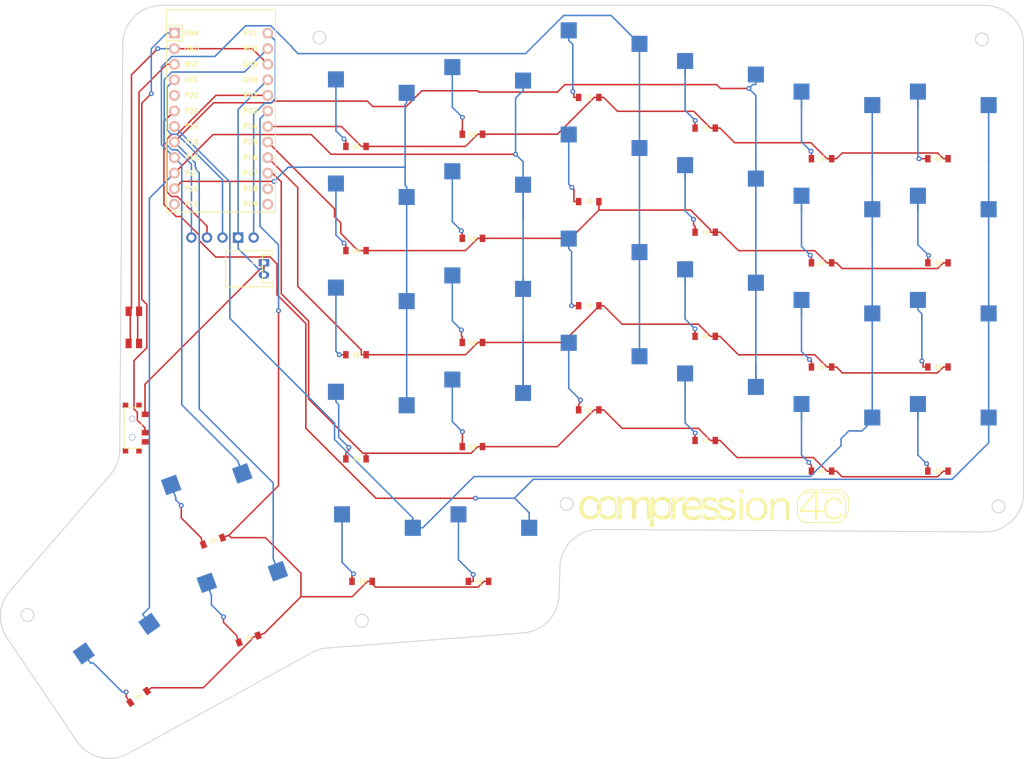
<source format=kicad_pcb>
(kicad_pcb (version 20221018) (generator pcbnew)
  (title_block (title "board") (rev "v1.0.0") (company "Unknown"))
  (layers (0 "F.Cu" signal) (31 "B.Cu" signal) (34 "B.Paste" user) (35 "F.Paste" user) (36 "B.SilkS" user "B.Silkscreen") (37 "F.SilkS" user "F.Silkscreen") (38 "B.Mask" user) (39 "F.Mask" user) (44 "Edge.Cuts" user))
  (net 0 "")
  (net 1 "P20")
  (net 2 "P19")
  (net 3 "P18")
  (net 4 "P15")
  (net 5 "P14")
  (net 6 "P16")
  (net 7 "mirror_outer_bottom")
  (net 8 "mirror_outer_home")
  (net 9 "mirror_outer_top")
  (net 10 "mirror_outer_num")
  (net 11 "mirror_pinky_bottom")
  (net 12 "mirror_pinky_home")
  (net 13 "mirror_pinky_top")
  (net 14 "mirror_pinky_num")
  (net 15 "mirror_ring_bottom")
  (net 16 "mirror_ring_home")
  (net 17 "mirror_ring_top")
  (net 18 "mirror_ring_num")
  (net 19 "mirror_middle_bottom")
  (net 20 "mirror_middle_home")
  (net 21 "mirror_middle_top")
  (net 22 "mirror_middle_num")
  (net 23 "mirror_index_bottom")
  (net 24 "mirror_index_home")
  (net 25 "mirror_index_top")
  (net 26 "mirror_index_num")
  (net 27 "mirror_inner_bottom")
  (net 28 "mirror_inner_home")
  (net 29 "mirror_inner_top")
  (net 30 "mirror_inner_num")
  (net 31 "mirror_near1_home")
  (net 32 "mirror_near2_home")
  (net 33 "mirror_home_home")
  (net 34 "mirror_home_top")
  (net 35 "mirror_far_home")
  (net 36 "P7")
  (net 37 "P6")
  (net 38 "P5")
  (net 39 "P4")
  (net 40 "P3")
  (net 41 "RAW")
  (net 42 "GND")
  (net 43 "RST")
  (net 44 "VCC")
  (net 45 "P21")
  (net 46 "P10")
  (net 47 "P1")
  (net 48 "P0")
  (net 49 "P2")
  (net 50 "P8")
  (net 51 "P9")
  (net 52 "Bplus")
  (footprint "E73:SPDT_C128955" (layer "F.Cu") (at 38.0961 84.37 90)
    (fp_text reference "T1" hide)
    (fp_text value "" hide)
  )
  (footprint "PG1350" (layer "F.Cu") (at 36.2664 124.1502 35)
    (fp_text reference "S87" hide)
    (fp_text value "" hide)
  )
  (footprint "PG1350" (layer "F.Cu") (at 131.6175 47.3969)
    (fp_text reference "S69" hide)
    (fp_text value "" hide)
  )
  (footprint "PG1350" (layer "F.Cu") (at 150.6175 86.3969)
    (fp_text reference "S63" hide)
    (fp_text value "" hide)
  )
  (footprint "PG1350" (layer "F.Cu") (at 131.6175 47.3969)
    (fp_text reference "S40" hide)
    (fp_text value "" hide)
  )
  (footprint "PG1350" (layer "F.Cu") (at 131.6175 64.3969)
    (fp_text reference "S39" hide)
    (fp_text value "" hide)
  )
  (footprint "PG1350" (layer "F.Cu") (at 93.6175 48.3969)
    (fp_text reference "S48" hide)
    (fp_text value "" hide)
  )
  (footprint "PG1350" (layer "F.Cu") (at 49.5577 98.1193 20)
    (fp_text reference "S57" hide)
    (fp_text value "" hide)
  )
  (footprint "PG1350" (layer "F.Cu") (at 55.3721 114.094 20)
    (fp_text reference "S85" hide)
    (fp_text value "" hide)
  )
  (footprint "JST_PH_S2B-PH-K_02x2.00mm_Angled" (layer "F.Cu") (at 59.5961 58.37 -90)
    (fp_text reference "JST1" hide)
    (fp_text value "" hide)
  )
  (footprint "PG1350" (layer "F.Cu") (at 74.6175 50.3969)
    (fp_text reference "S52" hide)
    (fp_text value "" hide)
  )
  (footprint "PG1350" (layer "F.Cu") (at 169.6175 35.3969)
    (fp_text reference "S62" hide)
    (fp_text value "" hide)
  )
  (footprint "PG1350" (layer "F.Cu") (at 112.6175 42.3969)
    (fp_text reference "S44" hide)
    (fp_text value "" hide)
  )
  (footprint "PG1350" (layer "F.Cu") (at 112.6175 25.3969)
    (fp_text reference "S45" hide)
    (fp_text value "" hide)
  )
  (footprint "PG1350" (layer "F.Cu") (at 93.6175 31.3969)
    (fp_text reference "S78" hide)
    (fp_text value "" hide)
  )
  (footprint "Button_Switch_SMD:Panasonic_EVQPUL_EVQPUC" (layer "F.Cu") (at 38.354 67.929 90)
    (fp_text reference "Panasonic_EVQPUL_EVQPUC" hide)
    (fp_text value "Panasonic_EVQPUL_EVQPUC")
  )
  (footprint "PG1350" (layer "F.Cu") (at 93.6175 65.3969)
    (fp_text reference "S76" hide)
    (fp_text value "" hide)
  )
  (footprint "PG1350" (layer "F.Cu") (at 131.6175 30.3969)
    (fp_text reference "S41" hide)
    (fp_text value "" hide)
  )
  (footprint "PG1350" (layer "F.Cu") (at 74.6175 67.3969)
    (fp_text reference "S80" hide)
    (fp_text value "" hide)
  )
  (footprint "PG1350" (layer "F.Cu") (at 150.6175 35.3969)
    (fp_text reference "S37" hide)
    (fp_text value "" hide)
  )
  (footprint "PG1350" (layer "F.Cu") (at 112.6175 76.3969)
    (fp_text reference "S71" hide)
    (fp_text value "" hide)
  )
  (footprint "PG1350" (layer "F.Cu") (at 169.6175 52.3969)
    (fp_text reference "S32" hide)
    (fp_text value "" hide)
  )
  (footprint "PG1350" (layer "F.Cu") (at 74.6175 33.3969)
    (fp_text reference "S82" hide)
    (fp_text value "" hide)
  )
  (footprint "PG1350" (layer "F.Cu") (at 150.6175 35.3969)
    (fp_text reference "S66" hide)
    (fp_text value "" hide)
  )
  (footprint "PG1350" (layer "F.Cu") (at 75.6175 104.3969)
    (fp_text reference "S84" hide)
    (fp_text value "" hide)
  )
  (footprint "PG1350" (layer "F.Cu") (at 74.6175 50.3969)
    (fp_text reference "S81" hide)
    (fp_text value "" hide)
  )
  (footprint "PG1350" (layer "F.Cu") (at 131.6175 81.3969)
    (fp_text reference "S67" hide)
    (fp_text value "" hide)
  )
  (footprint "PG1350" (layer "F.Cu") (at 49.5577 98.1193 20)
    (fp_text reference "S86" hide)
    (fp_text value "" hide)
  )
  (footprint "PG1350" (layer "F.Cu") (at 74.6175 84.3969)
    (fp_text reference "S79" hide)
    (fp_text value "" hide)
  )
  (footprint "PG1350" (layer "F.Cu") (at 112.6175 59.3969)
    (fp_text reference "S43" hide)
    (fp_text value "" hide)
  )
  (footprint "ProMicro" (layer "F.Cu") (at 52.5961 33.87 -90)
    (fp_text reference "MCU1" hide)
    (fp_text value "" hide)
  )
  (footprint "PG1350" (layer "F.Cu") (at 94.6175 104.3969)
    (fp_text reference "S83" hide)
    (fp_text value "" hide)
  )
  (footprint "PG1350" (layer "F.Cu") (at 55.3721 114.094 20)
    (fp_text reference "S56" hide)
    (fp_text value "" hide)
  )
  (footprint "PG1350" (layer "F.Cu") (at 169.6175 69.3969)
    (fp_text reference "S31" hide)
    (fp_text value "" hide)
  )
  (footprint "PG1350" (layer "F.Cu") (at 150.6175 52.3969)
    (fp_text reference "S65" hide)
    (fp_text value "" hide)
  )
  (footprint "PG1350" (layer "F.Cu") (at 169.6175 52.3969)
    (fp_text reference "S61" hide)
    (fp_text value "" hide)
  )
  (footprint "PG1350" (layer "F.Cu") (at 75.6175 104.3969)
    (fp_text reference "S55" hide)
    (fp_text value "" hide)
  )
  (footprint "PG1350" (layer "F.Cu") (at 169.6175 86.3969)
    (fp_text reference "S59" hide)
    (fp_text value "" hide)
  )
  (footprint "PG1350" (layer "F.Cu") (at 93.6175 65.3969)
    (fp_text reference "S47" hide)
    (fp_text value "" hide)
  )
  (footprint "PG1350" (layer "F.Cu") (at 112.6175 76.3969)
    (fp_text reference "S42" hide)
    (fp_text value "" hide)
  )
  (footprint "PG1350" (layer "F.Cu") (at 93.6175 48.3969)
    (fp_text reference "S77" hide)
    (fp_text value "" hide)
  )
  (footprint "lib:OLED_headers" (layer "F.Cu") (at 45.572 54.87 90)
    (fp_text reference "OLED1" hide)
    (fp_text value "OLED" hide)
  )
  (footprint "PG1350" (layer "F.Cu") (at 93.6175 31.3969)
    (fp_text reference "S49" hide)
    (fp_text value "" hide)
  )
  (footprint "PG1350" (layer "F.Cu") (at 169.6175 35.3969)
    (fp_text reference "S33" hide)
    (fp_text value "" hide)
  )
  (footprint "PG1350" (layer "F.Cu") (at 131.6175 64.3969)
    (fp_text reference "S68" hide)
    (fp_text value "" hide)
  )
  (footprint "PG1350" (layer "F.Cu") (at 112.6175 59.3969)
    (fp_text reference "S72" hide)
    (fp_text value "" hide)
  )
  (footprint "PG1350" (layer "F.Cu") (at 93.6175 82.3969)
    (fp_text reference "S75" hide)
    (fp_text value "" hide)
  )
  (footprint "PG1350" (layer "F.Cu") (at 112.6175 25.3969)
    (fp_text reference "S74" hide)
    (fp_text value "" hide)
  )
  (footprint "PG1350" (layer "F.Cu") (at 131.6175 81.3969)
    (fp_text reference "S38" hide)
    (fp_text value "" hide)
  )
  (footprint "PG1350" (layer "F.Cu") (at 150.6175 69.3969)
    (fp_text reference "S35" hide)
    (fp_text value "" hide)
  )
  (footprint "PG1350" (layer "F.Cu") (at 112.6175 42.3969)
    (fp_text reference "S73" hide)
    (fp_text value "" hide)
  )
  (footprint "PG1350" (layer "F.Cu") (at 150.6175 69.3969)
    (fp_text reference "S64" hide)
    (fp_text value "" hide)
  )
  (footprint "PG1350" (layer "F.Cu") (at 36.2664 124.1502 35)
    (fp_text reference "S58" hide)
    (fp_text value "" hide)
  )
  (footprint "PG1350" (layer "F.Cu") (at 169.6175 69.3969)
    (fp_text reference "S60" hide)
    (fp_text value "" hide)
  )
  (footprint "PG1350" (layer "F.Cu") (at 150.6175 86.3969)
    (fp_text reference "S34" hide)
    (fp_text value "" hide)
  )
  (footprint "PG1350" (layer "F.Cu") (at 74.6175 33.3969)
    (fp_text reference "S53" hide)
    (fp_text value "" hide)
  )
  (footprint "PG1350" (layer "F.Cu") (at 169.6175 86.3969)
    (fp_text reference "S30" hide)
    (fp_text value "" hide)
  )
  (footprint "PG1350" (layer "F.Cu") (at 93.6175 82.3969)
    (fp_text reference "S46" hide)
    (fp_text value "" hide)
  )
  (footprint "PG1350" (layer "F.Cu") (at 150.6175 52.3969)
    (fp_text reference "S36" hide)
    (fp_text value "" hide)
  )
  (footprint "PG1350" (layer "F.Cu") (at 131.6175 30.3969)
    (fp_text reference "S70" hide)
    (fp_text value "" hide)
  )
  (footprint "PG1350" (layer "F.Cu") (at 94.6175 104.3969)
    (fp_text reference "S54" hide)
    (fp_text value "" hide)
  )
  (footprint "PG1350" (layer "F.Cu") (at 74.6175 67.3969)
    (fp_text reference "S51" hide)
    (fp_text value "" hide)
  )
  (footprint "PG1350" (layer "F.Cu") (at 74.6175 84.3969)
    (fp_text reference "S50" hide)
    (fp_text value "" hide)
  )
  (footprint "ComboDiode" (layer "B.Cu") (at 74.6175 89.3969 180)
    (fp_text reference "D79" hide)
    (fp_text value "" hide)
  )
  (footprint "ComboDiode" (layer "B.Cu") (at 169.6175 57.3969 180)
    (fp_text reference "D61" hide)
    (fp_text value "" hide)
  )
  (footprint "ComboDiode" (layer "B.Cu") (at 150.6175 74.3969 180)
    (fp_text reference "D64" hide)
    (fp_text value "" hide)
  )
  (footprint "ComboDiode" (layer "B.Cu") (at 112.6175 64.3969 180)
    (fp_text reference "D72" hide)
    (fp_text value "" hide)
  )
  (footprint "ComboDiode" (layer "B.Cu") (at 74.6175 55.3969 180)
    (fp_text reference "D52" hide)
    (fp_text value "" hide)
  )
  (footprint "ComboDiode" (layer "B.Cu") (at 112.6175 47.3969 180)
    (fp_text reference "D73" hide)
    (fp_text value "" hide)
  )
  (footprint "ComboDiode" (layer "B.Cu") (at 150.6175 40.3969 180)
    (fp_text reference "D37" hide)
    (fp_text value "" hide)
  )
  (footprint "ComboDiode" (layer "B.Cu") (at 169.6175 40.3969 180)
    (fp_text reference "D62" hide)
    (fp_text value "" hide)
  )
  (footprint "ComboDiode" (layer "B.Cu") (at 57.0822 118.7925 -160)
    (fp_text reference "D85" hide)
    (fp_text value "" hide)
  )
  (footprint "ComboDiode" (layer "B.Cu") (at 131.6175 35.3969 180)
    (fp_text reference "D41" hide)
    (fp_text value "" hide)
  )
  (footprint "ComboDiode" (layer "B.Cu") (at 93.6175 70.3969 180)
    (fp_text reference "D76" hide)
    (fp_text value "" hide)
  )
  (footprint "ComboDiode" (layer "B.Cu") (at 131.6175 86.3969 180)
    (fp_text reference "D67" hide)
    (fp_text value "" hide)
  )
  (footprint "ComboDiode" (layer "B.Cu") (at 150.6175 57.3969 180)
    (fp_text reference "D36" hide)
    (fp_text value "" hide)
  )
  (footprint "ComboDiode" (layer "B.Cu") (at 169.6175 91.3969 180)
    (fp_text reference "D59" hide)
    (fp_text value "" hide)
  )
  (footprint "ComboDiode" (layer "B.Cu") (at 150.6175 91.3969 180)
    (fp_text reference "D34" hide)
    (fp_text value "" hide)
  )
  (footprint "ComboDiode" (layer "B.Cu") (at 93.6175 36.3969 180)
    (fp_text reference "D49" hide)
    (fp_text value "" hide)
  )
  (footprint "ComboDiode" (layer "B.Cu") (at 51.2678 102.8177 -160)
    (fp_text reference "D57" hide)
    (fp_text value "" hide)
  )
  (footprint "ComboDiode" (layer "B.Cu") (at 112.6175 81.3969 180)
    (fp_text reference "D71" hide)
    (fp_text value "" hide)
  )
  (footprint "ComboDiode" (layer "B.Cu") (at 94.6175 109.3969 180)
    (fp_text reference "D54" hide)
    (fp_text value "" hide)
  )
  (footprint "ComboDiode" (layer "B.Cu") (at 75.6175 109.3969 180)
    (fp_text reference "D84" hide)
    (fp_text value "" hide)
  )
  (footprint "ComboDiode" (layer "B.Cu") (at 39.1343 128.2459 -145)
    (fp_text reference "D58" hide)
    (fp_text value "" hide)
  )
  (footprint "ComboDiode" (layer "B.Cu") (at 93.6175 53.3969 180)
    (fp_text reference "D77" hide)
    (fp_text value "" hide)
  )
  (footprint "ComboDiode" (layer "B.Cu") (at 74.6175 72.3969 180)
    (fp_text reference "D51" hide)
    (fp_text value "" hide)
  )
  (footprint "ComboDiode" (layer "B.Cu") (at 131.6175 52.3969 180)
    (fp_text reference "D69" hide)
    (fp_text value "" hide)
  )
  (footprint "ComboDiode" (layer "B.Cu") (at 169.6175 74.3969 180)
    (fp_text reference "D31" hide)
    (fp_text value "" hide)
  )
  (footprint "ComboDiode" (layer "B.Cu") (at 93.6175 87.3969 180)
    (fp_text reference "D75" hide)
    (fp_text value "" hide)
  )
  (footprint "ComboDiode" (layer "B.Cu") (at 74.6175 38.3969 180)
    (fp_text reference "D53" hide)
    (fp_text value "" hide)
  )
  (footprint "ComboDiode" (layer "B.Cu") (at 131.6175 69.3969 180)
    (fp_text reference "D68" hide)
    (fp_text value "" hide)
  )
  (footprint "ComboDiode" (layer "B.Cu") (at 112.6175 30.3969 180)
    (fp_text reference "D74" hide)
    (fp_text value "" hide)
  )
  (gr_poly (pts (xy 117.31102 96.226514) (xy 117.347003 96.281922) (xy 117.413379 96.402037) (xy 117.471834 96.533403) (xy 117.521798 96.674625) (xy 117.562698 96.824312) (xy 117.593969 96.981081) (xy 117.615038 97.143541) (xy 117.625341 97.310298) (xy 117.624307 97.479969) (xy 117.611364 97.65116) (xy 117.585948 97.822482) (xy 117.568385 97.90776) (xy 117.54749 97.992549) (xy 117.523188 98.076677) (xy 117.495416 98.159969) (xy 117.464094 98.242252) (xy 117.429157 98.323353) (xy 117.390531 98.403098) (xy 117.348148 98.481312) (xy 117.301934 98.557822) (xy 117.251819 98.632459) (xy 117.27327 96.174437)) (fill solid) (layer "F.SilkS"))
  (gr_poly (pts (xy 126.066826 96.241754) (xy 126.07396 96.247803) (xy 126.08155 96.255684) (xy 126.089554 96.265298) (xy 126.106672 96.289376) (xy 126.125002 96.319295) (xy 126.144249 96.354305) (xy 126.164107 96.393675) (xy 126.184277 96.436656) (xy 126.204458 96.482514) (xy 126.224345 96.530505) (xy 126.243638 96.579885) (xy 126.262034 96.629914) (xy 126.279231 96.679853) (xy 126.294929 96.72896) (xy 126.308822 96.776487) (xy 126.320615 96.821708) (xy 126.329999 96.863866) (xy 126.354321 97.003075) (xy 126.371556 97.141507) (xy 126.382015 97.278594) (xy 126.385989 97.413762) (xy 126.383791 97.546438) (xy 126.375722 97.676048) (xy 126.362087 97.802023) (xy 126.343186 97.923789) (xy 126.319323 98.040772) (xy 126.290805 98.152398) (xy 126.257935 98.258098) (xy 126.221011 98.3573) (xy 126.180343 98.44943) (xy 126.13623 98.533913) (xy 126.08898 98.610179) (xy 126.038889 98.677653) (xy 126.060182 96.237629)) (fill solid) (layer "F.SilkS"))
  (gr_poly (pts (xy 137.785952 95.9624) (xy 137.779425 96.030536) (xy 137.776679 96.064436) (xy 137.77442 96.098309) (xy 137.767779 96.215652) (xy 137.761857 96.333002) (xy 137.757366 96.450362) (xy 137.755882 96.509048) (xy 137.755027 96.567741) (xy 137.744219 97.670747) (xy 137.73713 98.773448) (xy 137.737768 98.832677) (xy 137.739855 98.891953) (xy 137.743112 98.951258) (xy 137.747263 99.010582) (xy 137.767177 99.247808) (xy 137.768044 99.260755) (xy 137.768478 99.272455) (xy 137.768409 99.282971) (xy 137.767778 99.292352) (xy 137.767231 99.296632) (xy 137.766517 99.30065) (xy 137.765626 99.304415) (xy 137.764555 99.30793) (xy 137.763295 99.311204) (xy 137.761834 99.314244) (xy 137.760168 99.31705) (xy 137.758281 99.319643) (xy 137.756179 99.322018) (xy 137.753841 99.324186) (xy 137.751262 99.326154) (xy 137.748435 99.327926) (xy 137.745356 99.329518) (xy 137.742004 99.330924) (xy 137.738387 99.332161) (xy 137.734487 99.333231) (xy 137.730298 99.334143) (xy 137.725808 99.334902) (xy 137.71591 99.335996) (xy 137.704723 99.336564) (xy 137.692178 99.336667) (xy 137.456278 99.334044) (xy 137.33837 99.332692) (xy 137.220369 99.332098) (xy 137.213565 99.331957) (xy 137.207313 99.331481) (xy 137.204393 99.331115) (xy 137.201607 99.33066) (xy 137.198957 99.330113) (xy 137.19644 99.329477) (xy 137.194056 99.32875) (xy 137.191804 99.327924) (xy 137.189684 99.327002) (xy 137.187692 99.325986) (xy 137.185826 99.32487) (xy 137.184091 99.323649) (xy 137.182482 99.322327) (xy 137.180995 99.320902) (xy 137.17964 99.319371) (xy 137.178403 99.317734) (xy 137.17729 99.315987) (xy 137.1763 99.314128) (xy 137.175435 99.312161) (xy 137.174683 99.310077) (xy 137.174053 99.307879) (xy 137.17354 99.305565) (xy 137.173148 99.303132) (xy 137.172865 99.300581) (xy 137.172702 99.297904) (xy 137.172653 99.295111) (xy 137.172715 99.292188) (xy 137.172891 99.289138) (xy 137.173573 99.28266) (xy 137.18026 99.236909) (xy 137.187245 99.191242) (xy 137.190468 99.168411) (xy 137.193303 99.14557) (xy 137.195601 99.122701) (xy 137.197208 99.099795) (xy 137.213817 98.820382) (xy 137.22022 98.680619) (xy 137.222396 98.610753) (xy 137.223676 98.540913) (xy 137.233587 97.398765) (xy 137.239109 96.256919) (xy 137.238397 96.213076) (xy 137.236067 96.169249) (xy 137.232496 96.125433) (xy 137.228046 96.081623) (xy 137.218 95.993977) (xy 137.213143 95.95013) (xy 137.208886 95.906253) (xy 137.20577 95.863944) (xy 137.202014 95.81758) (xy 137.800214 95.822803)) (fill solid) (layer "F.SilkS"))
  (gr_poly (pts (xy 133.862181 96.539167) (xy 133.732861 96.552431) (xy 133.596103 96.566981) (xy 133.712891 96.225243) (xy 133.734033 96.22453)) (fill solid) (layer "F.SilkS"))
  (gr_poly (pts (xy 112.919139 95.455365) (xy 112.99631 95.460055) (xy 113.073106 95.467794) (xy 113.14952 95.47861) (xy 113.225551 95.492527) (xy 113.3012 95.509576) (xy 113.376461 95.52979) (xy 113.451332 95.553192) (xy 113.525814 95.579816) (xy 113.5999 95.609689) (xy 113.673592 95.642838) (xy 113.708436 95.660111) (xy 113.74244 95.678388) (xy 113.775633 95.697649) (xy 113.808048 95.71784) (xy 113.839719 95.738943) (xy 113.870673 95.760907) (xy 113.900948 95.783701) (xy 113.930572 95.807292) (xy 113.959578 95.831641) (xy 113.987999 95.856713) (xy 114.015862 95.882476) (xy 114.043206 95.908887) (xy 114.070058 95.935909) (xy 114.096455 95.963517) (xy 114.147994 96.020317) (xy 114.151226 96.024104) (xy 114.154213 96.027817) (xy 114.156932 96.031489) (xy 114.159349 96.035122) (xy 114.160436 96.036934) (xy 114.161436 96.038742) (xy 114.162343 96.040554) (xy 114.163156 96.042372) (xy 114.163871 96.044192) (xy 114.164487 96.046017) (xy 114.164994 96.047859) (xy 114.165394 96.049709) (xy 114.165678 96.051574) (xy 114.165846 96.053458) (xy 114.165892 96.055361) (xy 114.165815 96.057283) (xy 114.165608 96.059235) (xy 114.165267 96.06121) (xy 114.164789 96.063212) (xy 114.164175 96.065244) (xy 114.163415 96.067313) (xy 114.162507 96.069414) (xy 114.161448 96.071553) (xy 114.160232 96.073733) (xy 114.158861 96.075953) (xy 114.157323 96.07822) (xy 114.15562 96.080533) (xy 114.153747 96.082893) (xy 114.131563 96.110948) (xy 114.110335 96.139502) (xy 114.09003 96.16853) (xy 114.070602 96.198016) (xy 114.05202 96.227938) (xy 114.03424 96.258276) (xy 114.017221 96.289011) (xy 114.000933 96.320126) (xy 113.98533 96.351603) (xy 113.970378 96.383417) (xy 113.956035 96.415551) (xy 113.942264 96.447985) (xy 113.916278 96.513681) (xy 113.892113 96.580349) (xy 113.889815 96.586919) (xy 113.887394 96.593489) (xy 113.884819 96.60002) (xy 113.882045 96.606462) (xy 113.880576 96.609633) (xy 113.879044 96.612773) (xy 113.877446 96.615869) (xy 113.875775 96.618918) (xy 113.874028 96.621913) (xy 113.8722 96.624846) (xy 113.870289 96.627716) (xy 113.868289 96.630519) (xy 113.864923 96.634798) (xy 113.861495 96.638748) (xy 113.85801 96.642379) (xy 113.854471 96.645687) (xy 113.850883 96.648678) (xy 113.847259 96.65135) (xy 113.843594 96.653707) (xy 113.839903 96.655755) (xy 113.836189 96.657493) (xy 113.832459 96.658921) (xy 113.828716 96.660046) (xy 113.824969 96.660866) (xy 113.821221 96.661383) (xy 113.817483 96.661608) (xy 113.813757 96.66153) (xy 113.81005 96.66116) (xy 113.806367 96.660498) (xy 113.802716 96.659544) (xy 113.7991 96.6583) (xy 113.79553 96.656774) (xy 113.792006 96.654965) (xy 113.78854 96.652872) (xy 113.785132 96.650504) (xy 113.781795 96.647855) (xy 113.778525 96.644929) (xy 113.775337 96.641736) (xy 113.772236 96.638271) (xy 113.769222 96.634537) (xy 113.766307 96.630536) (xy 113.763497 96.626274) (xy 113.760791 96.621746) (xy 113.758202 96.616963) (xy 113.677368 96.453708) (xy 113.656113 96.413608) (xy 113.645046 96.393889) (xy 113.633618 96.374433) (xy 113.621782 96.355291) (xy 113.609481 96.336498) (xy 113.59667 96.318096) (xy 113.583294 96.30012) (xy 113.553189 96.263122) (xy 113.521611 96.228529) (xy 113.488612 96.196314) (xy 113.454238 96.16645) (xy 113.418538 96.138902) (xy 113.381559 96.113649) (xy 113.343346 96.090662) (xy 113.303945 96.069912) (xy 113.263412 96.05137) (xy 113.221788 96.035009) (xy 113.179124 96.020803) (xy 113.135465 96.008721) (xy 113.09086 95.998737) (xy 113.045357 95.990822) (xy 112.999002 95.984951) (xy 112.951848 95.981094) (xy 112.873603 95.978326) (xy 112.797223 95.979556) (xy 112.722771 95.984894) (xy 112.650308 95.994431) (xy 112.579898 96.008266) (xy 112.511603 96.026496) (xy 112.445486 96.049222) (xy 112.381613 96.076537) (xy 112.320043 96.108542) (xy 112.260841 96.145339) (xy 112.204068 96.187022) (xy 112.14979 96.233689) (xy 112.098068 96.28544) (xy 112.048969 96.342368) (xy 112.002551 96.404577) (xy 111.958882 96.472165) (xy 111.941807 96.501418) (xy 111.92549 96.530952) (xy 111.909936 96.56076) (xy 111.895139 96.590851) (xy 111.881091 96.621215) (xy 111.867792 96.651851) (xy 111.855235 96.682759) (xy 111.843418 96.713943) (xy 111.83234 96.745393) (xy 111.821988 96.777113) (xy 111.812367 96.809097) (xy 111.803469 96.841352) (xy 111.795291 96.873871) (xy 111.78783 96.906651) (xy 111.781079 96.939691) (xy 111.775038 96.972995) (xy 111.765384 97.033788) (xy 111.757091 97.094548) (xy 111.750225 97.155267) (xy 111.744852 97.215934) (xy 111.741038 97.276538) (xy 111.738849 97.337066) (xy 111.738346 97.397511) (xy 111.7396 97.457863) (xy 111.742671 97.518108) (xy 111.747627 97.578241) (xy 111.754535 97.638241) (xy 111.763458 97.698109) (xy 111.774461 97.757824) (xy 111.787613 97.817385) (xy 111.802972 97.876775) (xy 111.820609 97.935984) (xy 111.836534 97.983263) (xy 111.854098 98.030259) (xy 111.873288 98.076805) (xy 111.894096 98.122738) (xy 111.916514 98.167875) (xy 111.940536 98.21206) (xy 111.966143 98.255122) (xy 111.979545 98.276176) (xy 111.993333 98.296891) (xy 112.00981 98.320585) (xy 112.026776 98.343954) (xy 112.044255 98.366958) (xy 112.062274 98.389558) (xy 112.080856 98.4117) (xy 112.100025 98.433353) (xy 112.119803 98.454467) (xy 112.140218 98.475002) (xy 112.161292 98.494919) (xy 112.183047 98.514168) (xy 112.205511 98.532713) (xy 112.228706 98.550505) (xy 112.252655 98.567511) (xy 112.277385 98.583676) (xy 112.302917 98.598966) (xy 112.32928 98.613339) (xy 112.356919 98.62724) (xy 112.384756 98.640291) (xy 112.412793 98.652505) (xy 112.441039 98.663884) (xy 112.469492 98.674435) (xy 112.498153 98.684162) (xy 112.527028 98.693076) (xy 112.556116 98.701177) (xy 112.585424 98.708472) (xy 112.614952 98.714971) (xy 112.644703 98.720676) (xy 112.67468 98.725591) (xy 112.704884 98.729729) (xy 112.735323 98.73309) (xy 112.765993 98.735689) (xy 112.796898 98.737516) (xy 112.866988 98.739674) (xy 112.901851 98.739771) (xy 112.936576 98.739115) (xy 112.97115 98.737633) (xy 113.005561 98.735241) (xy 113.039796 98.731874) (xy 113.073841 98.727455) (xy 113.107686 98.721902) (xy 113.141321 98.715143) (xy 113.174726 98.707105) (xy 113.20789 98.697713) (xy 113.240807 98.686889) (xy 113.273461 98.67456) (xy 113.305836 98.660651) (xy 113.337925 98.645078) (xy 113.376515 98.624355) (xy 113.413814 98.602458) (xy 113.44978 98.579354) (xy 113.484377 98.555014) (xy 113.517568 98.529401) (xy 113.549315 98.502492) (xy 113.579578 98.474248) (xy 113.608323 98.444633) (xy 113.635505 98.413621) (xy 113.661092 98.381173) (xy 113.685047 98.347264) (xy 113.707327 98.311855) (xy 113.727898 98.274916) (xy 113.74672 98.236414) (xy 113.763759 98.196315) (xy 113.778967 98.15459) (xy 113.782336 98.144857) (xy 113.785842 98.135159) (xy 113.79314 98.115863) (xy 113.807978 98.077477) (xy 113.814242 98.076512) (xy 113.820255 98.075505) (xy 113.826096 98.07441) (xy 113.828981 98.073815) (xy 113.831856 98.073186) (xy 113.836966 98.084498) (xy 113.842285 98.095762) (xy 113.853053 98.118297) (xy 113.858246 98.12964) (xy 113.863143 98.141079) (xy 113.865441 98.146848) (xy 113.86762 98.152652) (xy 113.869659 98.1585) (xy 113.871543 98.164397) (xy 113.893141 98.229744) (xy 113.916699 98.294129) (xy 113.942395 98.357472) (xy 113.970412 98.419679) (xy 113.985342 98.450331) (xy 114.000924 98.480669) (xy 114.017175 98.510675) (xy 114.034116 98.540343) (xy 114.051775 98.569663) (xy 114.070166 98.59862) (xy 114.089319 98.627207) (xy 114.109253 98.655412) (xy 114.128686 98.682404) (xy 114.136314 98.693577) (xy 114.142529 98.703494) (xy 114.145094 98.708055) (xy 114.1473 98.712388) (xy 114.149139 98.716518) (xy 114.15061 98.720478) (xy 114.151708 98.7243) (xy 114.152434 98.728004) (xy 114.152782 98.731621) (xy 114.152752 98.735179) (xy 114.152342 98.738713) (xy 114.151543 98.74224) (xy 114.150359 98.745797) (xy 114.148786 98.749405) (xy 114.146818 98.753102) (xy 114.144456 98.756908) (xy 114.141698 98.760856) (xy 114.138533 98.764968) (xy 114.134969 98.769282) (xy 114.130997 98.773819) (xy 114.121825 98.78368) (xy 114.110993 98.794783) (xy 114.098485 98.807353) (xy 114.05082 98.852998) (xy 114.001934 98.896152) (xy 113.951833 98.936834) (xy 113.900532 98.975067) (xy 113.848031 99.010883) (xy 113.794353 99.044299) (xy 113.739498 99.075341) (xy 113.683475 99.104032) (xy 113.626299 99.130402) (xy 113.56798 99.154473) (xy 113.508523 99.176269) (xy 113.447937 99.195811) (xy 113.386239 99.213128) (xy 113.323431 99.228247) (xy 113.259529 99.241185) (xy 113.194535 99.251971) (xy 113.122299 99.261563) (xy 113.050335 99.268972) (xy 112.978646 99.274173) (xy 112.907225 99.277129) (xy 112.83608 99.277809) (xy 112.765206 99.276181) (xy 112.694607 99.272217) (xy 112.624281 99.265887) (xy 112.554229 99.257154) (xy 112.484452 99.245986) (xy 112.414948 99.232355) (xy 112.345719 99.216226) (xy 112.276768 99.19757) (xy 112.20809 99.176356) (xy 112.139687 99.152549) (xy 112.071562 99.126121) (xy 111.990378 99.090562) (xy 111.912709 99.051649) (xy 111.838519 99.009422) (xy 111.767782 98.963928) (xy 111.700469 98.915206) (xy 111.636546 98.863299) (xy 111.575989 98.808244) (xy 111.51877 98.75009) (xy 111.46485 98.688877) (xy 111.414209 98.624647) (xy 111.366817 98.557437) (xy 111.322638 98.487296) (xy 111.28165 98.414258) (xy 111.243819 98.338374) (xy 111.209118 98.259679) (xy 111.177517 98.17822) (xy 111.153369 98.108117) (xy 111.13163 98.037757) (xy 111.112285 97.967134) (xy 111.095309 97.896258) (xy 111.080676 97.825129) (xy 111.068368 97.753745) (xy 111.058358 97.682117) (xy 111.050624 97.610239) (xy 111.045144 97.538117) (xy 111.041892 97.465757) (xy 111.040847 97.393155) (xy 111.041988 97.320318) (xy 111.045286 97.247246) (xy 111.050725 97.173945) (xy 111.058275 97.100411) (xy 111.067919 97.026652) (xy 111.084356 96.92715) (xy 111.09403 96.877954) (xy 111.104707 96.829127) (xy 111.116402 96.780673) (xy 111.129143 96.732594) (xy 111.142951 96.684889) (xy 111.157845 96.637564) (xy 111.173849 96.590617) (xy 111.190981 96.54405) (xy 111.209268 96.497864) (xy 111.228727 96.452062) (xy 111.249382 96.406642) (xy 111.271257 96.361607) (xy 111.29437 96.316967) (xy 111.318744 96.272711) (xy 111.367315 96.192174) (xy 111.418962 96.116031) (xy 111.473648 96.044245) (xy 111.53135 95.976774) (xy 111.592043 95.913579) (xy 111.655689 95.854622) (xy 111.722261 95.799866) (xy 111.791731 95.74927) (xy 111.864072 95.702795) (xy 111.93925 95.660397) (xy 112.017239 95.622046) (xy 112.098006 95.5877) (xy 112.181526 95.557315) (xy 112.267768 95.530857) (xy 112.356702 95.508282) (xy 112.4483 95.489557) (xy 112.527693 95.476578) (xy 112.606721 95.466474) (xy 112.685381 95.459274) (xy 112.763673 95.455003) (xy 112.841593 95.453689)) (fill solid) (layer "F.SilkS"))
  (gr_poly (pts (xy 128.060842 95.636145) (xy 128.103726 95.637538) (xy 128.189412 95.642957) (xy 128.274995 95.651527) (xy 128.360493 95.662819) (xy 128.445918 95.676397) (xy 128.477564 95.681452) (xy 128.510436 95.686178) (xy 128.583387 95.696038) (xy 128.580834 95.699506) (xy 128.578456 95.702859) (xy 128.574135 95.709225) (xy 128.566756 95.720409) (xy 128.565065 95.722848) (xy 128.563401 95.725139) (xy 128.561743 95.727266) (xy 128.560073 95.729234) (xy 128.558375 95.73103) (xy 128.556626 95.732656) (xy 128.554807 95.734098) (xy 128.552906 95.735357) (xy 128.517241 95.757407) (xy 128.482314 95.780329) (xy 128.448135 95.804109) (xy 128.414718 95.828735) (xy 128.382069 95.854197) (xy 128.35019 95.880479) (xy 128.319103 95.907571) (xy 128.288809 95.935465) (xy 128.259321 95.964142) (xy 128.230648 95.993598) (xy 128.202797 96.023817) (xy 128.175778 96.05479) (xy 128.149604 96.086497) (xy 128.12428 96.118938) (xy 128.099818 96.152092) (xy 128.076224 96.185953) (xy 128.070936 96.193573) (xy 128.065664 96.200766) (xy 128.060403 96.20754) (xy 128.055143 96.21391) (xy 128.049879 96.219885) (xy 128.044605 96.225476) (xy 128.039311 96.230694) (xy 128.033995 96.235554) (xy 128.02865 96.240065) (xy 128.023265 96.244233) (xy 128.017838 96.248076) (xy 128.01236 96.251604) (xy 128.006825 96.25483) (xy 128.001225 96.257761) (xy 127.995555 96.26041) (xy 127.98981 96.262791) (xy 127.983983 96.264908) (xy 127.978062 96.266782) (xy 127.972044 96.268418) (xy 127.965928 96.26983) (xy 127.959698 96.271026) (xy 127.953355 96.272021) (xy 127.940287 96.273449) (xy 127.926678 96.274201) (xy 127.912467 96.27437) (xy 127.897608 96.274046) (xy 127.882045 96.273319) (xy 127.843722 96.271651) (xy 127.805487 96.270905) (xy 127.767374 96.271153) (xy 127.729413 96.272456) (xy 127.691639 96.274888) (xy 127.654078 96.278519) (xy 127.61677 96.283407) (xy 127.579742 96.289629) (xy 127.543032 96.297251) (xy 127.506668 96.306337) (xy 127.470683 96.316966) (xy 127.43511 96.329195) (xy 127.39998 96.343097) (xy 127.365324 96.358737) (xy 127.33118 96.376185) (xy 127.297577 96.395513) (xy 127.244285 96.42959) (xy 127.193478 96.465471) (xy 127.145202 96.503183) (xy 127.099501 96.542736) (xy 127.056419 96.58415) (xy 127.016001 96.627438) (xy 126.978291 96.672622) (xy 126.943335 96.719716) (xy 126.911177 96.768736) (xy 126.881862 96.8197) (xy 126.855432 96.872629) (xy 126.831936 96.927534) (xy 126.811417 96.984429) (xy 126.793918 97.04334) (xy 126.779488 97.10428) (xy 126.768164 97.167264) (xy 126.759822 97.221246) (xy 126.755817 97.248289) (xy 126.752152 97.275361) (xy 126.74899 97.302456) (xy 126.746506 97.329577) (xy 126.744865 97.356711) (xy 126.744233 97.383863) (xy 126.741638 98.080821) (xy 126.742415 98.777805) (xy 126.743125 98.832969) (xy 126.744728 98.88814) (xy 126.749823 98.998502) (xy 126.761952 99.219238) (xy 126.762152 99.226011) (xy 126.762212 99.232844) (xy 126.762168 99.239766) (xy 126.762051 99.246786) (xy 126.761713 99.261238) (xy 126.761454 99.276358) (xy 125.999536 99.26971) (xy 126.01422 99.114262) (xy 126.021864 99.037824) (xy 126.03056 98.961863) (xy 126.031298 98.956939) (xy 126.032243 98.951951) (xy 126.033385 98.946924) (xy 126.03472 98.941876) (xy 126.036244 98.936826) (xy 126.037947 98.931794) (xy 126.039826 98.926804) (xy 126.041873 98.921871) (xy 126.044086 98.917021) (xy 126.046449 98.912273) (xy 126.048968 98.907644) (xy 126.051631 98.903157) (xy 126.05443 98.898831) (xy 126.057362 98.894686) (xy 126.060421 98.890747) (xy 126.063601 98.887034) (xy 126.106998 98.837056) (xy 126.147816 98.785891) (xy 126.186126 98.733568) (xy 126.221995 98.680123) (xy 126.255491 98.625598) (xy 126.286683 98.570019) (xy 126.315635 98.513426) (xy 126.342422 98.455851) (xy 126.367109 98.397325) (xy 126.38976 98.337896) (xy 126.410449 98.277589) (xy 126.429245 98.216438) (xy 126.446209 98.15448) (xy 126.461421 98.091753) (xy 126.474934 98.028283) (xy 126.486827 97.964119) (xy 126.498068 97.894214) (xy 126.507789 97.824302) (xy 126.515982 97.754381) (xy 126.522627 97.684453) (xy 126.52772 97.614524) (xy 126.531243 97.544592) (xy 126.533185 97.474665) (xy 126.533542 97.404739) (xy 126.532295 97.334821) (xy 126.529433 97.264918) (xy 126.524946 97.19502) (xy 126.51882 97.12514) (xy 126.511044 97.055276) (xy 126.501602 96.985432) (xy 126.490491 96.915612) (xy 126.477696 96.845811) (xy 126.472815 96.821861) (xy 126.467593 96.797975) (xy 126.456431 96.750382) (xy 126.433476 96.65561) (xy 126.433404 96.655263) (xy 126.43335 96.654897) (xy 126.433314 96.65452) (xy 126.433285 96.654134) (xy 126.433223 96.652572) (xy 126.433199 96.652199) (xy 126.43317 96.651837) (xy 126.433129 96.651497) (xy 126.433071 96.651178) (xy 126.432994 96.650887) (xy 126.432899 96.650624) (xy 126.432838 96.650503) (xy 126.432775 96.650395) (xy 126.432702 96.650294) (xy 126.432622 96.650205) (xy 126.425987 96.645053) (xy 126.419963 96.639671) (xy 126.414523 96.634071) (xy 126.409631 96.628276) (xy 126.405244 96.62229) (xy 126.401333 96.616123) (xy 126.397865 96.609796) (xy 126.394805 96.603311) (xy 126.392115 96.596692) (xy 126.389757 96.589943) (xy 126.385917 96.576114) (xy 126.383 96.561924) (xy 126.380723 96.547478) (xy 126.376991 96.5182) (xy 126.374974 96.503569) (xy 126.372483 96.489079) (xy 126.369239 96.474826) (xy 126.367248 96.467819) (xy 126.364961 96.460908) (xy 126.362349 96.454111) (xy 126.359375 96.447435) (xy 126.355999 96.44089) (xy 126.352192 96.434496) (xy 126.344053 96.421564) (xy 126.336249 96.408419) (xy 126.328743 96.39508) (xy 126.321475 96.381577) (xy 126.307505 96.354208) (xy 126.293982 96.326538) (xy 126.280547 96.298808) (xy 126.266832 96.27125) (xy 126.25248 96.244097) (xy 126.244952 96.230744) (xy 126.237133 96.217582) (xy 126.228855 96.204263) (xy 126.220328 96.191095) (xy 126.202682 96.165117) (xy 126.184452 96.139493) (xy 126.165898 96.114066) (xy 126.128862 96.063183) (xy 126.110895 96.037413) (xy 126.093644 96.011217) (xy 126.089877 96.005124) (xy 126.086237 95.998894) (xy 126.082727 95.992539) (xy 126.079358 95.986073) (xy 126.076139 95.979496) (xy 126.073075 95.972832) (xy 126.070176 95.966084) (xy 126.067449 95.959262) (xy 126.0649 95.952377) (xy 126.062541 95.945442) (xy 126.060376 95.938464) (xy 126.058412 95.931462) (xy 126.056663 95.924436) (xy 126.055133 95.917405) (xy 126.053825 95.910375) (xy 126.052754 95.903356) (xy 126.049491 95.876062) (xy 126.046879 95.848535) (xy 126.044778 95.820748) (xy 126.043038 95.792675) (xy 126.036736 95.676963) (xy 126.754577 95.683224) (xy 126.755588 95.696939) (xy 126.756651 95.709893) (xy 126.757103 95.716168) (xy 126.757461 95.722343) (xy 126.757682 95.728452) (xy 126.757728 95.734533) (xy 126.755359 96.050951) (xy 126.754002 96.36738) (xy 126.754139 96.374804) (xy 126.754507 96.38223) (xy 126.7551 96.389666) (xy 126.755917 96.397102) (xy 126.756961 96.404556) (xy 126.758226 96.412019) (xy 126.75971 96.419495) (xy 126.761412 96.426986) (xy 126.76333 96.434498) (xy 126.765462 96.442028) (xy 126.767807 96.44958) (xy 126.770362 96.457155) (xy 126.773123 96.464755) (xy 126.776093 96.472382) (xy 126.779266 96.48004) (xy 126.78264 96.48773) (xy 126.834215 96.389783) (xy 126.859832 96.340639) (xy 126.885113 96.291159) (xy 126.920509 96.225033) (xy 126.958538 96.162523) (xy 126.999186 96.103603) (xy 127.042438 96.048255) (xy 127.088282 95.996461) (xy 127.136706 95.948205) (xy 127.187689 95.903465) (xy 127.241225 95.862224) (xy 127.297299 95.824463) (xy 127.355895 95.790161) (xy 127.416999 95.759305) (xy 127.4806 95.731872) (xy 127.546683 95.707844) (xy 127.615235 95.687203) (xy 127.686239 95.669933) (xy 127.759689 95.656012) (xy 127.802824 95.649624) (xy 127.845919 95.644507) (xy 127.888976 95.64061) (xy 127.931995 95.637877) (xy 127.974977 95.636261) (xy 128.017925 95.635698)) (fill solid) (layer "F.SilkS"))
  (gr_poly (pts (xy 140.095935 95.754594) (xy 140.159497 95.757362) (xy 140.222854 95.76219) (xy 140.285987 95.769095) (xy 140.348897 95.778088) (xy 140.411573 95.789183) (xy 140.474015 95.802391) (xy 140.536209 95.817726) (xy 140.598151 95.835205) (xy 140.659835 95.854836) (xy 140.721253 95.876629) (xy 140.817245 95.915598) (xy 140.908225 95.959038) (xy 140.994261 96.006875) (xy 141.075431 96.059027) (xy 141.15181 96.115416) (xy 141.223475 96.175968) (xy 141.290492 96.240604) (xy 141.352944 96.309234) (xy 141.410902 96.381797) (xy 141.464442 96.458205) (xy 141.513635 96.538379) (xy 141.558558 96.622245) (xy 141.599287 96.709718) (xy 141.635893 96.800726) (xy 141.668451 96.895185) (xy 141.697042 96.993025) (xy 141.715941 97.069342) (xy 141.731894 97.146178) (xy 141.745022 97.223629) (xy 141.755464 97.301769) (xy 141.763347 97.380688) (xy 141.768805 97.460466) (xy 141.771963 97.541203) (xy 141.772957 97.622972) (xy 141.767315 97.740716) (xy 141.757092 97.858333) (xy 141.750071 97.917004) (xy 141.741677 97.97553) (xy 141.73183 98.033874) (xy 141.720452 98.091997) (xy 141.707471 98.149869) (xy 141.692809 98.207444) (xy 141.676385 98.264686) (xy 141.658127 98.321561) (xy 141.637954 98.378028) (xy 141.615793 98.434053) (xy 141.59157 98.489594) (xy 141.5652 98.544615) (xy 141.51602 98.636371) (xy 141.463085 98.723053) (xy 141.406429 98.804679) (xy 141.346078 98.881265) (xy 141.282064 98.952838) (xy 141.214415 99.01941) (xy 141.143157 99.080998) (xy 141.068328 99.137624) (xy 140.98995 99.189307) (xy 140.908055 99.236066) (xy 140.822672 99.277919) (xy 140.733829 99.314882) (xy 140.641561 99.346977) (xy 140.545892 99.374223) (xy 140.446855 99.396638) (xy 140.344476 99.414238) (xy 140.324241 99.416844) (xy 140.303908 99.418821) (xy 140.283491 99.420265) (xy 140.262998 99.421249) (xy 140.221853 99.422187) (xy 140.180563 99.422309) (xy 140.139233 99.422279) (xy 140.097963 99.422776) (xy 140.05685 99.424463) (xy 140.036386 99.425965) (xy 140.015998 99.428012) (xy 139.985419 99.431007) (xy 139.95497 99.432968) (xy 139.924649 99.433941) (xy 139.894445 99.433982) (xy 139.864363 99.433135) (xy 139.834387 99.431457) (xy 139.804518 99.428995) (xy 139.774749 99.425796) (xy 139.715496 99.417397) (xy 139.656585 99.406661) (xy 139.597972 99.393987) (xy 139.539626 99.379772) (xy 139.422454 99.346208) (xy 139.311101 99.306825) (xy 139.205549 99.261673) (xy 139.105774 99.210797) (xy 139.011751 99.154233) (xy 138.923465 99.09203) (xy 138.840894 99.024223) (xy 138.764014 98.950861) (xy 138.692808 98.87198) (xy 138.627253 98.787626) (xy 138.567331 98.697836) (xy 138.513016 98.602656) (xy 138.46429 98.502127) (xy 138.421136 98.396288) (xy 138.383528 98.285188) (xy 138.351446 98.168867) (xy 138.330182 98.075542) (xy 138.312517 97.982378) (xy 138.298494 97.88939) (xy 138.288151 97.796603) (xy 138.281529 97.70404) (xy 138.278667 97.611719) (xy 138.279019 97.576732) (xy 138.79739 97.58126) (xy 138.809187 97.762524) (xy 138.812481 97.807815) (xy 138.816394 97.853041) (xy 138.821176 97.898164) (xy 138.827064 97.943165) (xy 138.835268 97.994139) (xy 138.844945 98.044522) (xy 138.856148 98.094278) (xy 138.868923 98.143371) (xy 138.883313 98.191767) (xy 138.899371 98.239433) (xy 138.917145 98.286328) (xy 138.936681 98.33242) (xy 138.958029 98.377674) (xy 138.981233 98.422054) (xy 139.00634 98.465526) (xy 139.033404 98.508058) (xy 139.062467 98.549607) (xy 139.093581 98.590143) (xy 139.126792 98.629627) (xy 139.162144 98.668031) (xy 139.205324 98.71051) (xy 139.24991 98.749713) (xy 139.295862 98.785734) (xy 139.343138 98.818659) (xy 139.391687 98.848579) (xy 139.441476 98.875581) (xy 139.492454 98.89975) (xy 139.54458 98.921182) (xy 139.597808 98.93996) (xy 139.652094 98.956175) (xy 139.707402 98.969915) (xy 139.763684 98.981266) (xy 139.820888 98.990322) (xy 139.878983 98.997165) (xy 139.937918 99.001891) (xy 139.997652 99.004584) (xy 140.096342 99.00411) (xy 140.192273 98.997291) (xy 140.285245 98.984224) (xy 140.375056 98.964984) (xy 140.461508 98.939668) (xy 140.5444 98.908363) (xy 140.623531 98.871155) (xy 140.698701 98.828135) (xy 140.769708 98.779393) (xy 140.836354 98.72501) (xy 140.898439 98.665088) (xy 140.955758 98.599706) (xy 141.008112 98.528951) (xy 141.055307 98.452915) (xy 141.097135 98.371687) (xy 141.133399 98.285357) (xy 141.163126 98.201184) (xy 141.188946 98.116808) (xy 141.210866 98.032258) (xy 141.228902 97.947543) (xy 141.243061 97.862699) (xy 141.253354 97.777732) (xy 141.259796 97.692677) (xy 141.262391 97.607552) (xy 141.261159 97.522376) (xy 141.256102 97.43717) (xy 141.247238 97.351963) (xy 141.234575 97.266769) (xy 141.218124 97.181614) (xy 141.197897 97.096515) (xy 141.173904 97.011506) (xy 141.146157 96.926592) (xy 141.125744 96.871974) (xy 141.103168 96.819121) (xy 141.078419 96.768059) (xy 141.051493 96.718814) (xy 141.022383 96.671411) (xy 140.991081 96.625874) (xy 140.957576 96.582232) (xy 140.921867 96.5405) (xy 140.883943 96.500715) (xy 140.843793 96.462891) (xy 140.801416 96.427066) (xy 140.7568 96.393251) (xy 140.709939 96.361481) (xy 140.660826 96.331776) (xy 140.609453 96.304162) (xy 140.555813 96.278666) (xy 140.518468 96.262909) (xy 140.480878 96.248783) (xy 140.443053 96.236237) (xy 140.405003 96.225192) (xy 140.36674 96.215592) (xy 140.328277 96.207361) (xy 140.289624 96.200437) (xy 140.25079 96.194758) (xy 140.211788 96.190247) (xy 140.172628 96.186851) (xy 140.133319 96.184492) (xy 140.093876 96.183107) (xy 140.054313 96.182631) (xy 140.014634 96.182993) (xy 139.934986 96.185987) (xy 139.851684 96.192845) (xy 139.771216 96.204113) (xy 139.693608 96.219803) (xy 139.618879 96.239924) (xy 139.547044 96.264483) (xy 139.47813 96.293489) (xy 139.412147 96.326963) (xy 139.349124 96.3649) (xy 139.289077 96.407322) (xy 139.232025 96.454231) (xy 139.17799 96.505639) (xy 139.12699 96.561561) (xy 139.079041 96.622) (xy 139.03417 96.686972) (xy 138.992392 96.756482) (xy 138.953725 96.830544) (xy 138.93304 96.874919) (xy 138.914059 96.919691) (xy 138.896728 96.964839) (xy 138.880993 97.010361) (xy 138.866807 97.056239) (xy 138.854106 97.102468) (xy 138.842845 97.149031) (xy 138.832967 97.195915) (xy 138.824421 97.243115) (xy 138.817152 97.290613) (xy 138.811108 97.3384) (xy 138.806234 97.386461) (xy 138.80248 97.434794) (xy 138.79979 97.483377) (xy 138.79739 97.58126) (xy 138.279019 97.576732) (xy 138.279598 97.519665) (xy 138.284371 97.427896) (xy 138.293017 97.336434) (xy 138.305582 97.245303) (xy 138.322105 97.154523) (xy 138.342618 97.064115) (xy 138.367167 96.9741) (xy 138.39579 96.884503) (xy 138.428525 96.79534) (xy 138.465416 96.706632) (xy 138.512297 96.608262) (xy 138.56359 96.51558) (xy 138.619232 96.428523) (xy 138.679165 96.347035) (xy 138.710716 96.308359) (xy 138.74332 96.27105) (xy 138.776966 96.235102) (xy 138.811643 96.200503) (xy 138.884069 96.135339) (xy 138.96054 96.075488) (xy 139.04099 96.020889) (xy 139.125361 95.971481) (xy 139.213592 95.927205) (xy 139.30562 95.887988) (xy 139.401384 95.853781) (xy 139.500818 95.824512) (xy 139.603868 95.800121) (xy 139.710471 95.780545) (xy 139.775166 95.771219) (xy 139.839688 95.763876) (xy 139.904035 95.758526) (xy 139.968193 95.755187) (xy 140.032162 95.753873)) (fill solid) (layer "F.SilkS"))
  (gr_poly (pts (xy 143.999096 95.814209) (xy 144.017609 95.815098) (xy 144.036207 95.816746) (xy 144.054893 95.81922) (xy 144.073673 95.822575) (xy 144.092556 95.826885) (xy 144.102838 95.829073) (xy 144.113311 95.830469) (xy 144.123946 95.831168) (xy 144.13473 95.831275) (xy 144.145637 95.830885) (xy 144.156652 95.830102) (xy 144.178912 95.82775) (xy 144.201345 95.825023) (xy 144.223784 95.822715) (xy 144.234953 95.821972) (xy 144.246065 95.821633) (xy 144.257092 95.821799) (xy 144.268023 95.822567) (xy 144.323741 95.828897) (xy 144.378632 95.837005) (xy 144.432667 95.846969) (xy 144.485813 95.858865) (xy 144.538034 95.872775) (xy 144.589307 95.888771) (xy 144.63959 95.906931) (xy 144.688856 95.927336) (xy 144.737078 95.950061) (xy 144.78422 95.975186) (xy 144.830248 96.002786) (xy 144.875133 96.032935) (xy 144.918845 96.065721) (xy 144.96135 96.101212) (xy 145.002617 96.13949) (xy 145.042615 96.18063) (xy 145.071032 96.212718) (xy 145.097657 96.245543) (xy 145.122529 96.279095) (xy 145.145691 96.313351) (xy 145.167178 96.348299) (xy 145.187028 96.383923) (xy 145.205284 96.420209) (xy 145.22198 96.457141) (xy 145.237157 96.494701) (xy 145.250859 96.532874) (xy 145.263117 96.571651) (xy 145.273974 96.611009) (xy 145.283468 96.65093) (xy 145.291644 96.69141) (xy 145.298531 96.732423) (xy 145.304173 96.773963) (xy 145.309396 96.821146) (xy 145.313769 96.86846) (xy 145.317332 96.915876) (xy 145.320118 96.963356) (xy 145.322166 97.010874) (xy 145.32351 97.058394) (xy 145.324198 97.105888) (xy 145.324255 97.153324) (xy 145.31397 98.950221) (xy 145.31479 98.997477) (xy 145.317186 99.04478) (xy 145.320837 99.09211) (xy 145.325419 99.139463) (xy 145.346649 99.328797) (xy 145.347842 99.341137) (xy 145.348721 99.352059) (xy 145.349212 99.36164) (xy 145.349227 99.369967) (xy 145.349036 99.37369) (xy 145.34869 99.37713) (xy 145.348188 99.380299) (xy 145.347518 99.383209) (xy 145.346667 99.385872) (xy 145.345628 99.388294) (xy 145.34439 99.390487) (xy 145.342944 99.392468) (xy 145.341277 99.394238) (xy 145.339379 99.395817) (xy 145.337245 99.397209) (xy 145.334856 99.398427) (xy 145.332209 99.399479) (xy 145.329293 99.400381) (xy 145.326095 99.40114) (xy 145.322607 99.401772) (xy 145.314719 99.402678) (xy 145.305547 99.403188) (xy 145.295008 99.403386) (xy 145.283022 99.403356) (xy 145.052912 99.401009) (xy 144.822454 99.399338) (xy 144.813477 99.399149) (xy 144.805098 99.398554) (xy 144.797333 99.397522) (xy 144.793681 99.396831) (xy 144.790182 99.396021) (xy 144.786842 99.395086) (xy 144.783661 99.394019) (xy 144.780635 99.392821) (xy 144.777771 99.391486) (xy 144.775069 99.390005) (xy 144.772526 99.388387) (xy 144.770147 99.386616) (xy 144.767933 99.384694) (xy 144.765881 99.382613) (xy 144.763995 99.380374) (xy 144.762278 99.377972) (xy 144.760728 99.375396) (xy 144.759345 99.37265) (xy 144.758137 99.369725) (xy 144.757096 99.366624) (xy 144.756226 99.363341) (xy 144.75553 99.359863) (xy 144.755009 99.356198) (xy 144.754664 99.352331) (xy 144.754492 99.348268) (xy 144.754497 99.344003) (xy 144.754682 99.339523) (xy 144.755046 99.334838) (xy 144.75559 99.329936) (xy 144.774527 99.148673) (xy 144.787199 98.967188) (xy 144.794886 98.785531) (xy 144.798868 98.60376) (xy 144.803359 97.876569) (xy 144.808919 97.445532) (xy 144.809505 97.2301) (xy 144.807729 97.014774) (xy 144.806875 96.98599) (xy 144.805152 96.957349) (xy 144.80256 96.928857) (xy 144.799102 96.900525) (xy 144.794769 96.872359) (xy 144.789562 96.844374) (xy 144.783483 96.816576) (xy 144.776529 96.788981) (xy 144.768698 96.761589) (xy 144.75999 96.734416) (xy 144.750399 96.707475) (xy 144.739931 96.680769) (xy 144.728576 96.654312) (xy 144.716339 96.628111) (xy 144.703218 96.602179) (xy 144.689209 96.576526) (xy 144.678672 96.558481) (xy 144.667743 96.541047) (xy 144.656425 96.52421) (xy 144.644728 96.507967) (xy 144.632658 96.492304) (xy 144.620219 96.477217) (xy 144.607421 96.462695) (xy 144.594262 96.448729) (xy 144.580756 96.435319) (xy 144.566905 96.422445) (xy 144.552718 96.410104) (xy 144.538195 96.398293) (xy 144.523349 96.386996) (xy 144.50818 96.376207) (xy 144.476915 96.356123) (xy 144.444434 96.33797) (xy 144.410799 96.321685) (xy 144.376046 96.307208) (xy 144.34023 96.294464) (xy 144.3034 96.283392) (xy 144.265601 96.27392) (xy 144.226886 96.265986) (xy 144.187293 96.259531) (xy 144.119084 96.251466) (xy 144.052245 96.24736) (xy 143.986764 96.247162) (xy 143.922621 96.250845) (xy 143.859802 96.258366) (xy 143.798294 96.269692) (xy 143.738074 96.284789) (xy 143.67913 96.303617) (xy 143.621445 96.326139) (xy 143.565005 96.35232) (xy 143.509791 96.382125) (xy 143.455784 96.415518) (xy 143.402977 96.452461) (xy 143.351346 96.492913) (xy 143.300877 96.536846) (xy 143.251554 96.58422) (xy 143.21562 96.621118) (xy 143.180686 96.658588) (xy 143.146801 96.696668) (xy 143.114028 96.735401) (xy 143.082419 96.774818) (xy 143.05203 96.814964) (xy 143.022914 96.85587) (xy 142.995128 96.897577) (xy 142.96873 96.940128) (xy 142.943766 96.983555) (xy 142.920298 97.027896) (xy 142.898377 97.073194) (xy 142.878062 97.11948) (xy 142.859407 97.166798) (xy 142.842466 97.215185) (xy 142.827294 97.264679) (xy 142.822697 97.282001) (xy 142.818654 97.299603) (xy 142.815178 97.31742) (xy 142.812284 97.335391) (xy 142.809978 97.353449) (xy 142.808271 97.371539) (xy 142.807177 97.389587) (xy 142.806706 97.407537) (xy 142.798443 98.135255) (xy 142.795663 98.499086) (xy 142.794907 98.863013) (xy 142.796026 98.92358) (xy 142.798825 98.984161) (xy 142.802933 99.044752) (xy 142.807973 99.10535) (xy 142.81931 99.226561) (xy 142.82981 99.347764) (xy 142.830095 99.349303) (xy 142.830312 99.350879) (xy 142.830466 99.352503) (xy 142.830563 99.354181) (xy 142.830605 99.355921) (xy 142.830601 99.357733) (xy 142.830466 99.361601) (xy 142.830204 99.365846) (xy 142.829852 99.370536) (xy 142.829459 99.375728) (xy 142.829055 99.381494) (xy 142.76249 99.380913) (xy 142.324414 99.376641) (xy 142.309155 99.376386) (xy 142.295693 99.375836) (xy 142.28393 99.374901) (xy 142.278647 99.374256) (xy 142.273754 99.37348) (xy 142.269236 99.372551) (xy 142.265073 99.371467) (xy 142.26126 99.370212) (xy 142.257781 99.368776) (xy 142.254624 99.367141) (xy 142.251779 99.365302) (xy 142.249228 99.363241) (xy 142.246959 99.36095) (xy 142.244963 99.358414) (xy 142.243225 99.355621) (xy 142.241733 99.35256) (xy 142.240472 99.349221) (xy 142.239433 99.345587) (xy 142.238602 99.34165) (xy 142.237963 99.337391) (xy 142.237505 99.332804) (xy 142.237087 99.322595) (xy 142.237243 99.31092) (xy 142.237872 99.297682) (xy 142.23887 99.282784) (xy 142.263514 98.964926) (xy 142.26898 98.885391) (xy 142.273584 98.805831) (xy 142.277041 98.726251) (xy 142.279056 98.646653) (xy 142.291638 97.546755) (xy 142.297804 96.446801) (xy 142.297012 96.379157) (xy 142.294389 96.311493) (xy 142.290357 96.243817) (xy 142.285324 96.176134) (xy 142.273899 96.040753) (xy 142.263398 95.905383) (xy 142.263182 95.900647) (xy 142.263104 95.895849) (xy 142.263129 95.890927) (xy 142.263229 95.885815) (xy 142.263539 95.874768) (xy 142.263681 95.868708) (xy 142.263773 95.862206) (xy 142.821943 95.867075) (xy 142.818299 95.952684) (xy 142.817427 96.038216) (xy 142.818735 96.208902) (xy 142.818278 96.293992) (xy 142.815326 96.378873) (xy 142.812501 96.421223) (xy 142.808559 96.463509) (xy 142.803334 96.505724) (xy 142.796662 96.547865) (xy 142.88184 96.425812) (xy 142.924829 96.366769) (xy 142.969751 96.310694) (xy 143.016599 96.257586) (xy 143.065369 96.207441) (xy 143.116062 96.160263) (xy 143.168666 96.116043) (xy 143.223183 96.074785) (xy 143.279609 96.036487) (xy 143.337937 96.001148) (xy 143.398164 95.968761) (xy 143.460286 95.939332) (xy 143.524299 95.912859) (xy 143.590201 95.889336) (xy 143.657988 95.868767) (xy 143.727655 95.851144) (xy 143.799196 95.836472) (xy 143.835214 95.829953) (xy 143.871318 95.823941) (xy 143.907562 95.818947) (xy 143.92575 95.816985) (xy 143.943993 95.815468) (xy 143.962294 95.814457) (xy 143.980661 95.814015)) (fill solid) (layer "F.SilkS"))
  (gr_poly (pts (xy 128.381498 96.357743) (xy 128.287778 96.33736) (xy 128.239955 96.326272) (xy 128.215991 96.320397) (xy 128.192057 96.31426) (xy 128.191725 96.314067) (xy 128.191401 96.313677) (xy 128.191088 96.3131) (xy 128.190786 96.312345) (xy 128.190233 96.310356) (xy 128.189752 96.307799) (xy 128.189358 96.304773) (xy 128.189071 96.301359) (xy 128.1889 96.297658) (xy 128.188863 96.293764) (xy 128.188972 96.289764) (xy 128.189247 96.285752) (xy 128.189702 96.28182) (xy 128.190349 96.278061) (xy 128.191204 96.27457) (xy 128.191717 96.272951) (xy 128.192285 96.271433) (xy 128.192912 96.270027) (xy 128.1936 96.268747) (xy 128.194355 96.267604) (xy 128.195172 96.266606) (xy 128.254559 96.201726) (xy 128.314654 96.137486) (xy 128.43581 96.010067) (xy 128.442394 96.003438) (xy 128.449255 95.996851) (xy 128.456469 95.99017) (xy 128.4641 95.983268) (xy 128.480896 95.968268) (xy 128.490196 95.959907) (xy 128.500199 95.950802)) (fill solid) (layer "F.SilkS"))
  (gr_poly (pts (xy 131.529119 98.328336) (xy 131.537406 98.354911) (xy 131.546193 98.381036) (xy 131.555516 98.406716) (xy 131.565414 98.431934) (xy 131.575918 98.456685) (xy 131.587072 98.480961) (xy 131.59891 98.504759) (xy 131.61147 98.528065) (xy 131.624787 98.550876) (xy 131.638898 98.573183) (xy 131.653843 98.594976) (xy 131.669656 98.61625) (xy 131.686376 98.636996) (xy 131.704039 98.657205) (xy 131.722681 98.676877) (xy 131.747605 98.70127) (xy 131.773215 98.724404) (xy 131.799506 98.746261) (xy 131.826462 98.766804) (xy 131.854079 98.786008) (xy 131.882349 98.803849) (xy 131.911258 98.820291) (xy 131.940803 98.835315) (xy 131.970974 98.848887) (xy 132.001757 98.860985) (xy 132.033145 98.871577) (xy 132.065132 98.880637) (xy 132.097708 98.888134) (xy 132.130861 98.894045) (xy 132.164586 98.898339) (xy 132.19887 98.90099) (xy 132.269973 98.903993) (xy 132.341265 98.905682) (xy 132.412674 98.90606) (xy 132.484126 98.905108) (xy 132.55555 98.902833) (xy 132.626865 98.899222) (xy 132.698004 98.894271) (xy 132.768889 98.887973) (xy 132.79655 98.884613) (xy 132.823806 98.879962) (xy 132.850654 98.874048) (xy 132.877071 98.86689) (xy 132.903053 98.858509) (xy 132.928584 98.848932) (xy 132.953658 98.838172) (xy 132.978255 98.826262) (xy 133.002366 98.81322) (xy 133.025978 98.799068) (xy 133.049083 98.78383) (xy 133.071667 98.767523) (xy 133.093714 98.750174) (xy 133.115215 98.731805) (xy 133.136161 98.712437) (xy 133.156537 98.69209) (xy 133.167388 98.680676) (xy 133.177953 98.669172) (xy 133.188195 98.657539) (xy 133.198072 98.645753) (xy 133.207534 98.633778) (xy 133.216549 98.621589) (xy 133.225066 98.609154) (xy 133.233052 98.596443) (xy 133.240458 98.583427) (xy 133.247247 98.570076) (xy 133.253375 98.556361) (xy 133.258797 98.542247) (xy 133.263477 98.527712) (xy 133.26737 98.512714) (xy 133.270434 98.497237) (xy 133.272628 98.481242) (xy 133.272976 98.478718) (xy 133.273464 98.476182) (xy 133.274089 98.47361) (xy 133.274843 98.470988) (xy 133.275714 98.468284) (xy 133.276706 98.465481) (xy 133.279003 98.459484) (xy 133.284709 98.445294) (xy 133.288009 98.43674) (xy 133.28975 98.432024) (xy 133.291544 98.426982) (xy 133.301932 98.474838) (xy 133.313555 98.521771) (xy 133.326448 98.567777) (xy 133.340645 98.612864) (xy 133.356179 98.657046) (xy 133.37309 98.700327) (xy 133.391406 98.742713) (xy 133.411166 98.784217) (xy 133.432408 98.82484) (xy 133.455159 98.864595) (xy 133.479462 98.903485) (xy 133.505342 98.941523) (xy 133.532845 98.978711) (xy 133.561999 99.015057) (xy 133.59284 99.050575) (xy 133.625401 99.085265) (xy 133.566603 99.125587) (xy 133.536997 99.144739) (xy 133.507231 99.163211) (xy 133.477289 99.181) (xy 133.447155 99.198097) (xy 133.416813 99.214503) (xy 133.386243 99.23021) (xy 133.355435 99.245215) (xy 133.324365 99.259507) (xy 133.293025 99.27309) (xy 133.261393 99.285959) (xy 133.229454 99.298101) (xy 133.197189 99.309517) (xy 133.164585 99.320201) (xy 133.131626 99.330152) (xy 133.063307 99.348711) (xy 132.994831 99.364988) (xy 132.926208 99.379058) (xy 132.857442 99.390996) (xy 132.788547 99.400886) (xy 132.719534 99.408803) (xy 132.650406 99.41482) (xy 132.581182 99.419021) (xy 132.511869 99.421479) (xy 132.442471 99.422278) (xy 132.373007 99.42149) (xy 132.30348 99.419194) (xy 132.164283 99.4104) (xy 132.024967 99.39651) (xy 131.976066 99.390288) (xy 131.927453 99.382919) (xy 131.879159 99.374362) (xy 131.831204 99.364585) (xy 131.783612 99.353547) (xy 131.736416 99.341223) (xy 131.689638 99.327568) (xy 131.643306 99.312549) (xy 131.597443 99.296135) (xy 131.552079 99.278291) (xy 131.507239 99.258973) (xy 131.462942 99.238148) (xy 131.419223 99.21579) (xy 131.376106 99.191854) (xy 131.333614 99.166306) (xy 131.291776 99.139117) (xy 131.27945 99.130633) (xy 131.26728 99.121937) (xy 131.243334 99.103998) (xy 131.219817 99.08546) (xy 131.1966 99.066489) (xy 131.150552 99.027887) (xy 131.127461 99.008581) (xy 131.104163 98.989494) (xy 131.125468 98.961346) (xy 131.146624 98.934067) (xy 131.187925 98.881204) (xy 131.207791 98.85516) (xy 131.226947 98.829075) (xy 131.245246 98.802722) (xy 131.254036 98.789371) (xy 131.262557 98.775867) (xy 131.287035 98.73521) (xy 131.31091 98.694163) (xy 131.357331 98.611222) (xy 131.448075 98.444177) (xy 131.45459 98.432078) (xy 131.460048 98.421222) (xy 131.464406 98.411534) (xy 131.466164 98.407093) (xy 131.467632 98.402913) (xy 131.4688 98.398973) (xy 131.46967 98.39527) (xy 131.470236 98.391792) (xy 131.470487 98.388521) (xy 131.470424 98.385452) (xy 131.470037 98.382573) (xy 131.469329 98.379869) (xy 131.468282 98.377333) (xy 131.466902 98.374953) (xy 131.465176 98.372716) (xy 131.463106 98.370613) (xy 131.460679 98.368631) (xy 131.457895 98.366755) (xy 131.454746 98.364986) (xy 131.451232 98.363295) (xy 131.447341 98.361689) (xy 131.443072 98.360144) (xy 131.438417 98.358655) (xy 131.427933 98.35579) (xy 131.415844 98.35301) (xy 131.402115 98.350215) (xy 131.398934 98.349555) (xy 131.395786 98.348968) (xy 131.392657 98.348444) (xy 131.389539 98.347972) (xy 131.383292 98.347143) (xy 131.37696 98.346399) (xy 131.376941 98.344208) (xy 131.376852 98.34202) (xy 131.376711 98.339844) (xy 131.376532 98.337681) (xy 131.376128 98.333425) (xy 131.375765 98.329296) (xy 131.448189 98.31548) (xy 131.521294 98.301329)) (fill solid) (layer "F.SilkS"))
  (gr_poly (pts (xy 151.686594 94.392763) (xy 153.550849 94.416062) (xy 153.634967 94.419712) (xy 153.716996 94.427939) (xy 153.796942 94.440663) (xy 153.874827 94.457804) (xy 153.950656 94.479267) (xy 154.024449 94.504976) (xy 154.096218 94.534849) (xy 154.16598 94.568798) (xy 154.233742 94.606739) (xy 154.299524 94.648591) (xy 154.36334 94.694271) (xy 154.4252 94.743692) (xy 154.485119 94.796775) (xy 154.543117 94.853435) (xy 154.599199 94.913585) (xy 154.653381 94.977147) (xy 154.710269 95.050259) (xy 154.762813 95.12483) (xy 154.811107 95.200826) (xy 154.855227 95.278216) (xy 154.895257 95.356967) (xy 154.931285 95.437042) (xy 154.963388 95.518418) (xy 154.991646 95.601061) (xy 155.016148 95.684933) (xy 155.036972 95.770007) (xy 155.054205 95.856249) (xy 155.067928 95.943626) (xy 155.078223 96.032103) (xy 155.085171 96.121653) (xy 155.088857 96.212245) (xy 155.089362 96.30384) (xy 155.085739 97.054202) (xy 155.08068 97.429186) (xy 155.075311 97.616538) (xy 155.067278 97.803761) (xy 155.059874 97.906142) (xy 155.048028 98.006696) (xy 155.031674 98.10534) (xy 155.010756 98.201987) (xy 154.9852 98.296556) (xy 154.954955 98.388966) (xy 154.919953 98.479131) (xy 154.880134 98.566971) (xy 154.835432 98.652398) (xy 154.785785 98.735338) (xy 154.731133 98.815699) (xy 154.671411 98.893404) (xy 154.606558 98.968368) (xy 154.536513 99.040505) (xy 154.461209 99.109737) (xy 154.380588 99.17598) (xy 154.261159 99.270031) (xy 154.143236 99.365529) (xy 154.026646 99.462723) (xy 153.911222 99.561867) (xy 153.861354 99.603583) (xy 153.810344 99.64255) (xy 153.758207 99.678782) (xy 153.704961 99.712273) (xy 153.650614 99.743037) (xy 153.59519 99.771078) (xy 153.538698 99.796399) (xy 153.481152 99.819004) (xy 153.422575 99.838906) (xy 153.362977 99.856102) (xy 153.302369 99.870602) (xy 153.240775 99.88241) (xy 153.178202 99.891529) (xy 153.114672 99.897974) (xy 153.050194 99.901741) (xy 152.984787 99.902837) (xy 150.811834 99.894216) (xy 150.564462 99.89161) (xy 149.522776 99.883477) (xy 148.481124 99.871629) (xy 148.319817 99.867735) (xy 148.239048 99.864412) (xy 148.158379 99.859706) (xy 148.077932 99.853273) (xy 147.997841 99.844768) (xy 147.918236 99.833841) (xy 147.839247 99.820148) (xy 147.767296 99.804081) (xy 147.697577 99.784397) (xy 147.630053 99.761198) (xy 147.564676 99.734602) (xy 147.501397 99.704713) (xy 147.44018 99.671648) (xy 147.380978 99.635516) (xy 147.32375 99.596425) (xy 147.268448 99.55449) (xy 147.21503 99.50982) (xy 147.16345 99.462526) (xy 147.113668 99.412721) (xy 147.065636 99.360515) (xy 147.019317 99.306015) (xy 146.974661 99.249336) (xy 146.931625 99.190593) (xy 146.894237 99.135947) (xy 146.858884 99.080482) (xy 146.825568 99.024204) (xy 146.7943 98.967125) (xy 146.76508 98.909264) (xy 146.737913 98.850625) (xy 146.712807 98.79123) (xy 146.689762 98.731085) (xy 146.668785 98.670199) (xy 146.649882 98.608599) (xy 146.633051 98.546283) (xy 146.618304 98.483266) (xy 146.605641 98.41957) (xy 146.595068 98.355198) (xy 146.58659 98.290163) (xy 146.580213 98.224482) (xy 146.575537 98.153482) (xy 146.572836 98.082286) (xy 146.571715 98.01095) (xy 146.571789 97.939516) (xy 146.576197 97.653643) (xy 146.577488 97.456806) (xy 146.742529 97.458247) (xy 146.740818 97.80389) (xy 146.744592 98.149453) (xy 146.749679 98.249787) (xy 146.760562 98.347179) (xy 146.777123 98.441666) (xy 146.799238 98.533277) (xy 146.826785 98.62205) (xy 146.859645 98.70801) (xy 146.897699 98.791196) (xy 146.940814 98.871645) (xy 146.98888 98.949384) (xy 147.041771 99.024446) (xy 147.099369 99.096867) (xy 147.161543 99.166676) (xy 147.228183 99.233911) (xy 147.299158 99.298605) (xy 147.374355 99.360793) (xy 147.453644 99.420503) (xy 147.506322 99.456659) (xy 147.559911 99.490043) (xy 147.614387 99.520713) (xy 147.669737 99.548741) (xy 147.725926 99.574191) (xy 147.782947 99.597119) (xy 147.840772 99.617599) (xy 147.899382 99.635688) (xy 147.958755 99.651457) (xy 148.018872 99.664968) (xy 148.079709 99.676278) (xy 148.141246 99.685465) (xy 148.203465 99.692586) (xy 148.26634 99.6977) (xy 148.329856 99.700883) (xy 148.393986 99.702191) (xy 152.679431 99.74049) (xy 152.785837 99.739967) (xy 152.891396 99.735608) (xy 152.943796 99.731717) (xy 152.995911 99.726536) (xy 153.047716 99.71996) (xy 153.099182 99.711881) (xy 153.150291 99.702183) (xy 153.201017 99.690759) (xy 153.251328 99.677498) (xy 153.301207 99.662294) (xy 153.350627 99.645035) (xy 153.399566 99.62561) (xy 153.44799 99.603918) (xy 153.495886 99.579837) (xy 153.553222 99.548322) (xy 153.608727 99.515674) (xy 153.662403 99.481899) (xy 153.714251 99.447005) (xy 153.764277 99.410988) (xy 153.812479 99.373857) (xy 153.858864 99.335608) (xy 153.903437 99.296254) (xy 153.946195 99.255792) (xy 153.987143 99.214226) (xy 154.026286 99.171564) (xy 154.063624 99.127804) (xy 154.099164 99.082949) (xy 154.132903 99.037006) (xy 154.164849 98.98998) (xy 154.195003 98.941867) (xy 154.223366 98.892678) (xy 154.249943 98.842413) (xy 154.274738 98.791073) (xy 154.297748 98.738667) (xy 154.318985 98.685194) (xy 154.338444 98.63066) (xy 154.356132 98.575069) (xy 154.372049 98.518421) (xy 154.386201 98.460722) (xy 154.398591 98.401972) (xy 154.409214 98.342179) (xy 154.418086 98.281344) (xy 154.425198 98.219472) (xy 154.43056 98.156562) (xy 154.436039 98.027656) (xy 154.4425 97.364243) (xy 154.446268 96.70081) (xy 154.445521 96.628057) (xy 154.442317 96.556055) (xy 154.436603 96.484818) (xy 154.428326 96.414369) (xy 154.417442 96.344728) (xy 154.403893 96.275916) (xy 154.387633 96.207947) (xy 154.368614 96.140849) (xy 154.346778 96.074636) (xy 154.322082 96.009333) (xy 154.294473 95.944958) (xy 154.263907 95.881528) (xy 154.230322 95.819067) (xy 154.193675 95.757588) (xy 154.153916 95.697123) (xy 154.110993 95.637681) (xy 154.052591 95.564228) (xy 153.991773 95.494999) (xy 153.928567 95.430007) (xy 153.862975 95.36928) (xy 153.795009 95.312829) (xy 153.724682 95.260678) (xy 153.652009 95.212834) (xy 153.576995 95.169325) (xy 153.499656 95.130165) (xy 153.420006 95.095375) (xy 153.338053 95.064967) (xy 153.253808 95.038963) (xy 153.167283 95.017382) (xy 153.078493 95.000238) (xy 152.987447 94.987551) (xy 152.894159 94.979339) (xy 152.778605 94.973261) (xy 152.66294 94.969236) (xy 152.431367 94.965628) (xy 151.968133 94.964059) (xy 150.159605 94.946479) (xy 150.151673 94.946187) (xy 150.142799 94.945468) (xy 150.133594 94.944377) (xy 150.124664 94.94297) (xy 150.12049 94.942162) (xy 150.116618 94.941296) (xy 150.113122 94.940369) (xy 150.110074 94.939406) (xy 150.107556 94.938397) (xy 150.105639 94.937356) (xy 150.104931 94.936825) (xy 150.104407 94.936287) (xy 150.104067 94.935743) (xy 150.103926 94.935197) (xy 150.102511 94.920098) (xy 150.101435 94.904884) (xy 150.100782 94.889611) (xy 150.100634 94.874333) (xy 150.101075 94.859098) (xy 150.101544 94.851519) (xy 150.102192 94.843968) (xy 150.103027 94.836456) (xy 150.104064 94.828993) (xy 150.105313 94.821581) (xy 150.106781 94.814224) (xy 150.107104 94.813262) (xy 150.107627 94.812307) (xy 150.108344 94.81137) (xy 150.10924 94.810441) (xy 150.110308 94.809535) (xy 150.111541 94.808639) (xy 150.112927 94.807761) (xy 150.114456 94.806905) (xy 150.117905 94.80525) (xy 150.121808 94.803688) (xy 150.126094 94.802229) (xy 150.13068 94.800882) (xy 150.135495 94.799658) (xy 150.140454 94.798566) (xy 150.145488 94.79762) (xy 150.150515 94.796831) (xy 150.155456 94.796202) (xy 150.16024 94.795756) (xy 150.164787 94.795495) (xy 150.169018 94.795428) (xy 152.741265 94.819222) (xy 152.792248 94.820596) (xy 152.843279 94.823432) (xy 152.894303 94.82761) (xy 152.945248 94.833036) (xy 152.996058 94.839594) (xy 153.046669 94.84719) (xy 153.097019 94.855708) (xy 153.147046 94.865046) (xy 153.215519 94.879847) (xy 153.282683 94.897061) (xy 153.348551 94.916675) (xy 153.413122 94.938685) (xy 153.476396 94.963068) (xy 153.538383 94.989823) (xy 153.599078 95.018934) (xy 153.658496 95.050387) (xy 153.716626 95.084181) (xy 153.773484 95.120293) (xy 153.829071 95.158717) (xy 153.883383 95.199446) (xy 153.93643 95.242463) (xy 153.988217 95.287757) (xy 154.038741 95.335319) (xy 154.088008 95.385138) (xy 154.143974 95.446084) (xy 154.196845 95.508479) (xy 154.24656 95.572317) (xy 154.293081 95.63759) (xy 154.336352 95.704297) (xy 154.376324 95.772425) (xy 154.412947 95.841965) (xy 154.446174 95.912913) (xy 154.475946 95.985256) (xy 154.502222 96.058988) (xy 154.524951 96.134111) (xy 154.544078 96.210605) (xy 154.559556 96.288467) (xy 154.571336 96.367687) (xy 154.579368 96.448262) (xy 154.583597 96.530182) (xy 154.587463 96.719004) (xy 154.588645 96.907879) (xy 154.585716 97.285764) (xy 154.580346 97.663797) (xy 154.578056 98.04194) (xy 154.577314 98.105089) (xy 154.574676 98.167689) (xy 154.570149 98.229753) (xy 154.563722 98.291282) (xy 154.555404 98.352288) (xy 154.545187 98.412773) (xy 154.533076 98.472751) (xy 154.519063 98.532222) (xy 154.503154 98.591198) (xy 154.485346 98.649686) (xy 154.465637 98.707688) (xy 154.444026 98.765223) (xy 154.420515 98.822287) (xy 154.395102 98.878887) (xy 154.367786 98.935042) (xy 154.338566 98.990744) (xy 154.331171 99.005179) (xy 154.323984 99.019572) (xy 154.318698 99.030221) (xy 154.327381 99.022805) (xy 154.34931 99.004634) (xy 154.393249 98.96845) (xy 154.414851 98.950042) (xy 154.435936 98.931157) (xy 154.446217 98.92148) (xy 154.456297 98.911605) (xy 154.466143 98.901515) (xy 154.475736 98.891183) (xy 154.531031 98.826581) (xy 154.582486 98.760495) (xy 154.630149 98.692948) (xy 154.67406 98.623963) (xy 154.714276 98.553572) (xy 154.750834 98.481791) (xy 154.783785 98.408651) (xy 154.813173 98.334173) (xy 154.839045 98.258385) (xy 154.86145 98.181307) (xy 154.880436 98.102973) (xy 154.89604 98.023394) (xy 154.908321 97.942611) (xy 154.917319 97.860635) (xy 154.923081 97.777499) (xy 154.925656 97.693221) (xy 154.932507 96.984834) (xy 154.936664 96.276417) (xy 154.936395 96.207878) (xy 154.93575 96.17359) (xy 154.934655 96.139323) (xy 154.933032 96.105092) (xy 154.930802 96.070919) (xy 154.927887 96.036822) (xy 154.924206 96.002829) (xy 154.915251 95.936101) (xy 154.904375 95.870188) (xy 154.891527 95.805094) (xy 154.876645 95.740857) (xy 154.859675 95.677482) (xy 154.840565 95.615005) (xy 154.819253 95.553437) (xy 154.795686 95.492806) (xy 154.769807 95.433125) (xy 154.741562 95.374422) (xy 154.710891 95.316716) (xy 154.677739 95.260033) (xy 154.642049 95.204385) (xy 154.603767 95.149799) (xy 154.562839 95.096299) (xy 154.519203 95.043897) (xy 154.471184 94.990686) (xy 154.421785 94.940229) (xy 154.370976 94.89261) (xy 154.318717 94.847916) (xy 154.264974 94.806235) (xy 154.209714 94.767655) (xy 154.152898 94.732261) (xy 154.094491 94.70014) (xy 154.034458 94.671374) (xy 153.972761 94.646058) (xy 153.90937 94.624273) (xy 153.844242 94.606107) (xy 153.777344 94.59165) (xy 153.708644 94.580983) (xy 153.638101 94.574197) (xy 153.565685 94.571373) (xy 150.206781 94.540713) (xy 150.135715 94.540093) (xy 150.135455 94.520793) (xy 150.134906 94.503799) (xy 150.133931 94.488958) (xy 150.132401 94.476128) (xy 150.131384 94.470423) (xy 150.130182 94.465165) (xy 150.128773 94.460341) (xy 150.127144 94.455929) (xy 150.125277 94.451913) (xy 150.123151 94.448272) (xy 150.120755 94.44499) (xy 150.118072 94.442049) (xy 150.115085 94.439432) (xy 150.111775 94.437118) (xy 150.108129 94.435092) (xy 150.104129 94.433335) (xy 150.099756 94.431828) (xy 150.094997 94.430554) (xy 150.089835 94.429496) (xy 150.08425 94.428634) (xy 150.071753 94.427427) (xy 150.05738 94.42679) (xy 150.040989 94.42658) (xy 150.022456 94.426651) (xy 149.919899 94.427248) (xy 149.817395 94.426997) (xy 149.714989 94.425234) (xy 149.663838 94.423571) (xy 149.61273 94.421278) (xy 149.602059 94.420947) (xy 149.591806 94.421013) (xy 149.581952 94.421506) (xy 149.572501 94.422457) (xy 149.56344 94.423905) (xy 149.554763 94.425877) (xy 149.546461 94.428414) (xy 149.53853 94.431539) (xy 149.530964 94.435287) (xy 149.523752 94.439696) (xy 149.516895 94.444794) (xy 149.510377 94.450621) (xy 149.504195 94.4572) (xy 149.498343 94.464568) (xy 149.492813 94.472761) (xy 149.487599 94.481808) (xy 149.485416 94.485783) (xy 149.483159 94.489568) (xy 149.480819 94.493162) (xy 149.478407 94.496572) (xy 149.475917 94.499809) (xy 149.47335 94.502868) (xy 149.470709 94.505752) (xy 149.46799 94.508472) (xy 149.465198 94.511031) (xy 149.462327 94.513429) (xy 149.459384 94.515672) (xy 149.456365 94.517764) (xy 149.453271 94.519714) (xy 149.4501 94.521517) (xy 149.446858 94.523186) (xy 149.443537 94.524719) (xy 149.440146 94.526122) (xy 149.436681 94.527401) (xy 149.433142 94.528557) (xy 149.429528 94.529595) (xy 149.425844 94.530518) (xy 149.422086 94.531336) (xy 149.414351 94.53266) (xy 149.406327 94.533594) (xy 149.398016 94.534171) (xy 149.389419 94.534431) (xy 149.380536 94.534403) (xy 149.202164 94.532303) (xy 149.023864 94.531346) (xy 148.84557 94.529798) (xy 148.667212 94.525928) (xy 148.618969 94.525317) (xy 148.571358 94.526672) (xy 148.524372 94.52996) (xy 148.477988 94.535152) (xy 148.432201 94.542207) (xy 148.386998 94.551101) (xy 148.342365 94.561797) (xy 148.298286 94.574268) (xy 148.254751 94.588478) (xy 148.211748 94.604391) (xy 148.169261 94.621977) (xy 148.127281 94.641207) (xy 148.085794 94.662047) (xy 148.044783 94.684466) (xy 148.004238 94.708428) (xy 147.964148 94.733901) (xy 147.938334 94.751483) (xy 147.913064 94.769827) (xy 147.888206 94.788752) (xy 147.863645 94.808084) (xy 147.81489 94.847277) (xy 147.790449 94.866788) (xy 147.765801 94.886005) (xy 147.773346 94.898217) (xy 147.861958 94.869837) (xy 147.906496 94.857065) (xy 147.951184 94.84525) (xy 147.996027 94.834392) (xy 148.041031 94.824499) (xy 148.086187 94.815569) (xy 148.131508 94.807615) (xy 148.176982 94.800634) (xy 148.222623 94.794634) (xy 148.268425 94.789622) (xy 148.314393 94.785603) (xy 148.360522 94.782572) (xy 148.40682 94.780546) (xy 148.453285 94.779523) (xy 148.49992 94.779509) (xy 149.246996 94.786028) (xy 149.240345 94.807874) (xy 149.233379 94.827688) (xy 149.226014 94.845555) (xy 149.222152 94.853789) (xy 149.218158 94.861562) (xy 149.214023 94.868896) (xy 149.20973 94.875791) (xy 149.205268 94.882268) (xy 149.200632 94.888325) (xy 149.195804 94.893982) (xy 149.190781 94.899247) (xy 149.185542 94.904129) (xy 149.180084 94.908636) (xy 149.174394 94.912784) (xy 149.168456 94.91658) (xy 149.16227 94.920037) (xy 149.155814 94.92316) (xy 149.149083 94.925962) (xy 149.142064 94.928458) (xy 149.134744 94.93065) (xy 149.127113 94.932555) (xy 149.119164 94.934182) (xy 149.110882 94.935538) (xy 149.093279 94.93749) (xy 149.074214 94.93849) (xy 149.053595 94.938624) (xy 148.767094 94.935338) (xy 148.480581 94.934077) (xy 148.417426 94.934276) (xy 148.354228 94.935278) (xy 148.322646 94.936382) (xy 148.291098 94.938051) (xy 148.259594 94.940405) (xy 148.228154 94.943566) (xy 148.152083 94.953836) (xy 148.077521 94.967088) (xy 148.00446 94.983318) (xy 147.932894 95.002531) (xy 147.862818 95.024715) (xy 147.794227 95.04987) (xy 147.72711 95.078004) (xy 147.661469 95.109098) (xy 147.59729 95.143158) (xy 147.534573 95.180184) (xy 147.473312 95.220163) (xy 147.413495 95.263103) (xy 147.355121 95.308995) (xy 147.298184 95.357839) (xy 147.242676 95.409632) (xy 147.188597 95.464369) (xy 147.145466 95.511554) (xy 147.104603 95.559765) (xy 147.066006 95.608993) (xy 147.029675 95.659248) (xy 146.995606 95.710524) (xy 146.963796 95.762825) (xy 146.934247 95.816154) (xy 146.906958 95.870505) (xy 146.881929 95.925888) (xy 146.859151 95.982294) (xy 146.838633 96.039727) (xy 146.820365 96.09819) (xy 146.804353 96.157683) (xy 146.790587 96.218206) (xy 146.779074 96.279757) (xy 146.769811 96.34234) (xy 146.763952 96.394886) (xy 146.759612 96.447689) (xy 146.756535 96.500692) (xy 146.75447 96.553841) (xy 146.752357 96.660358) (xy 146.751261 96.766797) (xy 146.742529 97.458247) (xy 146.577488 97.456806) (xy 146.580129 97.054587) (xy 146.584226 96.755182) (xy 146.592497 96.455945) (xy 146.596 96.39362) (xy 146.601826 96.331933) (xy 146.609922 96.270869) (xy 146.620224 96.210431) (xy 146.632668 96.150598) (xy 146.647199 96.091375) (xy 146.663755 96.032743) (xy 146.682273 95.974701) (xy 146.702693 95.91724) (xy 146.724959 95.860351) (xy 146.749005 95.804027) (xy 146.774775 95.748262) (xy 146.8022 95.693048) (xy 146.831231 95.63837) (xy 146.861799 95.584232) (xy 146.893847 95.530618) (xy 146.922305 95.485745) (xy 146.951898 95.442073) (xy 146.982637 95.399601) (xy 147.01453 95.358341) (xy 147.047584 95.318298) (xy 147.08181 95.279479) (xy 147.117213 95.241891) (xy 147.153807 95.205538) (xy 147.191596 95.17043) (xy 147.230589 95.136571) (xy 147.270796 95.103974) (xy 147.312225 95.072636) (xy 147.354883 95.042574) (xy 147.398782 95.013785) (xy 147.443927 94.986281) (xy 147.490328 94.960067) (xy 147.495046 94.957406) (xy 147.499711 94.954577) (xy 147.504324 94.951588) (xy 147.508878 94.948452) (xy 147.513373 94.945176) (xy 147.517804 94.941774) (xy 147.522175 94.938256) (xy 147.526476 94.934632) (xy 147.530713 94.930911) (xy 147.534881 94.927109) (xy 147.538974 94.923229) (xy 147.542995 94.919284) (xy 147.550805 94.911248) (xy 147.558296 94.903085) (xy 147.604402 94.852518) (xy 147.651765 94.804139) (xy 147.700413 94.758005) (xy 147.750385 94.714169) (xy 147.801703 94.672691) (xy 147.854402 94.633628) (xy 147.908515 94.597038) (xy 147.964067 94.562973) (xy 148.021096 94.531495) (xy 148.079632 94.502658) (xy 148.139704 94.476521) (xy 148.201343 94.453139) (xy 148.264583 94.43257) (xy 148.329451 94.414873) (xy 148.395982 94.400099) (xy 148.464201 94.388314) (xy 148.489785 94.384736) (xy 148.515505 94.381662) (xy 148.541339 94.379073) (xy 148.567253 94.376958) (xy 148.593231 94.375303) (xy 148.619235 94.374107) (xy 148.645254 94.373351) (xy 148.671248 94.373026) (xy 149.246789 94.372092) (xy 149.8223 94.374527)) (fill solid) (layer "F.SilkS"))
  (gr_poly (pts (xy 130.967265 98.374079) (xy 130.997247 98.37744) (xy 131.02709 98.382476) (xy 131.056827 98.389038) (xy 131.086501 98.396948) (xy 131.11615 98.406052) (xy 131.145804 98.416185) (xy 131.205298 98.438875) (xy 131.265285 98.463725) (xy 131.249312 98.489542) (xy 131.233956 98.515605) (xy 131.204505 98.568191) (xy 131.175752 98.620899) (xy 131.146507 98.673143) (xy 131.131329 98.698909) (xy 131.115583 98.72434) (xy 131.099121 98.749364) (xy 131.081798 98.773907) (xy 131.063459 98.797893) (xy 131.043961 98.821251) (xy 131.023152 98.84391) (xy 131.000887 98.865794) (xy 130.980423 98.839186) (xy 130.961349 98.812033) (xy 130.943559 98.784391) (xy 130.926948 98.756288) (xy 130.91142 98.727773) (xy 130.896868 98.698885) (xy 130.883186 98.669663) (xy 130.870275 98.640146) (xy 130.846349 98.580397) (xy 130.824264 98.519962) (xy 130.782312 98.398336) (xy 130.813925 98.388189) (xy 130.845176 98.380705) (xy 130.876099 98.375709) (xy 130.906729 98.373052) (xy 130.937104 98.372563)) (fill solid) (layer "F.SilkS"))
  (gr_poly (pts (xy 119.312659 95.549847) (xy 119.394723 95.558351) (xy 119.477213 95.571713) (xy 119.560115 95.589965) (xy 119.643424 95.613129) (xy 119.727132 95.641238) (xy 119.768624 95.657482) (xy 119.808683 95.675447) (xy 119.847295 95.695124) (xy 119.884438 95.716513) (xy 119.920095 95.739604) (xy 119.954257 95.764391) (xy 119.9869 95.790872) (xy 120.018013 95.819035) (xy 120.047577 95.848876) (xy 120.075575 95.880389) (xy 120.101994 95.91357) (xy 120.126814 95.94841) (xy 120.150018 95.984905) (xy 120.171595 96.023048) (xy 120.191521 96.062834) (xy 120.209784 96.104257) (xy 120.231226 96.155488) (xy 120.253411 96.207699) (xy 120.301017 96.31961) (xy 120.358914 96.244099) (xy 120.412028 96.175293) (xy 120.444879 96.133556) (xy 120.478322 96.092529) (xy 120.512446 96.05234) (xy 120.547347 96.0131) (xy 120.583112 95.974928) (xy 120.619835 95.937949) (xy 120.657605 95.902272) (xy 120.696516 95.868025) (xy 120.736654 95.835322) (xy 120.77812 95.80428) (xy 120.820993 95.775022) (xy 120.865371 95.747663) (xy 120.911346 95.722325) (xy 120.959008 95.699128) (xy 121.008446 95.678181) (xy 121.059755 95.659615) (xy 121.140653 95.634557) (xy 121.221278 95.613336) (xy 121.301621 95.596025) (xy 121.381674 95.582684) (xy 121.46143 95.57338) (xy 121.540874 95.568189) (xy 121.620005 95.56717) (xy 121.698814 95.570398) (xy 121.777285 95.577929) (xy 121.855419 95.589836) (xy 121.933199 95.606191) (xy 122.010624 95.627051) (xy 122.087683 95.65249) (xy 122.164366 95.682575) (xy 122.240664 95.717373) (xy 122.316568 95.756949) (xy 122.324071 95.761252) (xy 122.331476 95.765757) (xy 122.33879 95.770446) (xy 122.346019 95.775294) (xy 122.360275 95.785398) (xy 122.374312 95.79591) (xy 122.402004 95.817533) (xy 122.4158 95.828327) (xy 122.429658 95.838899) (xy 122.436689 95.8444) (xy 122.443214 95.850145) (xy 122.44924 95.856136) (xy 122.454774 95.86237) (xy 122.459831 95.868837) (xy 122.464421 95.87554) (xy 122.468548 95.882483) (xy 122.472226 95.88965) (xy 122.475468 95.897048) (xy 122.478276 95.904669) (xy 122.480665 95.912516) (xy 122.482648 95.920581) (xy 122.484229 95.928862) (xy 122.485418 95.937363) (xy 122.486227 95.946077) (xy 122.486669 95.955001) (xy 122.497008 96.226321) (xy 122.501334 96.361978) (xy 122.502475 96.429796) (xy 122.502626 96.497608) (xy 122.481521 99.173785) (xy 122.481232 99.183672) (xy 122.480536 99.192613) (xy 122.480025 99.196744) (xy 122.479401 99.200652) (xy 122.47866 99.204341) (xy 122.477796 99.207817) (xy 122.476813 99.21109) (xy 122.475702 99.214158) (xy 122.474457 99.217027) (xy 122.473077 99.219705) (xy 122.471562 99.222193) (xy 122.469902 99.224501) (xy 122.468096 99.226628) (xy 122.46614 99.228584) (xy 122.464036 99.230369) (xy 122.461772 99.231991) (xy 122.459348 99.233453) (xy 122.456763 99.234765) (xy 122.454009 99.235924) (xy 122.451083 99.236937) (xy 122.447985 99.237812) (xy 122.444708 99.238552) (xy 122.441252 99.239162) (xy 122.43761 99.239647) (xy 122.429756 99.240262) (xy 122.421117 99.240431) (xy 122.411665 99.240196) (xy 122.320863 99.237677) (xy 122.229583 99.236584) (xy 122.043765 99.235638) (xy 122.05705 99.09845) (xy 122.070004 98.960583) (xy 122.072932 98.92856) (xy 122.07557 98.896534) (xy 122.07668 98.880516) (xy 122.077611 98.864503) (xy 122.07832 98.848485) (xy 122.078774 98.832465) (xy 122.096621 96.889895) (xy 122.096414 96.855493) (xy 122.095026 96.821433) (xy 122.092479 96.787714) (xy 122.088781 96.75433) (xy 122.083953 96.721276) (xy 122.078014 96.688542) (xy 122.070973 96.656136) (xy 122.062845 96.624046) (xy 122.053655 96.592265) (xy 122.043409 96.560794) (xy 122.03213 96.529627) (xy 122.019829 96.498756) (xy 122.006526 96.46818) (xy 121.992234 96.437893) (xy 121.97697 96.407894) (xy 121.96075 96.378176) (xy 121.951455 96.36228) (xy 121.941767 96.34696) (xy 121.931692 96.332207) (xy 121.921242 96.318012) (xy 121.910427 96.304364) (xy 121.899253 96.291252) (xy 121.88773 96.278667) (xy 121.875863 96.266598) (xy 121.863669 96.255039) (xy 121.851151 96.243978) (xy 121.83832 96.2334) (xy 121.825184 96.223301) (xy 121.811754 96.213671) (xy 121.798037 96.204496) (xy 121.769781 96.187479) (xy 121.740488 96.172171) (xy 121.710226 96.158492) (xy 121.679074 96.146364) (xy 121.647097 96.135705) (xy 121.614373 96.126437) (xy 121.580969 96.11848) (xy 121.546957 96.111753) (xy 121.512413 96.106178) (xy 121.452336 96.099172) (xy 121.393555 96.095875) (xy 121.336062 96.096234) (xy 121.279851 96.1002) (xy 121.224914 96.10771) (xy 121.171245 96.118716) (xy 121.118832 96.133157) (xy 121.067667 96.150988) (xy 121.017746 96.17215) (xy 120.969057 96.196589) (xy 120.92159 96.224252) (xy 120.875344 96.255086) (xy 120.830307 96.289033) (xy 120.786468 96.326042) (xy 120.743825 96.366057) (xy 120.702364 96.409025) (xy 120.661801 96.455228) (xy 120.624028 96.502608) (xy 120.589012 96.551139) (xy 120.556709 96.600779) (xy 120.527081 96.6515) (xy 120.500086 96.70326) (xy 120.475687 96.75603) (xy 120.453835 96.809774) (xy 120.434495 96.864458) (xy 120.417627 96.920045) (xy 120.40319 96.976502) (xy 120.39114 97.033793) (xy 120.38144 97.09189) (xy 120.374048 97.150747) (xy 120.368928 97.210337) (xy 120.366034 97.270624) (xy 120.359745 97.563058) (xy 120.357333 97.855522) (xy 120.359423 98.440519) (xy 120.36253 98.622304) (xy 120.368509 98.803988) (xy 120.382318 99.16716) (xy 120.382522 99.173914) (xy 120.38258 99.180696) (xy 120.382541 99.187545) (xy 120.382418 99.194484) (xy 120.382082 99.208781) (xy 120.381825 99.223832) (xy 119.618109 99.217165) (xy 119.630718 99.093074) (xy 119.636739 99.032056) (xy 119.642296 98.971332) (xy 119.645892 98.929532) (xy 119.648984 98.887725) (xy 119.650235 98.866818) (xy 119.651234 98.845914) (xy 119.651936 98.825005) (xy 119.652302 98.80409) (xy 119.669558 96.878158) (xy 119.66916 96.830911) (xy 119.667028 96.783978) (xy 119.665253 96.760643) (xy 119.66298 96.7374) (xy 119.660187 96.714252) (xy 119.656852 96.691209) (xy 119.652949 96.66827) (xy 119.648459 96.645441) (xy 119.643364 96.622727) (xy 119.637635 96.600132) (xy 119.631257 96.57766) (xy 119.624205 96.555313) (xy 119.616454 96.533105) (xy 119.607988 96.511026) (xy 119.591256 96.471929) (xy 119.573058 96.434546) (xy 119.553355 96.398914) (xy 119.532112 96.365064) (xy 119.50929 96.33303) (xy 119.484854 96.302842) (xy 119.458762 96.274535) (xy 119.43098 96.248144) (xy 119.401464 96.223699) (xy 119.370181 96.201229) (xy 119.337093 96.180771) (xy 119.30216 96.162358) (xy 119.265347 96.146017) (xy 119.226617 96.131792) (xy 119.185924 96.119705) (xy 119.14324 96.109792) (xy 119.103872 96.102644) (xy 119.064749 96.09708) (xy 119.025873 96.093106) (xy 118.987243 96.090733) (xy 118.948867 96.089971) (xy 118.910747 96.090826) (xy 118.872884 96.093308) (xy 118.835284 96.097432) (xy 118.79795 96.103203) (xy 118.760881 96.110625) (xy 118.724086 96.11972) (xy 118.687566 96.130482) (xy 118.651321 96.142935) (xy 118.615358 96.157074) (xy 118.579679 96.17292) (xy 118.544292 96.190475) (xy 118.511378 96.208591) (xy 118.479564 96.227907) (xy 118.448833 96.248387) (xy 118.419161 96.269998) (xy 118.39053 96.292715) (xy 118.362923 96.316495) (xy 118.336318 96.34131) (xy 118.310702 96.367127) (xy 118.286052 96.393911) (xy 118.26235 96.421629) (xy 118.239576 96.450246) (xy 118.217713 96.479734) (xy 118.196742 96.510062) (xy 118.176641 96.541186) (xy 118.157396 96.573081) (xy 118.138987 96.605712) (xy 118.134773 96.613765) (xy 118.130848 96.621961) (xy 118.127176 96.630281) (xy 118.123721 96.638709) (xy 118.117318 96.655827) (xy 118.111353 96.673169) (xy 118.099574 96.707966) (xy 118.093182 96.725145) (xy 118.089733 96.733621) (xy 118.086069 96.741995) (xy 118.083519 96.747226) (xy 118.0807 96.752338) (xy 118.077662 96.757362) (xy 118.074443 96.762299) (xy 118.071085 96.767178) (xy 118.06763 96.772005) (xy 118.060594 96.781579) (xy 118.053657 96.791155) (xy 118.050333 96.795984) (xy 118.04716 96.800858) (xy 118.044179 96.805803) (xy 118.04143 96.810824) (xy 118.038958 96.815944) (xy 118.036798 96.821181) (xy 118.01667 96.876432) (xy 117.997979 96.93197) (xy 117.981118 96.987904) (xy 117.973496 97.016057) (xy 117.96648 97.044347) (xy 117.960114 97.072787) (xy 117.954451 97.101395) (xy 117.949536 97.130185) (xy 117.945419 97.15917) (xy 117.94215 97.188365) (xy 117.939776 97.217778) (xy 117.938346 97.247426) (xy 117.937908 97.27732) (xy 117.935755 97.82039) (xy 117.934596 98.091818) (xy 117.93563 98.363143) (xy 117.939421 98.565853) (xy 117.945867 98.768508) (xy 117.960491 99.173912) (xy 117.960693 99.180293) (xy 117.960761 99.186651) (xy 117.96072 99.193048) (xy 117.960605 99.199554) (xy 117.960277 99.213131) (xy 117.960019 99.227888) (xy 117.953204 99.228389) (xy 117.946564 99.228972) (xy 117.933745 99.230188) (xy 117.927502 99.230729) (xy 117.921345 99.231154) (xy 117.915239 99.231429) (xy 117.90916 99.231494) (xy 117.586226 99.228617) (xy 117.263276 99.226755) (xy 117.255815 99.226637) (xy 117.248953 99.22623) (xy 117.242675 99.225503) (xy 117.239753 99.22501) (xy 117.236978 99.224423) (xy 117.234341 99.223741) (xy 117.231846 99.222964) (xy 117.229493 99.222079) (xy 117.227279 99.22109) (xy 117.225205 99.219988) (xy 117.223265 99.21877) (xy 117.221461 99.217432) (xy 117.219795 99.215972) (xy 117.218262 99.214388) (xy 117.216862 99.212671) (xy 117.215595 99.210819) (xy 117.214458 99.208833) (xy 117.213452 99.206705) (xy 117.212574 99.204424) (xy 117.211826 99.201997) (xy 117.211205 99.199418) (xy 117.210709 99.196677) (xy 117.210333 99.19378) (xy 117.210088 99.190714) (xy 117.209962 99.187479) (xy 117.209961 99.184071) (xy 117.210075 99.180483) (xy 117.21067 99.172769) (xy 117.213032 99.146269) (xy 117.214772 99.119714) (xy 117.217445 99.06656) (xy 117.218899 99.040034) (xy 117.220788 99.013582) (xy 117.223371 98.987245) (xy 117.22691 98.961052) (xy 117.229884 98.944148) (xy 117.233513 98.926972) (xy 117.235611 98.918365) (xy 117.237914 98.909793) (xy 117.240436 98.901283) (xy 117.243195 98.892875) (xy 117.246199 98.884604) (xy 117.249459 98.8765) (xy 117.252995 98.868596) (xy 117.256819 98.860926) (xy 117.260944 98.853526) (xy 117.265383 98.846427) (xy 117.270149 98.839666) (xy 117.275257 98.833276) (xy 117.318204 98.781656) (xy 117.359123 98.729095) (xy 117.398023 98.675591) (xy 117.434907 98.621151) (xy 117.469786 98.565777) (xy 117.502666 98.50947) (xy 117.533559 98.452233) (xy 117.56247 98.39407) (xy 117.589406 98.334984) (xy 117.614378 98.274978) (xy 117.637387 98.214048) (xy 117.65845 98.152207) (xy 117.677568 98.089453) (xy 117.694753 98.025789) (xy 117.710011 97.961214) (xy 117.723351 97.895734) (xy 117.736717 97.819395) (xy 117.748121 97.743112) (xy 117.757536 97.666891) (xy 117.764915 97.590735) (xy 117.770228 97.514645) (xy 117.773429 97.438624) (xy 117.77449 97.362672) (xy 117.773364 97.286797) (xy 117.770023 97.210992) (xy 117.764424 97.135269) (xy 117.756527 97.059624) (xy 117.746301 96.984061) (xy 117.7337 96.908583) (xy 117.718693 96.833196) (xy 117.701245 96.757894) (xy 117.68131 96.682685) (xy 117.67935 96.676226) (xy 117.677082 96.669855) (xy 117.674547 96.663564) (xy 117.671778 96.657342) (xy 117.668807 96.651177) (xy 117.665665 96.645055) (xy 117.659029 96.632902) (xy 117.645268 96.608617) (xy 117.638698 96.596304) (xy 117.635606 96.590063) (xy 117.632694 96.583754) (xy 117.631609 96.58101) (xy 117.630658 96.578199) (xy 117.629827 96.57533) (xy 117.629105 96.572405) (xy 117.628473 96.569438) (xy 117.627921 96.566427) (xy 117.626996 96.560314) (xy 117.625482 96.547889) (xy 117.624668 96.541681) (xy 117.623668 96.535544) (xy 117.622836 96.529577) (xy 117.622178 96.523535) (xy 117.621573 96.517459) (xy 117.620899 96.511401) (xy 117.620037 96.505401) (xy 117.619494 96.502441) (xy 117.618861 96.49951) (xy 117.618117 96.49662) (xy 117.61725 96.493775) (xy 117.616248 96.49098) (xy 117.615088 96.488238) (xy 117.586553 96.425046) (xy 117.557174 96.362351) (xy 117.526397 96.300484) (xy 117.493667 96.239786) (xy 117.476401 96.209974) (xy 117.45844 96.18058) (xy 117.439716 96.151644) (xy 117.420158 96.123206) (xy 117.399703 96.095307) (xy 117.378273 96.06799) (xy 117.35581 96.041297) (xy 117.332235 96.015273) (xy 117.323744 96.005878) (xy 117.315816 95.996242) (xy 117.308442 95.986366) (xy 117.301609 95.976258) (xy 117.295312 95.965918) (xy 117.289539 95.955354) (xy 117.284283 95.944566) (xy 117.279533 95.933565) (xy 117.275282 95.922347) (xy 117.271518 95.910931) (xy 117.268231 95.899307) (xy 117.265416 95.887485) (xy 117.263059 95.875469) (xy 117.261154 95.863261) (xy 117.259691 95.850874) (xy 117.258661 95.838304) (xy 117.251026 95.721231) (xy 117.242739 95.601117) (xy 117.962828 95.607398) (xy 117.930948 96.425773) (xy 117.934186 96.422318) (xy 117.937421 96.41898) (xy 117.943832 96.412582) (xy 117.956075 96.400522) (xy 117.958944 96.397579) (xy 117.961708 96.394637) (xy 117.964359 96.391685) (xy 117.966884 96.388704) (xy 117.969266 96.385683) (xy 117.971499 96.382606) (xy 117.973568 96.379461) (xy 117.975459 96.376231) (xy 118.002712 96.324348) (xy 118.029504 96.272125) (xy 118.055705 96.219558) (xy 118.081195 96.166645) (xy 118.096536 96.135396) (xy 118.112832 96.104978) (xy 118.130078 96.075406) (xy 118.148273 96.046675) (xy 118.167414 96.018793) (xy 118.187509 95.991763) (xy 118.20855 95.965597) (xy 118.230538 95.94029) (xy 118.253473 95.915851) (xy 118.277354 95.892284) (xy 118.302179 95.869592) (xy 118.32795 95.847781) (xy 118.354663 95.826859) (xy 118.382321 95.806824) (xy 118.41092 95.787689) (xy 118.440463 95.769449) (xy 118.517279 95.726259) (xy 118.594618 95.687632) (xy 118.672469 95.653593) (xy 118.750825 95.624179) (xy 118.829673 95.599408) (xy 118.909007 95.579309) (xy 118.988819 95.56391) (xy 119.069099 95.553237) (xy 119.149838 95.547317) (xy 119.231027 95.54618)) (fill solid) (layer "F.SilkS"))
  (gr_poly (pts (xy 131.051888 96.376447) (xy 131.08504 96.440033) (xy 131.115909 96.504036) (xy 131.144521 96.568468) (xy 131.170917 96.633351) (xy 131.195128 96.698687) (xy 131.217193 96.764495) (xy 131.237142 96.830784) (xy 131.255008 96.897578) (xy 131.270827 96.964879) (xy 131.284636 97.032706) (xy 131.296464 97.101075) (xy 131.306345 97.169996) (xy 131.314318 97.239479) (xy 131.320414 97.309546) (xy 131.324668 97.380201) (xy 131.288115 97.352601) (xy 131.253606 97.324287) (xy 131.221118 97.295292) (xy 131.190611 97.265653) (xy 131.162059 97.235401) (xy 131.13543 97.204571) (xy 131.110691 97.1732) (xy 131.087814 97.14132) (xy 131.066769 97.108968) (xy 131.04752 97.076172) (xy 131.030041 97.042979) (xy 131.014298 97.00941) (xy 131.000263 96.975509) (xy 130.9879 96.941302) (xy 130.977181 96.906832) (xy 130.968075 96.872127) (xy 130.960552 96.837224) (xy 130.954578 96.802156) (xy 130.950127 96.766956) (xy 130.947163 96.731666) (xy 130.945656 96.696316) (xy 130.945574 96.660935) (xy 130.949571 96.590238) (xy 130.958903 96.519843) (xy 130.973317 96.450037) (xy 130.992571 96.381083) (xy 131.016415 96.313266)) (fill solid) (layer "F.SilkS"))
  (gr_poly (pts (xy 133.98528 98.365308) (xy 133.986815 98.380848) (xy 133.986807 98.415651) (xy 133.982957 98.454726) (xy 133.975595 98.497243) (xy 133.965052 98.542384) (xy 133.951646 98.589313) (xy 133.935707 98.637207) (xy 133.917563 98.685238) (xy 133.897535 98.732576) (xy 133.875953 98.778395) (xy 133.853145 98.821868) (xy 133.829429 98.86217) (xy 133.805139 98.89847) (xy 133.780599 98.929944) (xy 133.756135 98.95576) (xy 133.744034 98.966287) (xy 133.732072 98.975094) (xy 133.702807 98.946243) (xy 133.675652 98.916262) (xy 133.650465 98.885217) (xy 133.627092 98.853171) (xy 133.605396 98.820189) (xy 133.585229 98.786335) (xy 133.566444 98.75167) (xy 133.548896 98.71626) (xy 133.53244 98.680172) (xy 133.516931 98.643462) (xy 133.502221 98.606203) (xy 133.488168 98.568455) (xy 133.461445 98.491743) (xy 133.435596 98.413844) (xy 133.982662 98.351146)) (fill solid) (layer "F.SilkS"))
  (gr_poly (pts (xy 132.432135 95.639965) (xy 132.494525 95.642797) (xy 132.557032 95.647087) (xy 132.619647 95.652783) (xy 132.682366 95.659841) (xy 132.75558 95.669703) (xy 132.82825 95.681367) (xy 132.900315 95.695156) (xy 132.971704 95.711393) (xy 133.042349 95.730409) (xy 133.077376 95.74106) (xy 133.112193 95.752524) (xy 133.146788 95.76485) (xy 133.181158 95.778073) (xy 133.215294 95.792234) (xy 133.249187 95.807375) (xy 133.276308 95.820095) (xy 133.303062 95.833335) (xy 133.329434 95.847126) (xy 133.355407 95.861507) (xy 133.38097 95.876496) (xy 133.406097 95.892129) (xy 133.430783 95.908435) (xy 133.45501 95.925444) (xy 133.478758 95.94319) (xy 133.502018 95.9617) (xy 133.52477 95.981003) (xy 133.547002 96.001129) (xy 133.568694 96.022111) (xy 133.589835 96.043972) (xy 133.61041 96.066757) (xy 133.630397 96.090481) (xy 133.613375 96.117731) (xy 133.597042 96.145143) (xy 133.581454 96.17274) (xy 133.566648 96.200545) (xy 133.552666 96.228573) (xy 133.53955 96.256847) (xy 133.52735 96.28539) (xy 133.516107 96.314221) (xy 133.50586 96.343362) (xy 133.496655 96.372833) (xy 133.488536 96.402653) (xy 133.481545 96.432844) (xy 133.475728 96.46343) (xy 133.471124 96.494425) (xy 133.467782 96.525859) (xy 133.465736 96.557748) (xy 133.465637 96.55878) (xy 133.465444 96.559851) (xy 133.465163 96.560958) (xy 133.464796 96.562095) (xy 133.464346 96.563261) (xy 133.46382 96.564445) (xy 133.462552 96.566861) (xy 133.461028 96.569308) (xy 133.459274 96.571757) (xy 133.457332 96.57416) (xy 133.455229 96.576489) (xy 133.453 96.578707) (xy 133.450682 96.580778) (xy 133.448305 96.582665) (xy 133.445898 96.584331) (xy 133.4435 96.58574) (xy 133.442313 96.586338) (xy 133.441144 96.58686) (xy 133.439993 96.587299) (xy 133.438861 96.587652) (xy 133.437755 96.587914) (xy 133.436687 96.58808) (xy 133.36618 96.595765) (xy 133.29644 96.602655) (xy 133.162966 96.614928) (xy 133.147148 96.583291) (xy 133.131974 96.551823) (xy 133.102322 96.489915) (xy 133.087203 96.459714) (xy 133.071471 96.430184) (xy 133.063271 96.415709) (xy 133.0548 96.40145) (xy 133.046015 96.387418) (xy 133.036878 96.373627) (xy 133.02685 96.359546) (xy 133.016504 96.345977) (xy 133.005846 96.3329) (xy 132.994891 96.320316) (xy 132.972102 96.29657) (xy 132.948196 96.274655) (xy 132.923223 96.254494) (xy 132.897251 96.236003) (xy 132.870331 96.2191) (xy 132.842527 96.203706) (xy 132.81389 96.189735) (xy 132.784479 96.177112) (xy 132.754358 96.165754) (xy 132.723583 96.155578) (xy 132.692212 96.1465) (xy 132.660297 96.138449) (xy 132.627903 96.131336) (xy 132.595085 96.12508) (xy 132.552694 96.118234) (xy 132.510407 96.11279) (xy 132.468229 96.108767) (xy 132.42618 96.106187) (xy 132.384263 96.10507) (xy 132.342492 96.105433) (xy 132.300879 96.107296) (xy 132.259431 96.110679) (xy 132.218157 96.115603) (xy 132.177071 96.122091) (xy 132.136181 96.130154) (xy 132.095502 96.13982) (xy 132.055038 96.151108) (xy 132.0148 96.164033) (xy 131.974804 96.178621) (xy 131.935055 96.194885) (xy 131.914215 96.204298) (xy 131.894029 96.214253) (xy 131.874508 96.224748) (xy 131.855656 96.235769) (xy 131.837486 96.247306) (xy 131.820002 96.259349) (xy 131.803216 96.271888) (xy 131.787135 96.284914) (xy 131.771765 96.298414) (xy 131.757122 96.312381) (xy 131.743203 96.326803) (xy 131.730025 96.341673) (xy 131.717594 96.356975) (xy 131.70592 96.372708) (xy 131.695009 96.388854) (xy 131.684869 96.405405) (xy 131.67551 96.422353) (xy 131.666941 96.439686) (xy 131.659169 96.457393) (xy 131.652202 96.475468) (xy 131.646049 96.493898) (xy 131.640721 96.51267) (xy 131.636226 96.531782) (xy 131.632565 96.551213) (xy 131.629754 96.570966) (xy 131.627797 96.591017) (xy 131.626711 96.611368) (xy 131.626492 96.632003) (xy 131.627156 96.652914) (xy 131.628712 96.674087) (xy 131.631165 96.695518) (xy 131.634525 96.717192) (xy 131.638327 96.736113) (xy 131.642979 96.754523) (xy 131.648466 96.772432) (xy 131.65478 96.789835) (xy 131.661909 96.806738) (xy 131.669844 96.823142) (xy 131.678578 96.839045) (xy 131.688091 96.854455) (xy 131.69838 96.869372) (xy 131.709433 96.883795) (xy 131.72124 96.897726) (xy 131.733786 96.911169) (xy 131.747067 96.92413) (xy 131.761065 96.936604) (xy 131.775776 96.948593) (xy 131.791186 96.960104) (xy 131.816757 96.977581) (xy 131.842823 96.993866) (xy 131.86935 97.009032) (xy 131.896307 97.023157) (xy 131.923658 97.03632) (xy 131.951376 97.048595) (xy 131.97942 97.060059) (xy 132.00776 97.070791) (xy 132.036366 97.080864) (xy 132.065204 97.09036) (xy 132.123439 97.107917) (xy 132.182203 97.124079) (xy 132.241233 97.139456) (xy 132.719171 97.259623) (xy 132.957771 97.321114) (xy 133.19537 97.386182) (xy 133.231311 97.396842) (xy 133.266941 97.408303) (xy 133.302227 97.420595) (xy 133.337152 97.433735) (xy 133.371689 97.447754) (xy 133.405815 97.462672) (xy 133.439506 97.478523) (xy 133.472737 97.495321) (xy 133.505485 97.513092) (xy 133.537729 97.53187) (xy 133.56944 97.551672) (xy 133.600597 97.572523) (xy 133.631174 97.594452) (xy 133.661149 97.61748) (xy 133.6905 97.641632) (xy 133.719197 97.666936) (xy 133.747689 97.694164) (xy 133.774434 97.722197) (xy 133.79946 97.751051) (xy 133.822794 97.780715) (xy 133.844457 97.811196) (xy 133.864472 97.842501) (xy 133.882868 97.874628) (xy 133.899663 97.907585) (xy 133.91489 97.941369) (xy 133.928566 97.975987) (xy 133.940721 98.011437) (xy 133.951374 98.047729) (xy 133.960549 98.084861) (xy 133.968275 98.122838) (xy 133.974576 98.161659) (xy 133.979474 98.201332) (xy 133.780921 98.222991) (xy 133.55237 98.247925) (xy 133.437949 98.259909) (xy 133.323497 98.271175) (xy 133.322017 98.271237) (xy 133.320458 98.271201) (xy 133.317134 98.270847) (xy 133.313578 98.270144) (xy 133.309862 98.269129) (xy 133.306051 98.267834) (xy 133.302205 98.266295) (xy 133.298389 98.264534) (xy 133.294669 98.262602) (xy 133.291108 98.260522) (xy 133.287771 98.258327) (xy 133.284722 98.256054) (xy 133.282025 98.253734) (xy 133.279745 98.251401) (xy 133.278781 98.250244) (xy 133.277944 98.249092) (xy 133.277245 98.247957) (xy 133.276694 98.246838) (xy 133.276288 98.245742) (xy 133.276049 98.244672) (xy 133.271242 98.217127) (xy 133.264807 98.19073) (xy 133.256803 98.165461) (xy 133.247281 98.141317) (xy 133.236305 98.118279) (xy 133.22393 98.096344) (xy 133.210213 98.075497) (xy 133.195212 98.05572) (xy 133.178982 98.037013) (xy 133.161582 98.019358) (xy 133.143073 98.002743) (xy 133.123511 97.987162) (xy 133.102946 97.972598) (xy 133.081447 97.959041) (xy 133.059059 97.946481) (xy 133.035852 97.934908) (xy 133.013788 97.924876) (xy 132.991458 97.915383) (xy 132.968886 97.906391) (xy 132.946095 97.897857) (xy 132.899945 97.88201) (xy 132.853198 97.867527) (xy 132.806043 97.854095) (xy 132.758665 97.841401) (xy 132.663991 97.816958) (xy 132.531709 97.783969) (xy 132.398975 97.752602) (xy 132.133485 97.689757) (xy 132.001389 97.655798) (xy 131.870172 97.618497) (xy 131.740166 97.57661) (xy 131.675723 97.553557) (xy 131.611701 97.528897) (xy 131.568869 97.511641) (xy 131.551467 97.504247) (xy 131.536472 97.497279) (xy 131.523698 97.490445) (xy 131.518081 97.486984) (xy 131.512941 97.483445) (xy 131.508258 97.479797) (xy 131.504003 97.475994) (xy 131.500157 97.472) (xy 131.496691 97.467788) (xy 131.493583 97.463307) (xy 131.490806 97.458535) (xy 131.488338 97.45342) (xy 131.486152 97.447937) (xy 131.484223 97.442043) (xy 131.482528 97.435706) (xy 131.481043 97.428883) (xy 131.479742 97.42154) (xy 131.477594 97.40515) (xy 131.475887 97.386237) (xy 131.473012 97.339665) (xy 131.468616 97.274881) (xy 131.462711 97.210482) (xy 131.455282 97.146471) (xy 131.446311 97.082856) (xy 131.435783 97.019647) (xy 131.423678 96.956847) (xy 131.409981 96.894459) (xy 131.394676 96.832496) (xy 131.37774 96.770962) (xy 131.359161 96.709865) (xy 131.338921 96.649205) (xy 131.317002 96.588993) (xy 131.293384 96.529237) (xy 131.268056 96.469941) (xy 131.241 96.411114) (xy 131.212191 96.352758) (xy 131.203986 96.337438) (xy 131.195342 96.322304) (xy 131.186328 96.307337) (xy 131.177012 96.292512) (xy 131.167464 96.277815) (xy 131.157751 96.26322) (xy 131.138105 96.234262) (xy 131.132274 96.225335) (xy 131.127275 96.216539) (xy 131.123108 96.207853) (xy 131.121336 96.203547) (xy 131.119772 96.199261) (xy 131.118417 96.194999) (xy 131.11727 96.19075) (xy 131.11633 96.18652) (xy 131.115598 96.182299) (xy 131.115075 96.178092) (xy 131.114761 96.173894) (xy 131.114653 96.169704) (xy 131.114754 96.165518) (xy 131.115063 96.161335) (xy 131.115581 96.157154) (xy 131.116306 96.152972) (xy 131.117242 96.148788) (xy 131.118382 96.144596) (xy 131.119732 96.140398) (xy 131.121291 96.136194) (xy 131.123058 96.131974) (xy 131.125033 96.127743) (xy 131.127218 96.123497) (xy 131.13221 96.114948) (xy 131.138036 96.106314) (xy 131.144696 96.097578) (xy 131.172431 96.064779) (xy 131.201209 96.033523) (xy 131.231007 96.003773) (xy 131.261784 95.975502) (xy 131.293507 95.948659) (xy 131.326146 95.923211) (xy 131.359661 95.899128) (xy 131.394022 95.876367) (xy 131.429194 95.854895) (xy 131.465144 95.834675) (xy 131.501835 95.815672) (xy 131.539237 95.797842) (xy 131.577314 95.781158) (xy 131.616031 95.765575) (xy 131.655356 95.751068) (xy 131.695256 95.737586) (xy 131.755665 95.719085) (xy 131.816282 95.702626) (xy 131.877097 95.688175) (xy 131.938102 95.67567) (xy 131.999292 95.665074) (xy 132.060659 95.656324) (xy 132.122194 95.64938) (xy 132.183888 95.644188) (xy 132.24574 95.640698) (xy 132.307733 95.638863) (xy 132.369869 95.638639)) (fill solid) (layer "F.SilkS"))
  (gr_poly (pts (xy 129.647786 95.601519) (xy 129.722322 95.605087) (xy 129.797236 95.611424) (xy 129.872534 95.620524) (xy 129.948215 95.63238) (xy 129.99405 95.64092) (xy 130.039426 95.650565) (xy 130.084334 95.661323) (xy 130.128765 95.673201) (xy 130.172712 95.686216) (xy 130.216168 95.700378) (xy 130.259121 95.71569) (xy 130.301567 95.732173) (xy 130.343499 95.749829) (xy 130.384905 95.768675) (xy 130.425776 95.788715) (xy 130.466109 95.809965) (xy 130.505896 95.832429) (xy 130.545122 95.856125) (xy 130.583786 95.881062) (xy 130.621878 95.907244) (xy 130.640399 95.920799) (xy 130.658595 95.934795) (xy 130.676491 95.949198) (xy 130.69412 95.963963) (xy 130.728673 95.994424) (xy 130.762477 96.025871) (xy 130.795746 96.05799) (xy 130.828705 96.090464) (xy 130.894547 96.155222) (xy 130.895421 96.156186) (xy 130.896199 96.157286) (xy 130.896886 96.158517) (xy 130.897486 96.159873) (xy 130.898002 96.16134) (xy 130.898438 96.162916) (xy 130.898789 96.164595) (xy 130.899067 96.166365) (xy 130.8994 96.170157) (xy 130.899464 96.174242) (xy 130.899275 96.178551) (xy 130.898858 96.183035) (xy 130.898234 96.187631) (xy 130.897424 96.192283) (xy 130.896454 96.196938) (xy 130.895342 96.201531) (xy 130.894114 96.206006) (xy 130.892793 96.210308) (xy 130.891397 96.214377) (xy 130.889949 96.218153) (xy 130.866935 96.278774) (xy 130.846914 96.339264) (xy 130.829959 96.399634) (xy 130.816151 96.459872) (xy 130.805573 96.519979) (xy 130.798297 96.579958) (xy 130.79441 96.639804) (xy 130.793988 96.699509) (xy 130.797105 96.759082) (xy 130.803849 96.818513) (xy 130.814293 96.877801) (xy 130.828519 96.936946) (xy 130.846602 96.995947) (xy 130.868627 97.054798) (xy 130.894669 97.1135) (xy 130.924806 97.172054) (xy 130.941567 97.201233) (xy 130.959287 97.229469) (xy 130.977939 97.256791) (xy 130.997492 97.283226) (xy 131.017914 97.308806) (xy 131.039185 97.333558) (xy 131.061264 97.357512) (xy 131.084131 97.38069) (xy 131.107749 97.403132) (xy 131.132095 97.424859) (xy 131.157136 97.445902) (xy 131.182845 97.466289) (xy 131.209196 97.486045) (xy 131.23615 97.505205) (xy 131.263687 97.523798) (xy 131.291771 97.541849) (xy 131.297818 97.545603) (xy 131.304077 97.549384) (xy 131.310333 97.553262) (xy 131.313397 97.555256) (xy 131.316378 97.557297) (xy 131.319253 97.559401) (xy 131.321997 97.561569) (xy 131.324585 97.563807) (xy 131.326983 97.566129) (xy 131.32917 97.568541) (xy 131.331122 97.571052) (xy 131.332001 97.572347) (xy 131.332807 97.57367) (xy 131.333542 97.575021) (xy 131.334202 97.576405) (xy 131.335802 97.580374) (xy 131.337284 97.584483) (xy 131.338643 97.588705) (xy 131.339868 97.593034) (xy 131.340957 97.597437) (xy 131.341895 97.601906) (xy 131.342676 97.606418) (xy 131.343291 97.61095) (xy 131.343733 97.615486) (xy 131.343991 97.620008) (xy 131.344059 97.624494) (xy 131.34393 97.628929) (xy 131.343589 97.633287) (xy 131.343035 97.637554) (xy 131.342257 97.64171) (xy 131.341245 97.645736) (xy 131.340906 97.646696) (xy 131.340405 97.647642) (xy 131.33976 97.648568) (xy 131.338972 97.649478) (xy 131.338052 97.65037) (xy 131.337004 97.651242) (xy 131.335842 97.652095) (xy 131.334563 97.652923) (xy 131.333179 97.65373) (xy 131.331706 97.654513) (xy 131.328488 97.656005) (xy 131.324977 97.65739) (xy 131.321228 97.658662) (xy 131.3173 97.659807) (xy 131.313256 97.660825) (xy 131.309149 97.661701) (xy 131.305044 97.662435) (xy 131.300999 97.663011) (xy 131.297068 97.663425) (xy 131.293321 97.663666) (xy 131.289808 97.663728) (xy 128.633427 97.642349) (xy 128.57664 97.642244) (xy 128.511085 97.641728) (xy 128.516852 97.751445) (xy 128.525982 97.859388) (xy 128.53228 97.912628) (xy 128.539997 97.965346) (xy 128.549313 98.017505) (xy 128.560429 98.069084) (xy 128.573533 98.12005) (xy 128.588814 98.170385) (xy 128.606464 98.220049) (xy 128.626676 98.269017) (xy 128.649642 98.317268) (xy 128.675549 98.364767) (xy 128.704594 98.411488) (xy 128.736963 98.457404) (xy 128.768741 98.498092) (xy 128.801721 98.536793) (xy 128.8359 98.573494) (xy 128.871279 98.608187) (xy 128.907866 98.640864) (xy 128.945657 98.671517) (xy 128.98465 98.700134) (xy 129.024853 98.72671) (xy 129.066266 98.751235) (xy 129.108891 98.773699) (xy 129.152726 98.794101) (xy 129.197774 98.812422) (xy 129.244038 98.828662) (xy 129.291518 98.842805) (xy 129.340214 98.854852) (xy 129.39013 98.864785) (xy 129.430152 98.87135) (xy 129.470215 98.876992) (xy 129.510299 98.881668) (xy 129.550399 98.88532) (xy 129.5905 98.887907) (xy 129.630591 98.889377) (xy 129.670659 98.889685) (xy 129.710693 98.888778) (xy 129.750675 98.886614) (xy 129.790604 98.883139) (xy 129.830459 98.87831) (xy 129.870231 98.872072) (xy 129.909906 98.864386) (xy 129.949479 98.855196) (xy 129.988925 98.844453) (xy 130.028245 98.832118) (xy 130.03479 98.82973) (xy 130.041226 98.827023) (xy 130.047577 98.824034) (xy 130.053841 98.820794) (xy 130.060037 98.817333) (xy 130.066168 98.813685) (xy 130.078289 98.805961) (xy 130.102243 98.789688) (xy 130.11424 98.781662) (xy 130.120281 98.777786) (xy 130.12636 98.774047) (xy 130.128134 98.772934) (xy 130.129886 98.771762) (xy 130.133358 98.769295) (xy 130.136814 98.766781) (xy 130.140276 98.764331) (xy 130.142021 98.763169) (xy 130.14378 98.762075) (xy 130.145558 98.761051) (xy 130.147358 98.760129) (xy 130.149181 98.75931) (xy 130.151034 98.758616) (xy 130.151971 98.758316) (xy 130.152919 98.758058) (xy 130.153875 98.757837) (xy 130.154841 98.757654) (xy 130.169152 98.755295) (xy 130.183123 98.752442) (xy 130.196767 98.749112) (xy 130.210095 98.745322) (xy 130.223116 98.741088) (xy 130.235844 98.736425) (xy 130.260449 98.72588) (xy 130.284008 98.713819) (xy 130.306591 98.700376) (xy 130.328291 98.685673) (xy 130.349193 98.66984) (xy 130.369383 98.653011) (xy 130.388947 98.635317) (xy 130.407963 98.616883) (xy 130.426521 98.597842) (xy 130.462608 98.558458) (xy 130.497887 98.518202) (xy 130.506103 98.508463) (xy 130.514077 98.498505) (xy 130.521831 98.488351) (xy 130.529393 98.478017) (xy 130.544051 98.456875) (xy 130.558265 98.435233) (xy 130.586224 98.391008) (xy 130.600396 98.368715) (xy 130.614985 98.346499) (xy 130.636819 98.429885) (xy 130.648892 98.471112) (xy 130.661782 98.512021) (xy 130.675519 98.552617) (xy 130.690131 98.59289) (xy 130.705654 98.632843) (xy 130.72212 98.672476) (xy 130.739556 98.711786) (xy 130.757996 98.750769) (xy 130.777473 98.789426) (xy 130.798019 98.82775) (xy 130.819661 98.865753) (xy 130.842436 98.903417) (xy 130.866372 98.940748) (xy 130.891506 98.977744) (xy 130.880878 98.987291) (xy 130.870068 98.997181) (xy 130.847863 99.017622) (xy 130.83645 99.028008) (xy 130.824814 99.038389) (xy 130.812944 99.048688) (xy 130.800836 99.058817) (xy 130.754679 99.094596) (xy 130.707618 99.128207) (xy 130.659672 99.159707) (xy 130.61087 99.18915) (xy 130.561233 99.216596) (xy 130.510789 99.242099) (xy 130.459556 99.265708) (xy 130.407563 99.28749) (xy 130.354832 99.307488) (xy 130.301386 99.325767) (xy 130.247247 99.342382) (xy 130.192443 99.357383) (xy 130.137 99.370829) (xy 130.080933 99.382778) (xy 130.02427 99.39328) (xy 129.967044 99.402395) (xy 129.90966 99.410087) (xy 129.852369 99.416294) (xy 129.795171 99.421011) (xy 129.738066 99.424226) (xy 129.681059 99.425947) (xy 129.624153 99.426164) (xy 129.567349 99.424877) (xy 129.510649 99.422082) (xy 129.45406 99.417774) (xy 129.397582 99.411949) (xy 129.341214 99.404607) (xy 129.284966 99.395745) (xy 129.228835 99.385355) (xy 129.172823 99.373439) (xy 129.116936 99.359992) (xy 129.061178 99.345007) (xy 128.955662 99.311996) (xy 128.85484 99.274061) (xy 128.758717 99.23124) (xy 128.667302 99.183547) (xy 128.580607 99.131017) (xy 128.498636 99.073669) (xy 128.421402 99.011541) (xy 128.348913 98.944647) (xy 128.281179 98.87302) (xy 128.218205 98.796687) (xy 128.160004 98.71567) (xy 128.106582 98.630002) (xy 128.057955 98.539701) (xy 128.014123 98.444797) (xy 127.975095 98.345324) (xy 127.94089 98.241296) (xy 127.909909 98.129371) (xy 127.884014 98.017675) (xy 127.863217 97.906233) (xy 127.847535 97.795045) (xy 127.836981 97.684128) (xy 127.831571 97.573499) (xy 127.831321 97.463161) (xy 127.836244 97.353136) (xy 127.846359 97.243427) (xy 127.861679 97.134051) (xy 127.869355 97.093273) (xy 128.530863 97.099049) (xy 128.531097 97.104867) (xy 128.531728 97.110209) (xy 128.532769 97.115096) (xy 128.534233 97.119544) (xy 128.536142 97.123579) (xy 128.538514 97.127218) (xy 128.541358 97.130484) (xy 128.5447 97.133393) (xy 128.548557 97.135976) (xy 128.552937 97.138241) (xy 128.557866 97.140219) (xy 128.563358 97.141923) (xy 128.569431 97.143377) (xy 128.576101 97.144605) (xy 128.591305 97.14645) (xy 128.609098 97.147626) (xy 128.629627 97.148297) (xy 128.653024 97.148627) (xy 129.595757 97.156853) (xy 129.595743 97.158202) (xy 130.566805 97.166678) (xy 130.58292 97.166666) (xy 130.597253 97.166272) (xy 130.609877 97.165402) (xy 130.620877 97.163965) (xy 130.625788 97.163006) (xy 130.630323 97.16187) (xy 130.634492 97.160549) (xy 130.638301 97.159024) (xy 130.641763 97.157291) (xy 130.644887 97.155332) (xy 130.647683 97.153143) (xy 130.650158 97.150706) (xy 130.652328 97.148015) (xy 130.654195 97.14505) (xy 130.655777 97.14181) (xy 130.657076 97.138277) (xy 130.658106 97.134442) (xy 130.658878 97.130289) (xy 130.659399 97.125813) (xy 130.659681 97.120997) (xy 130.659732 97.115831) (xy 130.659562 97.110309) (xy 130.658605 97.09813) (xy 130.656879 97.084369) (xy 130.654472 97.068935) (xy 130.643301 97.008563) (xy 130.636141 96.96825) (xy 130.627921 96.928401) (xy 130.618605 96.889047) (xy 130.608144 96.850205) (xy 130.596503 96.811902) (xy 130.583638 96.774159) (xy 130.569502 96.737003) (xy 130.554062 96.700452) (xy 130.53727 96.664534) (xy 130.519088 96.629272) (xy 130.499474 96.594684) (xy 130.478384 96.5608) (xy 130.455778 96.52764) (xy 130.431614 96.495229) (xy 130.405851 96.46359) (xy 130.378442 96.432747) (xy 130.34197 96.395482) (xy 130.304266 96.360867) (xy 130.265366 96.328836) (xy 130.225309 96.299349) (xy 130.184124 96.272343) (xy 130.141855 96.247764) (xy 130.098534 96.225563) (xy 130.054201 96.205686) (xy 130.008884 96.188076) (xy 129.962627 96.172682) (xy 129.915461 96.159446) (xy 129.867426 96.148322) (xy 129.818554 96.139251) (xy 129.768884 96.132175) (xy 129.718455 96.127051) (xy 129.667293 96.123818) (xy 129.614872 96.122302) (xy 129.563009 96.122609) (xy 129.511735 96.124831) (xy 129.461071 96.12906) (xy 129.411048 96.135389) (xy 129.361685 96.143905) (xy 129.313016 96.154706) (xy 129.265061 96.167876) (xy 129.217847 96.183508) (xy 129.171405 96.201697) (xy 129.125758 96.222526) (xy 129.08093 96.246097) (xy 129.036952 96.272491) (xy 128.993849 96.301805) (xy 128.951647 96.33413) (xy 128.910368 96.369555) (xy 128.875021 96.402934) (xy 128.841552 96.437236) (xy 128.80992 96.472459) (xy 128.780081 96.50859) (xy 128.751993 96.545623) (xy 128.725608 96.583545) (xy 128.700891 96.622354) (xy 128.677796 96.66204) (xy 128.656281 96.702588) (xy 128.636297 96.744001) (xy 128.61781 96.786263) (xy 128.600773 96.829372) (xy 128.585145 96.873309) (xy 128.570881 96.918077) (xy 128.557943 96.963658) (xy 128.546281 97.010054) (xy 128.541017 97.032827) (xy 128.53671 97.052949) (xy 128.533487 97.070584) (xy 128.531492 97.085895) (xy 128.530998 97.092729) (xy 128.530863 97.099049) (xy 127.869355 97.093273) (xy 127.882214 97.025017) (xy 127.907986 96.916336) (xy 127.939007 96.808026) (xy 127.975293 96.700095) (xy 128.016859 96.592553) (xy 128.063718 96.485416) (xy 128.065319 96.48203) (xy 128.066943 96.478844) (xy 128.068588 96.475852) (xy 128.070252 96.473052) (xy 128.071948 96.470434) (xy 128.073671 96.468001) (xy 128.075424 96.465745) (xy 128.077208 96.463661) (xy 128.079019 96.461748) (xy 128.080873 96.459997) (xy 128.082758 96.458409) (xy 128.084683 96.456976) (xy 128.086645 96.455695) (xy 128.088654 96.454562) (xy 128.090698 96.45357) (xy 128.092793 96.452721) (xy 128.094933 96.452003) (xy 128.097118 96.451416) (xy 128.099355 96.450961) (xy 128.10164 96.450624) (xy 128.10398 96.4504) (xy 128.106375 96.450294) (xy 128.108827 96.4503) (xy 128.111339 96.450408) (xy 128.113908 96.45062) (xy 128.116538 96.450924) (xy 128.121991 96.451803) (xy 128.127711 96.453021) (xy 128.133707 96.454541) (xy 128.204181 96.47312) (xy 128.274742 96.491193) (xy 128.345126 96.509771) (xy 128.380174 96.519565) (xy 128.415079 96.529863) (xy 128.424511 96.532521) (xy 128.42899 96.533569) (xy 128.433315 96.534426) (xy 128.437487 96.535094) (xy 128.441508 96.535572) (xy 128.445387 96.535856) (xy 128.449123 96.535952) (xy 128.452718 96.535857) (xy 128.456182 96.535571) (xy 128.459512 96.535094) (xy 128.46271 96.534426) (xy 128.465784 96.533563) (xy 128.468737 96.532504) (xy 128.471573 96.531259) (xy 128.474286 96.52982) (xy 128.47689 96.528185) (xy 128.479384 96.526356) (xy 128.481772 96.524334) (xy 128.484055 96.52212) (xy 128.48624 96.519712) (xy 128.488328 96.517106) (xy 128.490318 96.514303) (xy 128.492224 96.511311) (xy 128.494038 96.508115) (xy 128.49577 96.504727) (xy 128.498994 96.497364) (xy 128.501923 96.48921) (xy 128.504575 96.480267) (xy 128.584493 96.200903) (xy 128.624242 96.061235) (xy 128.662389 95.921182) (xy 128.666018 95.908433) (xy 128.670107 95.896264) (xy 128.674668 95.884661) (xy 128.679709 95.873603) (xy 128.685243 95.863081) (xy 128.691285 95.853081) (xy 128.697836 95.843581) (xy 128.704923 95.834573) (xy 128.712545 95.826035) (xy 128.720715 95.817956) (xy 128.729449 95.810325) (xy 128.738757 95.803118) (xy 128.748648 95.796328) (xy 128.759133 95.789936) (xy 128.770225 95.783929) (xy 128.781934 95.778288) (xy 128.852136 95.74787) (xy 128.922679 95.72034) (xy 128.993576 95.695681) (xy 129.06482 95.673883) (xy 129.136423 95.654942) (xy 129.208378 95.638849) (xy 129.280697 95.625586) (xy 129.353382 95.615157) (xy 129.426426 95.607544) (xy 129.499842 95.602739) (xy 129.573627 95.600735)) (fill solid) (layer "F.SilkS"))
  (gr_poly (pts (xy 149.737573 94.535432) (xy 149.752518 94.536298) (xy 149.779549 94.537995) (xy 149.806772 94.539) (xy 149.834285 94.539471) (xy 149.862183 94.53956) (xy 149.919543 94.53921) (xy 149.979646 94.539179) (xy 149.970656 94.660606) (xy 149.966754 94.718522) (xy 149.965229 94.747131) (xy 149.964086 94.775645) (xy 149.949657 95.237022) (xy 149.943433 95.467721) (xy 149.93894 95.698432) (xy 149.916456 97.707981) (xy 149.916615 97.718941) (xy 149.917299 97.729215) (xy 149.918521 97.738802) (xy 149.920292 97.747689) (xy 149.921387 97.751872) (xy 149.922625 97.755881) (xy 149.924004 97.759713) (xy 149.925532 97.763369) (xy 149.927204 97.766844) (xy 149.929027 97.770149) (xy 149.930996 97.773274) (xy 149.933121 97.776217) (xy 149.935399 97.77898) (xy 149.937829 97.781568) (xy 149.940414 97.783972) (xy 149.943161 97.786197) (xy 149.946065 97.788241) (xy 149.949132 97.790103) (xy 149.952359 97.79178) (xy 149.955753 97.793274) (xy 149.959308 97.794586) (xy 149.963034 97.795713) (xy 149.96693 97.796655) (xy 149.970992 97.797412) (xy 149.975226 97.797983) (xy 149.979638 97.798369) (xy 149.984224 97.798566) (xy 149.988986 97.798575) (xy 150.36756 97.791478) (xy 150.746152 97.782692) (xy 150.752055 97.782499) (xy 150.757952 97.78216) (xy 150.769767 97.78111) (xy 150.781648 97.779642) (xy 150.793648 97.777879) (xy 150.818212 97.773897) (xy 150.830879 97.771904) (xy 150.843871 97.770053) (xy 150.840611 98.143366) (xy 150.744549 98.133699) (xy 150.697399 98.129401) (xy 150.673932 98.1277) (xy 150.650492 98.12641) (xy 150.322483 98.112192) (xy 149.994453 98.099996) (xy 149.982483 98.099799) (xy 149.971671 98.100126) (xy 149.966684 98.100502) (xy 149.961962 98.101022) (xy 149.957505 98.101696) (xy 149.953306 98.102524) (xy 149.949358 98.103519) (xy 149.945649 98.104677) (xy 149.942175 98.106009) (xy 149.938936 98.107523) (xy 149.935917 98.109213) (xy 149.933115 98.111094) (xy 149.930524 98.11317) (xy 149.928138 98.11544) (xy 149.925947 98.117918) (xy 149.923948 98.120603) (xy 149.922134 98.1235) (xy 149.920497 98.126617) (xy 149.91903 98.129956) (xy 149.917727 98.133528) (xy 149.916584 98.13733) (xy 149.915593 98.141371) (xy 149.914743 98.145659) (xy 149.914035 98.150194) (xy 149.913004 98.160036) (xy 149.912446 98.17094) (xy 149.912312 98.182944) (xy 149.911396 98.597208) (xy 149.911569 98.804346) (xy 149.913176 99.011499) (xy 149.914377 99.056048) (xy 149.916572 99.10066) (xy 149.91955 99.145385) (xy 149.923086 99.190273) (xy 149.93094 99.280737) (xy 149.938365 99.372465) (xy 149.521874 99.368828) (xy 149.52458 99.348314) (xy 149.527523 99.327863) (xy 149.53355 99.287066) (xy 149.53635 99.266677) (xy 149.538818 99.246266) (xy 149.540812 99.225805) (xy 149.542192 99.205276) (xy 149.55433 98.928752) (xy 149.564108 98.652206) (xy 149.566975 98.534757) (xy 149.569083 98.41722) (xy 149.57271 98.18223) (xy 149.572829 98.16941) (xy 149.572573 98.157895) (xy 149.571869 98.147612) (xy 149.571326 98.142913) (xy 149.570648 98.138502) (xy 149.569818 98.134366) (xy 149.568834 98.130497) (xy 149.567683 98.126886) (xy 149.566359 98.123529) (xy 149.564853 98.120415) (xy 149.563155 98.117533) (xy 149.561257 98.11488) (xy 149.559148 98.112445) (xy 149.556825 98.110222) (xy 149.554274 98.1082) (xy 149.551485 98.106372) (xy 149.548452 98.104727) (xy 149.545168 98.103262) (xy 149.541623 98.101966) (xy 149.537805 98.100829) (xy 149.533703 98.099847) (xy 149.529319 98.099009) (xy 149.524635 98.098307) (xy 149.514341 98.097276) (xy 149.502749 98.096694) (xy 149.489793 98.096491) (xy 147.558413 98.085034) (xy 147.505129 98.085281) (xy 147.451869 98.086185) (xy 147.345393 98.089359) (xy 147.132341 98.097059) (xy 147.123391 98.09724) (xy 147.114404 98.097282) (xy 147.096131 98.09708) (xy 147.057229 98.096403) (xy 147.058481 97.914354) (xy 147.0596 97.82481) (xy 147.060655 97.780667) (xy 147.423852 97.783839) (xy 149.581869 97.802669) (xy 149.591898 96.389291) (xy 149.598104 96.036438) (xy 149.610545 95.683836) (xy 149.631597 95.331508) (xy 149.663633 94.979482) (xy 149.644793 94.973924) (xy 149.639303 94.980078) (xy 149.633763 94.986183) (xy 149.62265 94.998355) (xy 149.61714 95.004491) (xy 149.611703 95.010699) (xy 149.606372 95.017015) (xy 149.601175 95.023472) (xy 149.34894 95.359134) (xy 149.222196 95.526514) (xy 149.093352 95.692403) (xy 148.88272 95.957541) (xy 148.670751 96.221738) (xy 148.244795 96.748345) (xy 147.456376 97.716652) (xy 147.45382 97.719997) (xy 147.451419 97.723494) (xy 147.449161 97.727132) (xy 147.447023 97.730907) (xy 147.444985 97.734807) (xy 147.443032 97.73883) (xy 147.439299 97.747199) (xy 147.431979 97.765018) (xy 147.428094 97.774333) (xy 147.423852 97.783839) (xy 147.060655 97.780667) (xy 147.061729 97.735696) (xy 147.061829 97.734006) (xy 147.062013 97.732309) (xy 147.062278 97.730609) (xy 147.062619 97.728902) (xy 147.063521 97.725483) (xy 147.064694 97.72205) (xy 147.066114 97.718622) (xy 147.067751 97.715199) (xy 147.069584 97.711786) (xy 147.071583 97.708402) (xy 147.073724 97.705038) (xy 147.07598 97.701713) (xy 147.078329 97.698425) (xy 147.080741 97.695188) (xy 147.085657 97.688892) (xy 147.090527 97.682871) (xy 147.293508 97.443882) (xy 147.394935 97.324344) (xy 147.495485 97.20421) (xy 147.618394 97.05513) (xy 147.740592 96.905539) (xy 147.984696 96.606187) (xy 148.301681 96.221779) (xy 148.45984 96.029151) (xy 148.616662 95.835328) (xy 149.096349 95.233341) (xy 149.333891 94.930538) (xy 149.568671 94.625555) (xy 149.578834 94.612624) (xy 149.588889 94.600798) (xy 149.5989 94.590041) (xy 149.608927 94.580336) (xy 149.613964 94.575866) (xy 149.619027 94.571653) (xy 149.624123 94.567688) (xy 149.629266 94.563969) (xy 149.634453 94.560494) (xy 149.639699 94.557256) (xy 149.645008 94.554258) (xy 149.650391 94.551487) (xy 149.655853 94.548951) (xy 149.661404 94.546639) (xy 149.667049 94.544554) (xy 149.672792 94.542689) (xy 149.67865 94.54104) (xy 149.684625 94.539601) (xy 149.690726 94.538379) (xy 149.696957 94.537359) (xy 149.70333 94.536549) (xy 149.709853 94.535937) (xy 149.72337 94.535302)) (fill solid) (layer "F.SilkS"))
  (gr_poly (pts (xy 135.076471 95.662236) (xy 135.133391 95.66415) (xy 135.19036 95.667338) (xy 135.247374 95.671795) (xy 135.304437 95.677515) (xy 135.361551 95.684488) (xy 135.418713 95.692714) (xy 135.506477 95.707689) (xy 135.593099 95.725766) (xy 135.635922 95.736118) (xy 135.678392 95.747435) (xy 135.720483 95.759769) (xy 135.762171 95.773192) (xy 135.803433 95.787757) (xy 135.844245 95.803529) (xy 135.884581 95.820571) (xy 135.924421 95.838943) (xy 135.963741 95.858707) (xy 136.002515 95.879927) (xy 136.040722 95.902662) (xy 136.07834 95.926974) (xy 136.118352 95.955285) (xy 136.156414 95.98501) (xy 136.192554 96.016115) (xy 136.226805 96.048572) (xy 136.259197 96.082354) (xy 136.289758 96.117435) (xy 136.318523 96.153784) (xy 136.345522 96.191371) (xy 136.37079 96.230175) (xy 136.394352 96.270165) (xy 136.416246 96.311313) (xy 136.436494 96.353586) (xy 136.455138 96.396963) (xy 136.472198 96.441407) (xy 136.487717 96.486903) (xy 136.501715 96.533409) (xy 136.502167 96.535029) (xy 136.502541 96.536665) (xy 136.502849 96.538325) (xy 136.5031 96.540003) (xy 136.503295 96.541702) (xy 136.503452 96.543421) (xy 136.503677 96.546923) (xy 136.504001 96.55418) (xy 136.504239 96.557931) (xy 136.504405 96.559843) (xy 136.504619 96.561776) (xy 135.817979 96.639448) (xy 135.80044 96.605648) (xy 135.783738 96.572125) (xy 135.751334 96.506508) (xy 135.734869 96.474699) (xy 135.717723 96.44375) (xy 135.708777 96.428641) (xy 135.699515 96.413799) (xy 135.689891 96.399247) (xy 135.679863 96.385001) (xy 135.668091 96.369379) (xy 135.655961 96.354413) (xy 135.643477 96.340093) (xy 135.63065 96.326402) (xy 135.61749 96.313324) (xy 135.604005 96.300843) (xy 135.590206 96.288945) (xy 135.576106 96.277615) (xy 135.547024 96.256597) (xy 135.516845 96.237666) (xy 135.485637 96.220698) (xy 135.453485 96.205575) (xy 135.420463 96.192172) (xy 135.386652 96.180369) (xy 135.352126 96.170044) (xy 135.316964 96.161076) (xy 135.281242 96.15334) (xy 135.245039 96.146716) (xy 135.208431 96.141082) (xy 135.171496 96.136315) (xy 135.133559 96.132432) (xy 135.095746 96.129718) (xy 135.05806 96.12818) (xy 135.020515 96.127823) (xy 134.983112 96.128657) (xy 134.945863 96.130685) (xy 134.908775 96.133921) (xy 134.871853 96.138365) (xy 134.835104 96.144033) (xy 134.798535 96.150926) (xy 134.762154 96.159052) (xy 134.725972 96.16842) (xy 134.689991 96.179038) (xy 134.654218 96.190907) (xy 134.618663 96.20404) (xy 134.583333 96.218448) (xy 134.562657 96.227795) (xy 134.54262 96.237796) (xy 134.523233 96.248442) (xy 134.504507 96.2597) (xy 134.48645 96.271555) (xy 134.46907 96.283984) (xy 134.45238 96.296967) (xy 134.436384 96.31048) (xy 134.421094 96.324504) (xy 134.406518 96.339012) (xy 134.392669 96.353994) (xy 134.379552 96.369417) (xy 134.367179 96.385272) (xy 134.355558 96.401527) (xy 134.344697 96.418164) (xy 134.334608 96.435164) (xy 134.325298 96.452505) (xy 134.316778 96.470163) (xy 134.309056 96.488119) (xy 134.30214 96.506354) (xy 134.296042 96.524841) (xy 134.29077 96.543563) (xy 134.286335 96.562499) (xy 134.282741 96.581623) (xy 134.280004 96.60092) (xy 134.278126 96.620367) (xy 134.277121 96.639938) (xy 134.277004 96.659616) (xy 134.277769 96.679382) (xy 134.279439 96.699211) (xy 134.282015 96.719083) (xy 134.285515 96.738976) (xy 134.291281 96.764262) (xy 134.298393 96.788727) (xy 134.306825 96.812348) (xy 134.316549 96.835098) (xy 134.327544 96.856948) (xy 134.339785 96.877865) (xy 134.353247 96.89783) (xy 134.367909 96.916806) (xy 134.383742 96.934771) (xy 134.400727 96.951699) (xy 134.418835 96.967556) (xy 134.438047 96.982319) (xy 134.458339 96.995954) (xy 134.479677 97.008443) (xy 134.502049 97.01975) (xy 134.525423 97.029846) (xy 134.587214 97.05378) (xy 134.649492 97.076651) (xy 134.712191 97.098518) (xy 134.77524 97.11946) (xy 134.838573 97.139535) (xy 134.902115 97.158821) (xy 135.029563 97.195278) (xy 135.131585 97.222786) (xy 135.233944 97.249168) (xy 135.439154 97.300285) (xy 135.644102 97.352073) (xy 135.746141 97.379295) (xy 135.847708 97.407982) (xy 135.882897 97.418598) (xy 135.917786 97.429947) (xy 135.952353 97.44206) (xy 135.986577 97.454961) (xy 136.020439 97.468682) (xy 136.053917 97.483247) (xy 136.086988 97.498693) (xy 136.119639 97.515048) (xy 136.151843 97.532331) (xy 136.183579 97.550579) (xy 136.21483 97.569819) (xy 136.245571 97.590083) (xy 136.275787 97.611395) (xy 136.30545 97.633787) (xy 136.334545 97.657281) (xy 136.363049 97.681914) (xy 136.397747 97.714577) (xy 136.429898 97.748327) (xy 136.459552 97.78314) (xy 136.486758 97.818985) (xy 136.511564 97.855832) (xy 136.534011 97.893653) (xy 136.554155 97.932429) (xy 136.57204 97.972121) (xy 136.587712 98.012705) (xy 136.601222 98.05416) (xy 136.612614 98.096446) (xy 136.621939 98.139541) (xy 136.629245 98.183415) (xy 136.634578 98.228049) (xy 136.637985 98.273405) (xy 136.639515 98.319456) (xy 136.638146 98.39636) (xy 136.632066 98.470528) (xy 136.621331 98.541981) (xy 136.605993 98.610733) (xy 136.586101 98.676799) (xy 136.561707 98.740201) (xy 136.53287 98.800955) (xy 136.499638 98.859075) (xy 136.462064 98.914579) (xy 136.4202 98.967485) (xy 136.3741 99.01781) (xy 136.323816 99.065567) (xy 136.269402 99.11078) (xy 136.210908 99.153463) (xy 136.148387 99.19363) (xy 136.081893 99.231302) (xy 136.030105 99.257698) (xy 135.977785 99.281993) (xy 135.924951 99.304264) (xy 135.871629 99.324571) (xy 135.817835 99.342991) (xy 135.763594 99.359585) (xy 135.708915 99.374427) (xy 135.653826 99.387584) (xy 135.598349 99.399124) (xy 135.542497 99.409117) (xy 135.486296 99.417629) (xy 135.42976 99.424734) (xy 135.372913 99.430494) (xy 135.315772 99.434986) (xy 135.258357 99.43827) (xy 135.200691 99.44042) (xy 135.072449 99.442406) (xy 134.944648 99.44077) (xy 134.817504 99.434419) (xy 134.754239 99.42913) (xy 134.691219 99.422253) (xy 134.628463 99.413648) (xy 134.566005 99.403182) (xy 134.503866 99.390716) (xy 134.442076 99.376109) (xy 134.380656 99.359233) (xy 134.319636 99.339942) (xy 134.259044 99.318108) (xy 134.198901 99.293584) (xy 134.152694 99.27279) (xy 134.106994 99.25052) (xy 134.061539 99.227022) (xy 134.016062 99.202534) (xy 133.923971 99.151582) (xy 133.876829 99.125608) (xy 133.828603 99.099635) (xy 133.848965 99.077557) (xy 133.868662 99.055475) (xy 133.887669 99.033359) (xy 133.905976 99.011176) (xy 133.923547 98.988897) (xy 133.94037 98.966493) (xy 133.956423 98.943935) (xy 133.971679 98.921184) (xy 133.986119 98.898216) (xy 133.999726 98.874999) (xy 134.012475 98.851507) (xy 134.024342 98.827704) (xy 134.035312 98.803561) (xy 134.045355 98.779044) (xy 134.054453 98.754131) (xy 134.06259 98.728785) (xy 134.07672 98.678741) (xy 134.089436 98.628268) (xy 134.101048 98.577462) (xy 134.111866 98.526405) (xy 134.132364 98.423938) (xy 134.153406 98.321602) (xy 134.155533 98.321918) (xy 134.157556 98.322157) (xy 134.159496 98.322334) (xy 134.161373 98.322459) (xy 134.163211 98.322539) (xy 134.165026 98.322587) (xy 134.168681 98.322633) (xy 134.173434 98.334826) (xy 134.178306 98.347063) (xy 134.1831 98.359382) (xy 134.185396 98.365587) (xy 134.187594 98.371826) (xy 134.210323 98.434412) (xy 134.222892 98.464367) (xy 134.236258 98.493423) (xy 134.250417 98.521579) (xy 134.265363 98.548839) (xy 134.281085 98.575189) (xy 134.297585 98.600636) (xy 134.31486 98.625173) (xy 134.332897 98.648803) (xy 134.351694 98.671518) (xy 134.371247 98.693314) (xy 134.391552 98.714195) (xy 134.412601 98.734155) (xy 134.434392 98.753191) (xy 134.456918 98.771305) (xy 134.480173 98.788484) (xy 134.504155 98.804738) (xy 134.528856 98.820057) (xy 134.554273 98.834441) (xy 134.580398 98.84789) (xy 134.607228 98.860395) (xy 134.634759 98.871959) (xy 134.662987 98.88258) (xy 134.691902 98.892253) (xy 134.721499 98.900977) (xy 134.75178 98.908743) (xy 134.78273 98.915558) (xy 134.84664 98.926318) (xy 134.913187 98.933225) (xy 134.977183 98.937334) (xy 135.041066 98.939982) (xy 135.104842 98.940976) (xy 135.168505 98.940118) (xy 135.23206 98.937214) (xy 135.295503 98.932071) (xy 135.358845 98.924487) (xy 135.422087 98.914272) (xy 135.447856 98.909161) (xy 135.473302 98.903319) (xy 135.498416 98.896736) (xy 135.523192 98.889397) (xy 135.547626 98.881296) (xy 135.571706 98.872419) (xy 135.595434 98.86275) (xy 135.618796 98.852286) (xy 135.641797 98.84101) (xy 135.664421 98.828917) (xy 135.686667 98.815991) (xy 135.708531 98.802221) (xy 135.729998 98.787597) (xy 135.751075 98.772104) (xy 135.771746 98.755737) (xy 135.792012 98.738478) (xy 135.80808 98.72354) (xy 135.82317 98.708132) (xy 135.837314 98.692265) (xy 135.850547 98.675952) (xy 135.862908 98.659211) (xy 135.874428 98.642048) (xy 135.885147 98.62448) (xy 135.895102 98.606517) (xy 135.904325 98.588176) (xy 135.912858 98.569462) (xy 135.92073 98.550397) (xy 135.927984 98.53099) (xy 135.93465 98.511252) (xy 135.940773 98.491199) (xy 135.946381 98.470839) (xy 135.95151 98.450194) (xy 135.951785 98.448964) (xy 135.951999 98.447725) (xy 135.952259 98.445209) (xy 135.952309 98.442648) (xy 135.952175 98.440043) (xy 135.951878 98.437406) (xy 135.951441 98.434736) (xy 135.950885 98.432041) (xy 135.95023 98.429322) (xy 135.948727 98.423846) (xy 135.947108 98.418337) (xy 135.945551 98.412843) (xy 135.94485 98.410109) (xy 135.944237 98.407397) (xy 135.94367 98.405344) (xy 135.942962 98.403251) (xy 135.942149 98.401124) (xy 135.941254 98.39898) (xy 135.937469 98.390471) (xy 135.936619 98.38842) (xy 135.935867 98.386424) (xy 135.935242 98.384498) (xy 135.934775 98.382647) (xy 135.934496 98.380887) (xy 135.93443 98.380046) (xy 135.934427 98.379233) (xy 135.934485 98.37845) (xy 135.934611 98.377693) (xy 135.934799 98.376971) (xy 135.935062 98.376281) (xy 135.938662 98.367714) (xy 135.941731 98.359232) (xy 135.944294 98.350835) (xy 135.94636 98.34252) (xy 135.947962 98.334288) (xy 135.949109 98.326135) (xy 135.949826 98.31806) (xy 135.950134 98.310064) (xy 135.950047 98.302146) (xy 135.949587 98.294298) (xy 135.948777 98.286522) (xy 135.947631 98.278823) (xy 135.944422 98.263622) (xy 135.940111 98.248693) (xy 135.934862 98.234018) (xy 135.928832 98.219584) (xy 135.922173 98.205382) (xy 135.915043 98.191404) (xy 135.900003 98.164055) (xy 135.88497 98.137447) (xy 135.875691 98.121415) (xy 135.865797 98.105725) (xy 135.855289 98.090415) (xy 135.844175 98.075522) (xy 135.832468 98.061089) (xy 135.82017 98.047155) (xy 135.80729 98.033756) (xy 135.793832 98.020936) (xy 135.779805 98.008733) (xy 135.765216 97.997188) (xy 135.75007 97.98634) (xy 135.734378 97.976224) (xy 135.71814 97.966886) (xy 135.701368 97.958362) (xy 135.684071 97.950693) (xy 135.666251 97.943918) (xy 135.617336 97.927332) (xy 135.568152 97.911449) (xy 135.518731 97.896215) (xy 135.469106 97.881589) (xy 135.369362 97.853909) (xy 135.269183 97.827999) (xy 134.760333 97.705822) (xy 134.633817 97.672677) (xy 134.508199 97.636277) (xy 134.383787 97.595528) (xy 134.322134 97.573174) (xy 134.260894 97.549317) (xy 134.227821 97.535579) (xy 134.195176 97.521242) (xy 134.162979 97.506265) (xy 134.13125 97.490617) (xy 134.10002 97.474259) (xy 134.069303 97.457151) (xy 134.039126 97.439264) (xy 134.009509 97.420558) (xy 133.980472 97.400999) (xy 133.952043 97.380546) (xy 133.924235 97.359168) (xy 133.897077 97.336832) (xy 133.870589 97.313497) (xy 133.844798 97.289127) (xy 133.819716 97.263684) (xy 133.795371 97.237133) (xy 133.774299 97.212279) (xy 133.754651 97.186853) (xy 133.736376 97.160875) (xy 133.719428 97.134359) (xy 133.703757 97.107326) (xy 133.689315 97.07979) (xy 133.676054 97.051768) (xy 133.663925 97.023283) (xy 133.652881 96.994349) (xy 133.642874 96.964983) (xy 133.633855 96.935202) (xy 133.625774 96.905026) (xy 133.618588 96.874468) (xy 133.612241 96.843544) (xy 133.606691 96.812284) (xy 133.601889 96.780687) (xy 133.600905 96.772591) (xy 133.600365 96.765006) (xy 133.600299 96.757927) (xy 133.600457 96.754581) (xy 133.600745 96.751358) (xy 133.601169 96.748259) (xy 133.601738 96.745289) (xy 133.60245 96.742439) (xy 133.603312 96.73971) (xy 133.604328 96.737108) (xy 133.605506 96.734629) (xy 133.60684 96.73227) (xy 133.608348 96.730031) (xy 133.610023 96.727908) (xy 133.611874 96.725914) (xy 133.613909 96.724031) (xy 133.616125 96.722268) (xy 133.618531 96.720623) (xy 133.621131 96.719096) (xy 133.62393 96.717685) (xy 133.626928 96.716388) (xy 133.630135 96.715205) (xy 133.63355 96.71414) (xy 133.637184 96.713191) (xy 133.641038 96.712351) (xy 133.645112 96.711622) (xy 133.649417 96.711012) (xy 133.658728 96.710117) (xy 133.696368 96.707122) (xy 133.734002 96.703588) (xy 133.771619 96.699575) (xy 133.80921 96.695122) (xy 133.88426 96.685138) (xy 133.959068 96.674051) (xy 133.972891 96.671637) (xy 133.985328 96.668825) (xy 133.991032 96.667259) (xy 133.996399 96.665579) (xy 134.001431 96.663776) (xy 134.006128 96.66185) (xy 134.010495 96.65979) (xy 134.014534 96.657594) (xy 134.01825 96.655256) (xy 134.021643 96.652769) (xy 134.024717 96.650128) (xy 134.027473 96.647328) (xy 134.029919 96.644369) (xy 134.032051 96.641237) (xy 134.033876 96.637928) (xy 134.035395 96.634441) (xy 134.036612 96.630765) (xy 134.03753 96.626897) (xy 134.038151 96.622832) (xy 134.038475 96.618566) (xy 134.038509 96.614091) (xy 134.038254 96.609404) (xy 134.037715 96.604492) (xy 134.036889 96.599362) (xy 134.035784 96.593999) (xy 134.034402 96.588398) (xy 134.032745 96.58256) (xy 134.030816 96.57647) (xy 134.026154 96.563537) (xy 133.982786 96.45337) (xy 133.938278 96.343656) (xy 133.892329 96.234521) (xy 133.844647 96.126087) (xy 133.842864 96.121885) (xy 133.841305 96.117832) (xy 133.839974 96.113921) (xy 133.838859 96.110144) (xy 133.837957 96.106497) (xy 133.837261 96.102973) (xy 133.836764 96.099569) (xy 133.836459 96.096279) (xy 133.836343 96.093097) (xy 133.836408 96.090015) (xy 133.836649 96.087032) (xy 133.837059 96.084138) (xy 133.837632 96.081329) (xy 133.838362 96.078603) (xy 133.839245 96.07595) (xy 133.840271 96.073366) (xy 133.841437 96.070845) (xy 133.842739 96.068377) (xy 133.84571 96.063604) (xy 133.849144 96.058989) (xy 133.85299 96.054491) (xy 133.857197 96.050071) (xy 133.861718 96.045682) (xy 133.871517 96.036809) (xy 133.906363 96.006731) (xy 133.941882 95.977968) (xy 133.978075 95.950522) (xy 134.014939 95.924393) (xy 134.052476 95.899588) (xy 134.09068 95.876102) (xy 134.129556 95.853943) (xy 134.169099 95.833111) (xy 134.209312 95.81361) (xy 134.250192 95.795436) (xy 134.29174 95.778599) (xy 134.333952 95.763095) (xy 134.376834 95.748927) (xy 134.420378 95.7361) (xy 134.464587 95.724614) (xy 134.50946 95.714467) (xy 134.566 95.703316) (xy 134.622575 95.693496) (xy 134.67918 95.685007) (xy 134.735823 95.677838) (xy 134.7925 95.671981) (xy 134.849212 95.667437) (xy 134.905965 95.664196) (xy 134.962757 95.662255) (xy 135.019595 95.661601)) (fill solid) (layer "F.SilkS"))
  (gr_poly (pts (xy 137.838207 94.974344) (xy 137.760394 94.973665) (xy 137.507838 94.972474) (xy 137.255279 94.971955) (xy 137.246959 94.971808) (xy 137.239211 94.971324) (xy 137.232033 94.970461) (xy 137.225415 94.969184) (xy 137.222318 94.96838) (xy 137.219362 94.967459) (xy 137.216545 94.966417) (xy 137.213873 94.965244) (xy 137.211334 94.963942) (xy 137.208936 94.962505) (xy 137.20668 94.960925) (xy 137.204559 94.9592) (xy 137.202576 94.957324) (xy 137.200733 94.955291) (xy 137.199027 94.953102) (xy 137.197459 94.95075) (xy 137.196027 94.948224) (xy 137.194737 94.945527) (xy 137.193579 94.942648) (xy 137.192556 94.939591) (xy 137.191671 94.936345) (xy 137.190923 94.932905) (xy 137.190311 94.929264) (xy 137.18983 94.925425) (xy 137.189485 94.921381) (xy 137.189281 94.917123) (xy 137.189265 94.907957) (xy 137.191825 94.789158) (xy 137.19342 94.670268) (xy 137.194083 94.55137) (xy 137.193862 94.432549) (xy 137.194011 94.425487) (xy 137.194505 94.418962) (xy 137.195353 94.412966) (xy 137.195917 94.410164) (xy 137.196578 94.407488) (xy 137.197328 94.404942) (xy 137.198181 94.402519) (xy 137.199129 94.400219) (xy 137.200179 94.398044) (xy 137.201332 94.395988) (xy 137.202591 94.394052) (xy 137.203948 94.392236) (xy 137.205415 94.390536) (xy 137.206992 94.38895) (xy 137.208679 94.387478) (xy 137.210478 94.386124) (xy 137.212387 94.384879) (xy 137.214413 94.383743) (xy 137.216555 94.382715) (xy 137.218814 94.381795) (xy 137.221192 94.380982) (xy 137.223694 94.380273) (xy 137.226317 94.379667) (xy 137.229065 94.379163) (xy 137.231935 94.378758) (xy 137.238064 94.378244) (xy 137.244715 94.378115) (xy 137.843367 94.382893)) (fill solid) (layer "F.SilkS"))
  (gr_poly (pts (xy 124.792476 95.586329) (xy 124.856093 95.589586) (xy 124.919449 95.594767) (xy 124.982537 95.60192) (xy 125.045349 95.611105) (xy 125.107878 95.622362) (xy 125.170115 95.635755) (xy 125.232052 95.651323) (xy 125.293683 95.669119) (xy 125.355001 95.689196) (xy 125.415995 95.711605) (xy 125.476661 95.736398) (xy 125.503786 95.74847) (xy 125.530549 95.761109) (xy 125.556946 95.774306) (xy 125.582983 95.788062) (xy 125.608654 95.802368) (xy 125.633964 95.817224) (xy 125.65891 95.832628) (xy 125.683493 95.848573) (xy 125.707715 95.865059) (xy 125.73157 95.882081) (xy 125.755062 95.899634) (xy 125.778193 95.917721) (xy 125.800961 95.936331) (xy 125.823365 95.955465) (xy 125.845407 95.975124) (xy 125.867084 95.995292) (xy 125.871342 95.999633) (xy 125.875414 96.004292) (xy 125.879298 96.009233) (xy 125.882989 96.014437) (xy 125.886489 96.019874) (xy 125.889792 96.025506) (xy 125.89289 96.031313) (xy 125.895789 96.037267) (xy 125.898479 96.043327) (xy 125.900957 96.049478) (xy 125.903228 96.055683) (xy 125.905278 96.061919) (xy 125.907111 96.06815) (xy 125.908723 96.07435) (xy 125.910109 96.080491) (xy 125.911268 96.086541) (xy 125.912848 96.096113) (xy 125.914221 96.105726) (xy 125.916396 96.125082) (xy 125.917902 96.144566) (xy 125.918858 96.164145) (xy 125.919368 96.183781) (xy 125.919548 96.203445) (xy 125.919352 96.242696) (xy 125.899562 98.51046) (xy 125.898162 98.586071) (xy 125.89684 98.623881) (xy 125.895038 98.661667) (xy 125.892707 98.699408) (xy 125.889803 98.737076) (xy 125.886279 98.774659) (xy 125.882085 98.81213) (xy 125.881059 98.819008) (xy 125.879629 98.825982) (xy 125.877816 98.833013) (xy 125.875638 98.840073) (xy 125.873111 98.847129) (xy 125.870263 98.854153) (xy 125.867105 98.861109) (xy 125.863664 98.867968) (xy 125.859951 98.874699) (xy 125.855993 98.881272) (xy 125.851803 98.887648) (xy 125.847405 98.893803) (xy 125.842818 98.899703) (xy 125.83806 98.905317) (xy 125.833151 98.910615) (xy 125.828107 98.915564) (xy 125.783203 98.955256) (xy 125.73712 98.992341) (xy 125.689893 99.0269) (xy 125.641562 99.059004) (xy 125.592165 99.088744) (xy 125.541745 99.116196) (xy 125.490331 99.141443) (xy 125.437975 99.16456) (xy 125.384704 99.185623) (xy 125.330564 99.204727) (xy 125.275593 99.221938) (xy 125.219827 99.237344) (xy 125.16331 99.25102) (xy 125.106073 99.26305) (xy 125.048161 99.273512) (xy 124.989611 99.282486) (xy 124.9019 99.293193) (xy 124.81493 99.300622) (xy 124.728739 99.304633) (xy 124.643356 99.305089) (xy 124.558808 99.301861) (xy 124.475134 99.294806) (xy 124.392359 99.283794) (xy 124.310518 99.268689) (xy 124.229644 99.249352) (xy 124.149764 99.225651) (xy 124.070912 99.19745) (xy 123.993116 99.164611) (xy 123.916412 99.127004) (xy 123.840833 99.084488) (xy 123.766406 99.036932) (xy 123.693164 98.984196) (xy 123.667886 98.964035) (xy 123.643598 98.943026) (xy 123.620209 98.921246) (xy 123.597622 98.898776) (xy 123.575749 98.875692) (xy 123.554494 98.852071) (xy 123.533765 98.827998) (xy 123.513468 98.803546) (xy 123.473803 98.75383) (xy 123.434752 98.703556) (xy 123.395577 98.653352) (xy 123.355528 98.603859) (xy 123.349604 98.59695) (xy 123.343539 98.590138) (xy 123.337355 98.583402) (xy 123.331084 98.576712) (xy 123.30562 98.549893) (xy 123.304184 98.550561) (xy 123.302599 98.551228) (xy 123.300889 98.551904) (xy 123.299071 98.552595) (xy 123.295206 98.554041) (xy 123.2932 98.554813) (xy 123.291173 98.555617) (xy 123.309618 100.514247) (xy 122.584128 100.507915) (xy 122.620427 99.389558) (xy 122.857457 99.391624) (xy 122.905505 99.392222) (xy 122.924327 99.392152) (xy 122.94002 99.391552) (xy 122.952839 99.390209) (xy 122.95825 99.389192) (xy 122.963037 99.387906) (xy 122.967234 99.386328) (xy 122.970872 99.384429) (xy 122.973981 99.382185) (xy 122.976594 99.379565) (xy 122.978742 99.376543) (xy 122.980458 99.373097) (xy 122.981772 99.369195) (xy 122.982722 99.364813) (xy 122.983328 99.359921) (xy 122.983635 99.354498) (xy 122.983451 99.341935) (xy 122.982428 99.326906) (xy 122.980821 99.309209) (xy 122.976866 99.264922) (xy 122.963024 99.086334) (xy 122.950236 98.907709) (xy 122.944941 98.81838) (xy 122.940741 98.729032) (xy 122.937925 98.639667) (xy 122.93677 98.550277) (xy 122.94349 97.431486) (xy 123.345693 97.434996) (xy 123.346435 97.485175) (xy 123.348354 97.535485) (xy 123.351361 97.585907) (xy 123.356752 97.646792) (xy 123.364402 97.706721) (xy 123.374348 97.765686) (xy 123.386629 97.823656) (xy 123.401286 97.880614) (xy 123.418349 97.936536) (xy 123.437864 97.991411) (xy 123.459862 98.045209) (xy 123.484386 98.097911) (xy 123.511472 98.149492) (xy 123.54116 98.199941) (xy 123.573479 98.249228) (xy 123.608477 98.297344) (xy 123.646187 98.344255) (xy 123.686646 98.389948) (xy 123.729893 98.4344) (xy 123.766293 98.468689) (xy 123.80357 98.500953) (xy 123.841725 98.531215) (xy 123.880753 98.559512) (xy 123.920652 98.585872) (xy 123.961419 98.610323) (xy 124.003052 98.632894) (xy 124.045545 98.653623) (xy 124.088901 98.672536) (xy 124.133111 98.689663) (xy 124.178174 98.70503) (xy 124.224085 98.718678) (xy 124.270848 98.730625) (xy 124.318454 98.74091) (xy 124.366901 98.749558) (xy 124.416191 98.756604) (xy 124.508042 98.765081) (xy 124.59781 98.767324) (xy 124.685321 98.763367) (xy 124.770407 98.753244) (xy 124.852898 98.73699) (xy 124.932623 98.714634) (xy 125.009416 98.686216) (xy 125.083102 98.651772) (xy 125.153516 98.61133) (xy 125.220487 98.564927) (xy 125.283841 98.512595) (xy 125.343417 98.454371) (xy 125.399036 98.390286) (xy 125.450537 98.320378) (xy 125.497744 98.244678) (xy 125.540492 98.163223) (xy 125.558374 98.124248) (xy 125.574923 98.084918) (xy 125.590173 98.045194) (xy 125.604143 98.00504) (xy 125.616863 97.96444) (xy 125.628356 97.923346) (xy 125.638659 97.881731) (xy 125.647784 97.839563) (xy 125.655769 97.796814) (xy 125.662633 97.753444) (xy 125.668411 97.709428) (xy 125.673122 97.664732) (xy 125.676796 97.619324) (xy 125.679458 97.573169) (xy 125.681139 97.526235) (xy 125.681859 97.478499) (xy 125.684404 97.422554) (xy 125.684619 97.364516) (xy 125.682436 97.304719) (xy 125.677782 97.243494) (xy 125.670588 97.181167) (xy 125.660779 97.118078) (xy 125.654873 97.086352) (xy 125.648288 97.054556) (xy 125.641014 97.022733) (xy 125.633038 96.990928) (xy 125.610036 96.911338) (xy 125.583748 96.834951) (xy 125.554063 96.761868) (xy 125.520889 96.692198) (xy 125.484117 96.626045) (xy 125.443654 96.563518) (xy 125.399391 96.504725) (xy 125.351235 96.449765) (xy 125.299076 96.398756) (xy 125.242819 96.351794) (xy 125.213122 96.329867) (xy 125.182364 96.308992) (xy 125.150529 96.289185) (xy 125.117604 96.270457) (xy 125.083582 96.252815) (xy 125.048444 96.236286) (xy 125.01218 96.220875) (xy 124.974777 96.2066) (xy 124.896508 96.181492) (xy 124.813533 96.161077) (xy 124.707026 96.142809) (xy 124.602506 96.133418) (xy 124.500215 96.132674) (xy 124.400394 96.140351) (xy 124.303284 96.156222) (xy 124.209127 96.18006) (xy 124.118169 96.211638) (xy 124.030644 96.250727) (xy 123.946799 96.297104) (xy 123.866875 96.350538) (xy 123.791114 96.410802) (xy 123.719755 96.477672) (xy 123.653048 96.550915) (xy 123.591224 96.63031) (xy 123.534531 96.715628) (xy 123.483213 96.806636) (xy 123.460638 96.852724) (xy 123.44039 96.899277) (xy 123.422372 96.946276) (xy 123.406501 96.993693) (xy 123.392689 97.041502) (xy 123.380847 97.089675) (xy 123.370886 97.138194) (xy 123.362718 97.187024) (xy 123.356254 97.236145) (xy 123.35141 97.285526) (xy 123.348093 97.335146) (xy 123.346215 97.38498) (xy 123.345693 97.434996) (xy 122.94349 97.431486) (xy 122.947703 96.730443) (xy 122.947312 96.686415) (xy 122.945856 96.642548) (xy 122.943298 96.598865) (xy 122.93961 96.555376) (xy 122.93476 96.512106) (xy 122.928709 96.469062) (xy 122.921429 96.426268) (xy 122.91289 96.383734) (xy 122.903055 96.341476) (xy 122.891897 96.299517) (xy 122.879376 96.257869) (xy 122.86547 96.216544) (xy 122.850133 96.175567) (xy 122.833345 96.134949) (xy 122.815068 96.094705) (xy 122.795268 96.054852) (xy 122.784319 96.034646) (xy 122.77274 96.014706) (xy 122.760581 95.995055) (xy 122.747886 95.975721) (xy 122.734701 95.956719) (xy 122.721078 95.938071) (xy 122.707061 95.919799) (xy 122.692699 95.901923) (xy 122.681813 95.887888) (xy 122.671844 95.873645) (xy 122.662782 95.859185) (xy 122.654621 95.844497) (xy 122.647343 95.829579) (xy 122.640937 95.814426) (xy 122.635393 95.799018) (xy 122.630705 95.783361) (xy 122.626852 95.767443) (xy 122.62383 95.751254) (xy 122.621626 95.734789) (xy 122.620231 95.718041) (xy 122.61963 95.701001) (xy 122.619815 95.683664) (xy 122.620773 95.666023) (xy 122.622495 95.648066) (xy 123.311548 95.65408) (xy 123.305539 96.342685) (xy 123.313965 96.334515) (xy 123.321912 96.326972) (xy 123.336498 96.313266) (xy 123.343199 96.306854) (xy 123.349552 96.300561) (xy 123.355591 96.294265) (xy 123.3585 96.291083) (xy 123.361344 96.287845) (xy 123.415635 96.223709) (xy 123.469465 96.159188) (xy 123.496534 96.12709) (xy 123.523881 96.095262) (xy 123.551634 96.063828) (xy 123.579927 96.032911) (xy 123.625812 95.985976) (xy 123.673042 95.941699) (xy 123.721615 95.900077) (xy 123.771513 95.861103) (xy 123.822735 95.824769) (xy 123.875269 95.791063) (xy 123.929105 95.759986) (xy 123.984236 95.731527) (xy 124.040652 95.705673) (xy 124.098343 95.682424) (xy 124.1573 95.661771) (xy 124.217511 95.643704) (xy 124.278973 95.62822) (xy 124.341673 95.615305) (xy 124.405602 95.604961) (xy 124.470754 95.597172) (xy 124.535556 95.591561) (xy 124.600138 95.587617) (xy 124.664492 95.585396) (xy 124.728606 95.584955)) (fill solid) (layer "F.SilkS"))
  (gr_poly (pts (xy 115.848028 95.486009) (xy 115.883024 95.487514) (xy 115.918053 95.489833) (xy 115.953121 95.492999) (xy 115.988227 95.497058) (xy 116.109112 95.514572) (xy 116.228564 95.53628) (xy 116.287646 95.549005) (xy 116.34624 95.563137) (xy 116.404309 95.578797) (xy 116.461803 95.596102) (xy 116.518677 95.615174) (xy 116.574894 95.636127) (xy 116.630411 95.659091) (xy 116.685179 95.684174) (xy 116.739157 95.711506) (xy 116.792304 95.741198) (xy 116.844574 95.773375) (xy 116.895929 95.80815) (xy 116.921846 95.827133) (xy 116.947304 95.846805) (xy 116.972315 95.867108) (xy 116.996888 95.887972) (xy 117.021035 95.909343) (xy 117.04477 95.931154) (xy 117.068096 95.953335) (xy 117.09103 95.975835) (xy 117.092877 95.977765) (xy 117.09465 95.979813) (xy 117.097985 95.984227) (xy 117.101047 95.989033) (xy 117.103838 95.994193) (xy 117.106366 95.99965) (xy 117.108636 96.00537) (xy 117.110653 96.011302) (xy 117.112425 96.017405) (xy 117.113964 96.023629) (xy 117.115267 96.029936) (xy 117.116347 96.036276) (xy 117.117205 96.042603) (xy 117.117852 96.048883) (xy 117.118292 96.055057) (xy 117.118527 96.06109) (xy 117.118572 96.066934) (xy 117.108346 97.393783) (xy 117.111042 97.393805) (xy 117.099365 98.731883) (xy 117.09909 98.741055) (xy 117.09842 98.750012) (xy 117.097351 98.758767) (xy 117.095881 98.76732) (xy 117.093998 98.775673) (xy 117.091701 98.783827) (xy 117.088985 98.791795) (xy 117.085845 98.799576) (xy 117.082272 98.807171) (xy 117.078259 98.814591) (xy 117.073812 98.821832) (xy 117.068916 98.828906) (xy 117.063568 98.835807) (xy 117.057763 98.842548) (xy 117.051497 98.849131) (xy 117.044759 98.855555) (xy 117.012059 98.884418) (xy 116.978743 98.912202) (xy 116.944818 98.938926) (xy 116.910293 98.964607) (xy 116.875169 98.989255) (xy 116.839463 99.012889) (xy 116.803173 99.035522) (xy 116.766311 99.05717) (xy 116.728883 99.077848) (xy 116.690895 99.097571) (xy 116.652357 99.11636) (xy 116.613272 99.134218) (xy 116.573652 99.151171) (xy 116.5335 99.167232) (xy 116.492824 99.182413) (xy 116.451633 99.196731) (xy 116.386681 99.217261) (xy 116.32158 99.235483) (xy 116.25633 99.251435) (xy 116.190927 99.265163) (xy 116.125372 99.276702) (xy 116.059664 99.286104) (xy 115.993802 99.293407) (xy 115.927785 99.298653) (xy 115.861612 99.301879) (xy 115.795279 99.303137) (xy 115.728789 99.302466) (xy 115.662139 99.299906) (xy 115.59533 99.295495) (xy 115.528361 99.289284) (xy 115.461228 99.28131) (xy 115.393928 99.271616) (xy 115.326386 99.259955) (xy 115.259866 99.246229) (xy 115.19438 99.230411) (xy 115.129929 99.212481) (xy 115.066519 99.192412) (xy 115.004154 99.170186) (xy 114.942843 99.145778) (xy 114.882591 99.119166) (xy 114.8234 99.090327) (xy 114.765276 99.059242) (xy 114.708227 99.025889) (xy 114.652262 98.990239) (xy 114.597375 98.952277) (xy 114.543585 98.911974) (xy 114.490887 98.869313) (xy 114.439288 98.824269) (xy 114.430937 98.816762) (xy 114.422667 98.809171) (xy 114.418591 98.805316) (xy 114.414568 98.801411) (xy 114.410607 98.797441) (xy 114.406726 98.793401) (xy 114.396774 98.783372) (xy 114.388288 98.774588) (xy 114.381222 98.766862) (xy 114.378208 98.763333) (xy 114.375528 98.759989) (xy 114.373182 98.756812) (xy 114.371157 98.753773) (xy 114.369451 98.75085) (xy 114.36806 98.748019) (xy 114.366975 98.745249) (xy 114.36619 98.742524) (xy 114.365698 98.739814) (xy 114.365497 98.737096) (xy 114.365575 98.734342) (xy 114.365931 98.731533) (xy 114.366557 98.728644) (xy 114.367446 98.72564) (xy 114.368597 98.722511) (xy 114.369994 98.719225) (xy 114.371644 98.715756) (xy 114.373531 98.712081) (xy 114.377998 98.704014) (xy 114.383356 98.694829) (xy 114.396537 98.672311) (xy 114.420055 98.630425) (xy 114.442758 98.588068) (xy 114.464788 98.545324) (xy 114.486295 98.502281) (xy 114.570012 98.328824) (xy 114.63523 98.174656) (xy 114.637136 98.170558) (xy 114.638823 98.166569) (xy 114.640295 98.162694) (xy 114.64155 98.158931) (xy 114.642593 98.155275) (xy 114.643427 98.151729) (xy 114.644054 98.14829) (xy 114.644476 98.144961) (xy 114.644696 98.141735) (xy 114.644721 98.138612) (xy 114.644544 98.135595) (xy 114.644172 98.13268) (xy 114.643612 98.129868) (xy 114.642865 98.127152) (xy 114.641925 98.124539) (xy 114.640804 98.122023) (xy 114.639503 98.119605) (xy 114.638021 98.117281) (xy 114.636363 98.115053) (xy 114.634531 98.112921) (xy 114.632531 98.110881) (xy 114.63036 98.108932) (xy 114.628024 98.107077) (xy 114.625524 98.105311) (xy 114.622865 98.103634) (xy 114.620044 98.102039) (xy 114.617067 98.100537) (xy 114.613939 98.099119) (xy 114.607232 98.096537) (xy 114.599946 98.094283) (xy 114.581039 98.089129) (xy 114.562028 98.084395) (xy 114.542942 98.079994) (xy 114.523807 98.075852) (xy 114.447307 98.060117) (xy 114.244476 98.01792) (xy 114.142844 97.997304) (xy 114.040951 97.977405) (xy 114.030043 97.975055) (xy 114.019868 97.972243) (xy 114.01041 97.968944) (xy 114.005946 97.96711) (xy 114.001652 97.965147) (xy 113.99753 97.963054) (xy 113.993575 97.960834) (xy 113.98979 97.958475) (xy 113.986163 97.955981) (xy 113.982703 97.953347) (xy 113.979399 97.950574) (xy 113.976254 97.947656) (xy 113.973261 97.944597) (xy 113.970423 97.941386) (xy 113.967736 97.938024) (xy 113.965199 97.934512) (xy 113.962807 97.93085) (xy 113.960557 97.927026) (xy 113.958451 97.923048) (xy 113.956482 97.918902) (xy 113.954653 97.914598) (xy 113.952957 97.910124) (xy 113.951396 97.90549) (xy 113.948663 97.895696) (xy 113.946435 97.885208) (xy 113.944696 97.874008) (xy 113.925359 97.721247) (xy 113.916974 97.644774) (xy 113.9102 97.568227) (xy 113.905596 97.491598) (xy 113.903731 97.414866) (xy 113.903908 97.389381) (xy 114.593771 97.395404) (xy 114.595132 97.46391) (xy 114.598881 97.532495) (xy 114.604978 97.601139) (xy 114.6134 97.66984) (xy 114.624102 97.738576) (xy 114.637057 97.807343) (xy 114.652226 97.876132) (xy 114.667611 97.935477) (xy 114.685309 97.993307) (xy 114.705346 98.049585) (xy 114.727742 98.104276) (xy 114.752527 98.157336) (xy 114.779723 98.208739) (xy 114.809355 98.258435) (xy 114.841439 98.306396) (xy 114.876012 98.352578) (xy 114.913087 98.396948) (xy 114.952693 98.439469) (xy 114.994855 98.480103) (xy 115.039595 98.518809) (xy 115.086939 98.555555) (xy 115.136908 98.590296) (xy 115.189528 98.623005) (xy 115.222228 98.641338) (xy 115.255362 98.658178) (xy 115.288922 98.673585) (xy 115.322882 98.687592) (xy 115.357229 98.700256) (xy 115.391944 98.711621) (xy 115.42701 98.721735) (xy 115.462408 98.730642) (xy 115.498125 98.738395) (xy 115.534141 98.745036) (xy 115.570437 98.750615) (xy 115.606992 98.755185) (xy 115.643798 98.758781) (xy 115.680827 98.761454) (xy 115.718072 98.76326) (xy 115.755504 98.764239) (xy 115.805923 98.761257) (xy 115.856425 98.758653) (xy 115.881628 98.757085) (xy 115.906764 98.755119) (xy 115.931799 98.752597) (xy 115.956699 98.749351) (xy 116.035485 98.73548) (xy 116.111048 98.717444) (xy 116.183368 98.695279) (xy 116.252439 98.669013) (xy 116.318243 98.638673) (xy 116.380767 98.604292) (xy 116.439993 98.565903) (xy 116.495911 98.523532) (xy 116.548504 98.477205) (xy 116.597763 98.426963) (xy 116.64367 98.372827) (xy 116.686209 98.314835) (xy 116.725369 98.253011) (xy 116.761136 98.187387) (xy 116.793494 98.117992) (xy 116.822432 98.044857) (xy 116.851424 97.959181) (xy 116.876355 97.87334) (xy 116.897227 97.787362) (xy 116.91405 97.701285) (xy 116.926827 97.615139) (xy 116.935567 97.528949) (xy 116.940272 97.442744) (xy 116.940947 97.356559) (xy 116.937603 97.270426) (xy 116.930239 97.18437) (xy 116.918866 97.098426) (xy 116.903489 97.012621) (xy 116.88411 96.926989) (xy 116.860737 96.841557) (xy 116.833377 96.756352) (xy 116.802031 96.671415) (xy 116.779253 96.617506) (xy 116.754158 96.565658) (xy 116.726757 96.515904) (xy 116.697062 96.468275) (xy 116.665079 96.422802) (xy 116.630821 96.37953) (xy 116.594298 96.338479) (xy 116.555519 96.29969) (xy 116.514499 96.263193) (xy 116.471241 96.229026) (xy 116.425761 96.197223) (xy 116.378069 96.167816) (xy 116.32817 96.140835) (xy 116.276078 96.116318) (xy 116.221806 96.094299) (xy 116.165362 96.074809) (xy 116.123251 96.062275) (xy 116.081031 96.051211) (xy 116.038708 96.041616) (xy 115.9963 96.033477) (xy 115.953808 96.026796) (xy 115.911242 96.021568) (xy 115.868617 96.017789) (xy 115.825933 96.015454) (xy 115.783212 96.014551) (xy 115.740453 96.015092) (xy 115.697668 96.017058) (xy 115.654866 96.020447) (xy 115.612058 96.025258) (xy 115.569252 96.031484) (xy 115.526458 96.039123) (xy 115.483683 96.048169) (xy 115.409641 96.067425) (xy 115.339102 96.090551) (xy 115.272007 96.117476) (xy 115.208328 96.148141) (xy 115.148018 96.182474) (xy 115.09103 96.220415) (xy 115.037326 96.261899) (xy 114.986861 96.30686) (xy 114.939591 96.355229) (xy 114.895476 96.40695) (xy 114.85447 96.461952) (xy 114.816532 96.520168) (xy 114.781618 96.58154) (xy 114.749686 96.646) (xy 114.720693 96.713479) (xy 114.694594 96.783916) (xy 114.672932 96.851277) (xy 114.653965 96.918807) (xy 114.637657 96.986498) (xy 114.623976 97.054338) (xy 114.612889 97.122316) (xy 114.60436 97.190421) (xy 114.59835 97.258649) (xy 114.594834 97.326979) (xy 114.593771 97.395404) (xy 113.903908 97.389381) (xy 113.903997 97.37646) (xy 113.905163 97.338027) (xy 113.907297 97.299565) (xy 113.910462 97.261068) (xy 113.91583 97.209016) (xy 113.921835 97.157002) (xy 113.935276 97.05308) (xy 113.964465 96.845464) (xy 113.965984 96.836533) (xy 113.968017 96.828096) (xy 113.969223 96.824058) (xy 113.970562 96.82014) (xy 113.972029 96.816345) (xy 113.973623 96.812669) (xy 113.975347 96.809112) (xy 113.977203 96.805671) (xy 113.979187 96.802345) (xy 113.981302 96.799138) (xy 113.983547 96.796047) (xy 113.985924 96.793067) (xy 113.98843 96.790203) (xy 113.991063 96.787448) (xy 113.993831 96.784809) (xy 113.996727 96.782277) (xy 113.999757 96.779862) (xy 114.002917 96.777548) (xy 114.006208 96.775347) (xy 114.009632 96.773257) (xy 114.013187 96.771267) (xy 114.016873 96.769388) (xy 114.024645 96.76594) (xy 114.032946 96.76291) (xy 114.041781 96.760284) (xy 114.051146 96.758062) (xy 114.163477 96.734083) (xy 114.275519 96.709134) (xy 114.499572 96.658519) (xy 114.511812 96.655722) (xy 114.524135 96.653055) (xy 114.53646 96.650299) (xy 114.542593 96.648828) (xy 114.5487 96.647251) (xy 114.560925 96.643599) (xy 114.571747 96.639951) (xy 114.581209 96.636226) (xy 114.585435 96.634313) (xy 114.589334 96.632353) (xy 114.592911 96.630339) (xy 114.596165 96.628258) (xy 114.599102 96.626097) (xy 114.601729 96.623852) (xy 114.604049 96.621513) (xy 114.606067 96.619068) (xy 114.607787 96.616505) (xy 114.609208 96.613822) (xy 114.610347 96.611002) (xy 114.611192 96.608039) (xy 114.611761 96.60492) (xy 114.612049 96.601638) (xy 114.612066 96.598183) (xy 114.611814 96.59455) (xy 114.611299 96.590719) (xy 114.610522 96.586688) (xy 114.609489 96.582446) (xy 114.608206 96.577983) (xy 114.604902 96.568349) (xy 114.600643 96.557716) (xy 114.595464 96.546003) (xy 114.491953 96.320361) (xy 114.439396 96.207811) (xy 114.385734 96.095713) (xy 114.382369 96.088215) (xy 114.380957 96.084616) (xy 114.37972 96.081111) (xy 114.378655 96.077693) (xy 114.37776 96.074364) (xy 114.377035 96.071115) (xy 114.376476 96.06794) (xy 114.376078 96.064842) (xy 114.37584 96.061811) (xy 114.375759 96.05884) (xy 114.375834 96.055936) (xy 114.376062 96.053082) (xy 114.37644 96.050282) (xy 114.376964 96.047528) (xy 114.377633 96.044812) (xy 114.378443 96.042141) (xy 114.379397 96.0395) (xy 114.380479 96.036892) (xy 114.381703 96.034303) (xy 114.384538 96.029192) (xy 114.387877 96.024131) (xy 114.391702 96.019081) (xy 114.395992 96.014013) (xy 114.400723 96.008889) (xy 114.405879 96.003677) (xy 114.460082 95.952732) (xy 114.515664 95.904702) (xy 114.572614 95.859545) (xy 114.630907 95.817216) (xy 114.690533 95.777678) (xy 114.75147 95.740885) (xy 114.813704 95.706802) (xy 114.877221 95.675384) (xy 114.941999 95.64659) (xy 115.008024 95.620385) (xy 115.075278 95.596719) (xy 115.143745 95.575561) (xy 115.213412 95.55686) (xy 115.284252 95.540584) (xy 115.35626 95.526685) (xy 115.429413 95.515123) (xy 115.499139 95.505819) (xy 115.568846 95.497827) (xy 115.638561 95.491505) (xy 115.708309 95.487195) (xy 115.778123 95.485247)) (fill solid) (layer "F.SilkS"))
  (gr_poly (pts (xy 152.689926 95.738094) (xy 152.766183 95.742689) (xy 152.841941 95.750812) (xy 152.917179 95.762543) (xy 152.99187 95.777957) (xy 153.065996 95.797126) (xy 153.139524 95.82013) (xy 153.21244 95.84704) (xy 153.284711 95.877936) (xy 153.356321 95.912888) (xy 153.427246 95.951982) (xy 153.475166 95.981543) (xy 153.520972 96.012983) (xy 153.564727 96.046237) (xy 153.606509 96.081228) (xy 153.646388 96.117886) (xy 153.684433 96.15614) (xy 153.720719 96.19592) (xy 153.755309 96.237154) (xy 153.788279 96.279773) (xy 153.819703 96.323698) (xy 153.849651 96.36887) (xy 153.878189 96.415203) (xy 153.905393 96.462643) (xy 153.931334 96.511103) (xy 153.956081 96.560521) (xy 153.979706 96.610825) (xy 153.980578 96.612524) (xy 153.981375 96.614241) (xy 153.982104 96.615981) (xy 153.982774 96.617753) (xy 153.983393 96.619558) (xy 153.983973 96.621407) (xy 153.984516 96.623307) (xy 153.985033 96.625264) (xy 153.986032 96.629371) (xy 153.987034 96.633786) (xy 153.988103 96.638557) (xy 153.989312 96.643742) (xy 153.838955 96.690052) (xy 153.7641 96.712303) (xy 153.68896 96.733332) (xy 153.687946 96.733498) (xy 153.686844 96.733511) (xy 153.685664 96.733379) (xy 153.684413 96.733109) (xy 153.683098 96.732703) (xy 153.681725 96.732169) (xy 153.680298 96.731515) (xy 153.678827 96.730751) (xy 153.675771 96.728898) (xy 153.672612 96.726663) (xy 153.669398 96.724105) (xy 153.666182 96.721269) (xy 153.663016 96.718206) (xy 153.659951 96.714966) (xy 153.657038 96.711607) (xy 153.654328 96.70817) (xy 153.651876 96.704712) (xy 153.649729 96.701289) (xy 153.647945 96.697941) (xy 153.6472 96.696315) (xy 153.646569 96.694727) (xy 153.633343 96.662052) (xy 153.619242 96.63002) (xy 153.604271 96.598629) (xy 153.588434 96.567869) (xy 153.571734 96.537723) (xy 153.554174 96.508191) (xy 153.535764 96.479262) (xy 153.516506 96.450923) (xy 153.496406 96.423164) (xy 153.475465 96.395982) (xy 153.453692 96.369365) (xy 153.43109 96.343302) (xy 153.407661 96.317791) (xy 153.383415 96.292808) (xy 153.358354 96.268357) (xy 153.33248 96.244429) (xy 153.29561 96.212952) (xy 153.257819 96.184042) (xy 153.219139 96.157628) (xy 153.179605 96.133628) (xy 153.139247 96.111961) (xy 153.098096 96.092558) (xy 153.056184 96.075328) (xy 153.013542 96.060203) (xy 152.970204 96.047102) (xy 152.926199 96.035943) (xy 152.88156 96.026652) (xy 152.836316 96.019148) (xy 152.790504 96.01336) (xy 152.744152 96.009203) (xy 152.697294 96.006601) (xy 152.649957 96.005473) (xy 152.605044 96.005691) (xy 152.560395 96.007169) (xy 152.516036 96.009967) (xy 152.472005 96.014135) (xy 152.428324 96.01974) (xy 152.385027 96.026833) (xy 152.342146 96.035469) (xy 152.299714 96.04571) (xy 152.257751 96.057607) (xy 152.216296 96.071223) (xy 152.175381 96.08661) (xy 152.135033 96.103828) (xy 152.095279 96.122936) (xy 152.056154 96.143983) (xy 152.017692 96.167033) (xy 151.979913 96.192142) (xy 151.964031 96.203617) (xy 151.94845 96.215539) (xy 151.933142 96.227859) (xy 151.918086 96.240541) (xy 151.903253 96.253551) (xy 151.888626 96.266848) (xy 151.859878 96.294157) (xy 151.831656 96.322168) (xy 151.80376 96.350575) (xy 151.748182 96.407377) (xy 151.709351 96.448959) (xy 151.673444 96.491881) (xy 151.640341 96.53607) (xy 151.609918 96.581465) (xy 151.582053 96.627986) (xy 151.556624 96.675572) (xy 151.533517 96.724153) (xy 151.512605 96.773658) (xy 151.493768 96.824019) (xy 151.476886 96.87517) (xy 151.46183 96.927035) (xy 151.448489 96.979555) (xy 151.436737 97.032649) (xy 151.426453 97.086262) (xy 151.417516 97.140314) (xy 151.409803 97.194739) (xy 151.400488 97.27365) (xy 151.393258 97.352323) (xy 151.388275 97.430722) (xy 151.385714 97.508809) (xy 151.385726 97.586557) (xy 151.388487 97.663923) (xy 151.39416 97.740879) (xy 151.402908 97.817382) (xy 151.414895 97.893406) (xy 151.43029 97.968908) (xy 151.449256 98.043861) (xy 151.471956 98.118223) (xy 151.49856 98.191967) (xy 151.529227 98.265053) (xy 151.564126 98.337445) (xy 151.603418 98.409108) (xy 151.622925 98.441553) (xy 151.643232 98.473247) (xy 151.664345 98.504179) (xy 151.686278 98.534311) (xy 151.709045 98.563626) (xy 151.732653 98.592102) (xy 151.757118 98.619714) (xy 151.782451 98.646432) (xy 151.808659 98.672234) (xy 151.835757 98.697099) (xy 151.863757 98.720995) (xy 151.892667 98.743911) (xy 151.922501 98.765812) (xy 151.953272 98.786679) (xy 151.984986 98.806482) (xy 152.017657 98.825202) (xy 152.062217 98.848531) (xy 152.10724 98.870022) (xy 152.152729 98.889676) (xy 152.198663 98.907509) (xy 152.245035 98.923525) (xy 152.291835 98.937736) (xy 152.339048 98.950149) (xy 152.386668 98.960781) (xy 152.434683 98.96963) (xy 152.483083 98.976705) (xy 152.531856 98.982026) (xy 152.580993 98.985595) (xy 152.630483 98.987425) (xy 152.680314 98.98752) (xy 152.730479 98.985893) (xy 152.78096 98.982549) (xy 152.821239 98.978592) (xy 152.861048 98.973421) (xy 152.90038 98.967014) (xy 152.93923 98.959352) (xy 152.97759 98.950421) (xy 153.015451 98.940198) (xy 153.052813 98.928666) (xy 153.089664 98.915805) (xy 153.125999 98.901592) (xy 153.161812 98.886015) (xy 153.197096 98.869049) (xy 153.23185 98.850678) (xy 153.26606 98.830881) (xy 153.299723 98.80964) (xy 153.332831 98.786935) (xy 153.365382 98.762745) (xy 153.393081 98.740357) (xy 153.419488 98.717076) (xy 153.444636 98.692933) (xy 153.468561 98.667951) (xy 153.491299 98.642154) (xy 153.512884 98.615574) (xy 153.533357 98.588235) (xy 153.552751 98.560168) (xy 153.571102 98.531393) (xy 153.588446 98.501939) (xy 153.604819 98.471834) (xy 153.620257 98.441106) (xy 153.634799 98.409779) (xy 153.648475 98.377883) (xy 153.661321 98.345436) (xy 153.673385 98.312476) (xy 153.675533 98.30663) (xy 153.677691 98.301207) (xy 153.679897 98.296217) (xy 153.682192 98.29167) (xy 153.684625 98.287586) (xy 153.685904 98.285717) (xy 153.687232 98.283966) (xy 153.688614 98.282336) (xy 153.690053 98.280828) (xy 153.691556 98.279444) (xy 153.693134 98.278179) (xy 153.694789 98.277047) (xy 153.696517 98.276041) (xy 153.698334 98.275161) (xy 153.700245 98.27441) (xy 153.70225 98.273793) (xy 153.704356 98.273309) (xy 153.70657 98.272959) (xy 153.708898 98.272747) (xy 153.711339 98.272669) (xy 153.713908 98.272732) (xy 153.716601 98.272932) (xy 153.719427 98.27328) (xy 153.722391 98.273769) (xy 153.725503 98.274402) (xy 153.728761 98.275175) (xy 153.732172 98.276105) (xy 153.793912 98.294098) (xy 153.855955 98.311258) (xy 153.918259 98.327574) (xy 153.98078 98.343045) (xy 153.984059 98.343855) (xy 153.987149 98.344703) (xy 153.990062 98.34559) (xy 153.992798 98.346522) (xy 153.99536 98.3475) (xy 153.997749 98.348524) (xy 153.99997 98.349597) (xy 154.002024 98.350725) (xy 154.003917 98.351899) (xy 154.005643 98.353131) (xy 154.007216 98.354419) (xy 154.008631 98.355767) (xy 154.009891 98.357174) (xy 154.011004 98.358637) (xy 154.011962 98.360172) (xy 154.012779 98.361767) (xy 154.013455 98.363428) (xy 154.013987 98.365167) (xy 154.014382 98.366966) (xy 154.014643 98.368847) (xy 154.014772 98.370798) (xy 154.014772 98.372827) (xy 154.014642 98.37493) (xy 154.014387 98.37712) (xy 154.014013 98.379384) (xy 154.013518 98.381736) (xy 154.012909 98.384175) (xy 154.012184 98.386701) (xy 154.010398 98.392019) (xy 154.008191 98.397712) (xy 153.975646 98.471414) (xy 153.940357 98.542232) (xy 153.902285 98.610097) (xy 153.861393 98.674957) (xy 153.817642 98.736742) (xy 153.770992 98.795404) (xy 153.721405 98.85087) (xy 153.668846 98.903091) (xy 153.613273 98.952001) (xy 153.55465 98.997539) (xy 153.492937 99.039644) (xy 153.428096 99.078264) (xy 153.360091 99.113327) (xy 153.28888 99.144785) (xy 153.214424 99.172564) (xy 153.136691 99.196615) (xy 153.049846 99.218949) (xy 152.963317 99.237336) (xy 152.877125 99.251733) (xy 152.791284 99.262099) (xy 152.705818 99.268378) (xy 152.620743 99.27053) (xy 152.536081 99.268511) (xy 152.451846 99.262272) (xy 152.368059 99.251764) (xy 152.284742 99.236947) (xy 152.201907 99.217768) (xy 152.11958 99.194193) (xy 152.037777 99.166163) (xy 151.956515 99.133638) (xy 151.875816 99.096571) (xy 151.795698 99.054917) (xy 151.733698 99.018697) (xy 151.674739 98.98) (xy 151.618765 98.938891) (xy 151.565711 98.895429) (xy 151.515525 98.849674) (xy 151.468137 98.80169) (xy 151.423498 98.751532) (xy 151.381547 98.69927) (xy 151.342224 98.644959) (xy 151.305464 98.588658) (xy 151.271215 98.530431) (xy 151.239417 98.470336) (xy 151.210009 98.408434) (xy 151.18293 98.344793) (xy 151.158124 98.279465) (xy 151.135531 98.212511) (xy 151.110944 98.129503) (xy 151.089676 98.046413) (xy 151.071697 97.963247) (xy 151.056961 97.880015) (xy 151.045431 97.796715) (xy 151.037065 97.713359) (xy 151.031828 97.62995) (xy 151.029677 97.54649) (xy 151.030573 97.46299) (xy 151.034477 97.379452) (xy 151.041349 97.295884) (xy 151.051147 97.212293) (xy 151.063838 97.12868) (xy 151.079376 97.045053) (xy 151.097724 96.96142) (xy 151.11884 96.877783) (xy 151.133289 96.826969) (xy 151.149095 96.776845) (xy 151.166283 96.727439) (xy 151.184859 96.678765) (xy 151.204849 96.630845) (xy 151.22627 96.583695) (xy 151.249131 96.537338) (xy 151.273456 96.491791) (xy 151.299263 96.447076) (xy 151.326563 96.403208) (xy 151.35538 96.360208) (xy 151.385723 96.318096) (xy 151.417617 96.276893) (xy 151.451074 96.236615) (xy 151.486109 96.197285) (xy 151.522745 96.158917) (xy 151.559589 96.12295) (xy 151.597431 96.088637) (xy 151.636256 96.055971) (xy 151.676055 96.024954) (xy 151.716807 95.995579) (xy 151.758496 95.967851) (xy 151.801103 95.941761) (xy 151.84461 95.917309) (xy 151.889009 95.894494) (xy 151.934279 95.873314) (xy 151.980403 95.853769) (xy 152.027362 95.835851) (xy 152.075146 95.819562) (xy 152.12373 95.8049) (xy 152.173108 95.791859) (xy 152.223252 95.780442) (xy 152.301998 95.765436) (xy 152.380391 95.753515) (xy 152.458403 95.74474) (xy 152.536012 95.739194) (xy 152.613194 95.736958)) (fill solid) (layer "F.SilkS"))
  (gr_poly (pts (xy 122.663048 96.120436) (xy 122.667749 96.129109) (xy 122.677234 96.146368) (xy 122.681857 96.155039) (xy 122.686299 96.163795) (xy 122.690471 96.172671) (xy 122.692435 96.177172) (xy 122.694301 96.181715) (xy 122.708666 96.219744) (xy 122.721901 96.257997) (xy 122.734042 96.296457) (xy 122.745111 96.335126) (xy 122.755135 96.373988) (xy 122.764141 96.413034) (xy 122.772149 96.452258) (xy 122.779196 96.491644) (xy 122.785303 96.531186) (xy 122.790495 96.570868) (xy 122.794801 96.610694) (xy 122.798245 96.650641) (xy 122.802665 96.730878) (xy 122.803954 96.811503) (xy 122.794396 98.216173) (xy 122.797372 98.460775) (xy 122.803341 98.705362) (xy 122.817348 99.19426) (xy 122.816475 99.242829) (xy 122.619023 99.241106) (xy 122.646296 96.116073) (xy 122.649339 96.115082) (xy 122.652384 96.114048) (xy 122.653907 96.113501) (xy 122.655431 96.112925) (xy 122.656954 96.112324) (xy 122.658479 96.111681)) (fill solid) (layer "F.SilkS"))
  (gr_poly (pts (xy 114.461237 98.216771) (xy 114.274326 98.605121) (xy 114.268925 98.604409) (xy 114.263484 98.603737) (xy 114.25796 98.603145) (xy 114.25515 98.602897) (xy 114.252304 98.60268) (xy 114.233254 98.575557) (xy 114.214761 98.548137) (xy 114.196826 98.520401) (xy 114.179444 98.492327) (xy 114.162612 98.463894) (xy 114.14633 98.435076) (xy 114.130595 98.405848) (xy 114.115404 98.376191) (xy 114.100753 98.346079) (xy 114.086642 98.315488) (xy 114.073068 98.2844) (xy 114.060028 98.252791) (xy 114.047521 98.220631) (xy 114.035543 98.187904) (xy 114.02409 98.154583) (xy 114.013164 98.12065)) (fill solid) (layer "F.SilkS"))
  (gr_poly (pts (xy 114.272054 96.185133) (xy 114.427907 96.520699) (xy 114.042578 96.605502) (xy 114.040927 96.603838) (xy 114.039308 96.602253) (xy 114.037704 96.60073) (xy 114.036112 96.599258) (xy 114.03452 96.597831) (xy 114.032919 96.596434) (xy 114.031294 96.595059) (xy 114.029638 96.593693) (xy 114.249145 96.181333)) (fill solid) (layer "F.SilkS"))
  (gr_line (start 36.052663 87.898364) (end 36.548867 21.672424) (stroke (width 0.15)) (layer "Edge.Cuts"))
  (gr_line (start 29.071349 135.508556) (end 17.670324 118.654081) (stroke (width 0.15)) (layer "Edge.Cuts"))
  (gr_line (start 183.596089 21.72) (end 183.596089 94.977808) (stroke (width 0.15)) (layer "Edge.Cuts"))
  (gr_line (start 42.898689 15.37) (end 177.24609 15.37) (stroke (width 0.15)) (layer "Edge.Cuts"))
  (gr_arc (start 177.24609 15.37) (mid 181.736218 17.229873) (end 183.596089 21.720001) (stroke (width 0.15)) (layer "Edge.Cuts"))
  (gr_arc (start 107.76886 111.668524) (mid 106.015026 115.860766) (end 101.908796 117.807484) (stroke (width 0.15)) (layer "Edge.Cuts"))
  (gr_arc (start 67.393499 121.030731) (mid 68.63794 120.510458) (end 69.964195 120.264761) (stroke (width 0.15)) (layer "Edge.Cuts"))
  (gr_circle (center 179.496089 97.165) (end 178.481867 96.89324) (stroke (width 0.15)) (fill none) (layer "Edge.Cuts"))
  (gr_line (start 107.908253 107.068593) (end 107.768861 111.668524) (stroke (width 0.15)) (layer "Edge.Cuts"))
  (gr_circle (center 176.796089 20.919999) (end 175.781867 20.648239) (stroke (width 0.15)) (fill none) (layer "Edge.Cuts"))
  (gr_circle (center 75.586089 115.82) (end 74.571867 115.54824) (stroke (width 0.15)) (fill none) (layer "Edge.Cuts"))
  (gr_arc (start 36.052663 87.898364) (mid 35.645164 90.089381) (end 34.505735 92.004665) (stroke (width 0.15)) (layer "Edge.Cuts"))
  (gr_line (start 101.908797 117.807484) (end 69.964195 120.264761) (stroke (width 0.15)) (layer "Edge.Cuts"))
  (gr_arc (start 183.596089 94.977808) (mid 181.721325 99.482779) (end 177.204037 101.327668) (stroke (width 0.15)) (layer "Edge.Cuts"))
  (gr_arc (start 17.670324 118.654081) (mid 16.591111 114.720765) (end 18.127106 110.942353) (stroke (width 0.15)) (layer "Edge.Cuts"))
  (gr_line (start 67.393499 121.030731) (end 37.388744 137.516032) (stroke (width 0.15)) (layer "Edge.Cuts"))
  (gr_circle (center 108.996089 96.77) (end 107.981867 96.49824) (stroke (width 0.15)) (fill none) (layer "Edge.Cuts"))
  (gr_arc (start 37.388744 137.516032) (mid 32.841178 138.123456) (end 29.071349 135.508556) (stroke (width 0.15)) (layer "Edge.Cuts"))
  (gr_line (start 18.127106 110.942353) (end 34.505735 92.004665) (stroke (width 0.15)) (layer "Edge.Cuts"))
  (gr_line (start 177.204037 101.327669) (end 114.297391 100.911068) (stroke (width 0.15)) (layer "Edge.Cuts"))
  (gr_arc (start 36.548867 21.672424) (mid 38.425413 17.213083) (end 42.898689 15.37) (stroke (width 0.15)) (layer "Edge.Cuts"))
  (gr_arc (start 107.908253 107.068593) (mid 109.848851 102.688691) (end 114.297392 100.911069) (stroke (width 0.15)) (layer "Edge.Cuts"))
  (gr_circle (center 20.986359 114.884496) (end 19.972136 114.612736) (stroke (width 0.15)) (fill none) (layer "Edge.Cuts"))
  (gr_circle (center 68.656089 20.62) (end 67.641867 20.34824) (stroke (width 0.15)) (fill none) (layer "Edge.Cuts"))
  (segment (start 51.7081 56.4448) (end 60.6092 56.4448) (width 0.25) (layer "F.Cu") (net 1))
  (segment (start 44.9761 32.6) (end 43.2667 34.3094) (width 0.25) (layer "F.Cu") (net 1))
  (segment (start 61.7259 62.6003) (end 66.4347 67.3091) (width 0.25) (layer "F.Cu") (net 1))
  (segment (start 43.2667 47.8549) (end 45.2437 49.8319) (width 0.25) (layer "F.Cu") (net 1))
  (segment (start 45.978 49.8319) (end 49.022 52.8759) (width 0.25) (layer "F.Cu") (net 1))
  (segment (start 61.7259 57.5615) (end 61.7259 62.6003) (width 0.25) (layer "F.Cu") (net 1))
  (segment (start 49.022 53.7587) (end 51.7081 56.4448) (width 0.25) (layer "F.Cu") (net 1))
  (segment (start 66.4347 84.3962) (end 77.865 95.8265) (width 0.25) (layer "F.Cu") (net 1))
  (segment (start 45.2437 49.8319) (end 45.978 49.8319) (width 0.25) (layer "F.Cu") (net 1))
  (segment (start 77.865 95.8265) (end 94.117 95.8265) (width 0.25) (layer "F.Cu") (net 1))
  (segment (start 60.6092 56.4448) (end 61.7259 57.5615) (width 0.25) (layer "F.Cu") (net 1))
  (segment (start 66.4347 67.3091) (end 66.4347 84.3962) (width 0.25) (layer "F.Cu") (net 1))
  (segment (start 49.022 52.8759) (end 49.022 53.7587) (width 0.25) (layer "F.Cu") (net 1))
  (segment (start 43.2667 34.3094) (end 43.2667 47.8549) (width 0.25) (layer "F.Cu") (net 1))
  (via (at 94.117 95.8265) (size 0.8) (drill 0.4) (layers "F.Cu" "B.Cu") (net 1))
  (segment (start 177.892 82.6469) (end 177.8925 82.6469) (width 0.25) (layer "B.Cu") (net 1))
  (segment (start 103.552 92.7318) (end 171.936 92.7318) (width 0.25) (layer "B.Cu") (net 1))
  (segment (start 177.892 66.7094) (end 177.8925 66.7089) (width 0.25) (layer "B.Cu") (net 1))
  (segment (start 100.527 95.8265) (end 102.892 98.1922) (width 0.25) (layer "B.Cu") (net 1))
  (segment (start 102.8925 99.4201) (end 102.8925 100.6469) (width 0.25) (layer "B.Cu") (net 1))
  (segment (start 177.892 66.7094) (end 177.892 50.7719) (width 0.25) (layer "B.Cu") (net 1))
  (segment (start 177.892 50.7719) (end 177.8925 50.7714) (width 0.25) (layer "B.Cu") (net 1))
  (segment (start 177.892 50.7719) (end 177.892 41.2094) (width 0.25) (layer "B.Cu") (net 1))
  (segment (start 100.457 95.8265) (end 103.552 92.7318) (width 0.25) (layer "B.Cu") (net 1))
  (segment (start 177.8925 50.7714) (end 177.8925 48.6469) (width 0.25) (layer "B.Cu") (net 1))
  (segment (start 100.457 95.8265) (end 100.527 95.8265) (width 0.25) (layer "B.Cu") (net 1))
  (segment (start 177.892 82.6469) (end 177.892 66.7094) (width 0.25) (layer "B.Cu") (net 1))
  (segment (start 177.892 41.2094) (end 177.8925 41.2089) (width 0.25) (layer "B.Cu") (net 1))
  (segment (start 177.8925 66.7089) (end 177.8925 65.6469) (width 0.25) (layer "B.Cu") (net 1))
  (segment (start 171.936 92.7318) (end 177.892 86.7755) (width 0.25) (layer "B.Cu") (net 1))
  (segment (start 94.117 95.8265) (end 100.457 95.8265) (width 0.25) (layer "B.Cu") (net 1))
  (segment (start 177.8925 41.2089) (end 177.8925 31.6469) (width 0.25) (layer "B.Cu") (net 1))
  (segment (start 177.892 82.6469) (end 177.199 82.6469) (width 0.25) (layer "B.Cu") (net 1))
  (segment (start 177.892 41.2094) (end 177.892 31.6469) (width 0.25) (layer "B.Cu") (net 1))
  (segment (start 177.892 86.7755) (end 177.892 82.6469) (width 0.25) (layer "B.Cu") (net 1))
  (segment (start 102.892 98.1922) (end 102.892 99.4196) (width 0.25) (layer "B.Cu") (net 1))
  (segment (start 102.892 99.4196) (end 102.8925 99.4201) (width 0.25) (layer "B.Cu") (net 1))
  (segment (start 102.892 99.4196) (end 102.892 100.647) (width 0.25) (layer "B.Cu") (net 1))
  (segment (start 71.1175 83.5497) (end 71.1175 86.2468) (width 0.25) (layer "B.Cu") (net 2))
  (segment (start 83.8925 99.0218) (end 83.8925 100.6469) (width 0.25) (layer "B.Cu") (net 2))
  (segment (start 158.892 76.4973) (end 158.892 82.6469) (width 0.25) (layer "B.Cu") (net 2))
  (segment (start 158.892 42.9916) (end 158.8925 42.9911) (width 0.25) (layer "B.Cu") (net 2))
  (segment (start 158.892 76.4973) (end 158.8925 76.4978) (width 0.25) (layer "B.Cu") (net 2))
  (segment (start 93.8827 92.2818) (end 148.764 92.2818) (width 0.25) (layer "B.Cu") (net 2))
  (segment (start 158.892 31.6469) (end 158.892 42.9916) (width 0.25) (layer "B.Cu") (net 2))
  (segment (start 83.8925 100.6469) (end 83.8925 100.647) (width 0.25) (layer "B.Cu") (net 2))
  (segment (start 71.1175 86.2468) (end 83.8925 99.0218) (width 0.25) (layer "B.Cu") (net 2))
  (segment (start 148.764 92.2818) (end 153.797 87.249) (width 0.25) (layer "B.Cu") (net 2))
  (segment (start 157.226 84.836) (end 158.892 83.1695) (width 0.25) (layer "B.Cu") (net 2))
  (segment (start 158.892 82.6469) (end 158.199 82.6469) (width 0.25) (layer "B.Cu") (net 2))
  (segment (start 54.0301 66.4623) (end 71.1175 83.5497) (width 0.25) (layer "B.Cu") (net 2))
  (segment (start 158.892 54.3363) (end 158.892 65.669) (width 0.25) (layer "B.Cu") (net 2))
  (segment (start 158.892 65.669) (end 158.8925 65.6685) (width 0.25) (layer "B.Cu") (net 2))
  (segment (start 158.892 83.1695) (end 158.892 82.6469) (width 0.25) (layer "B.Cu") (net 2))
  (segment (start 158.8925 42.9911) (end 158.8925 31.6469) (width 0.25) (layer "B.Cu") (net 2))
  (segment (start 54.0301 44.194) (end 54.0301 66.4623) (width 0.25) (layer "B.Cu") (net 2))
  (segment (start 83.8925 100.647) (end 85.5176 100.647) (width 0.25) (layer "B.Cu") (net 2))
  (segment (start 158.8925 65.6685) (end 158.8925 65.6469) (width 0.25) (layer "B.Cu") (net 2))
  (segment (start 85.5176 100.647) (end 93.8827 92.2818) (width 0.25) (layer "B.Cu") (net 2))
  (segment (start 158.8925 54.3358) (end 158.8925 48.6469) (width 0.25) (layer "B.Cu") (net 2))
  (segment (start 153.797 87.249) (end 153.797 86.106) (width 0.25) (layer "B.Cu") (net 2))
  (segment (start 158.892 65.669) (end 158.892 76.4973) (width 0.25) (layer "B.Cu") (net 2))
  (segment (start 158.8925 76.4978) (end 158.8925 82.6469) (width 0.25) (layer "B.Cu") (net 2))
  (segment (start 158.892 54.3363) (end 158.8925 54.3358) (width 0.25) (layer "B.Cu") (net 2))
  (segment (start 158.892 42.9916) (end 158.892 54.3363) (width 0.25) (layer "B.Cu") (net 2))
  (segment (start 153.797 86.106) (end 155.067 84.836) (width 0.25) (layer "B.Cu") (net 2))
  (segment (start 44.9761 35.14) (end 54.0301 44.194) (width 0.25) (layer "B.Cu") (net 2))
  (segment (start 155.067 84.836) (end 157.226 84.836) (width 0.25) (layer "B.Cu") (net 2))
  (segment (start 77.343 31.877) (end 76.454 30.988) (width 0.25) (layer "F.Cu") (net 3))
  (segment (start 76.454 30.988) (end 61.1244 30.988) (width 0.25) (layer "F.Cu") (net 3))
  (segment (start 108.708 28.3032) (end 107.49 29.5219) (width 0.25) (layer "F.Cu") (net 3))
  (segment (start 51.3948 31.2613) (end 44.9761 37.68) (width 0.25) (layer "F.Cu") (net 3))
  (segment (start 134.118 28.9333) (end 133.488 28.3032) (width 0.25) (layer "F.Cu") (net 3))
  (segment (start 85.3669 29.3074) (end 82.7973 31.877) (width 0.25) (layer "F.Cu") (net 3))
  (segment (start 94.6975 29.5219) (end 94.483 29.3074) (width 0.25) (layer "F.Cu") (net 3))
  (segment (start 61.1244 30.988) (end 60.8511 31.2613) (width 0.25) (layer "F.Cu") (net 3))
  (segment (start 133.488 28.3032) (end 108.708 28.3032) (width 0.25) (layer "F.Cu") (net 3))
  (segment (start 60.8511 31.2613) (end 51.3948 31.2613) (width 0.25) (layer "F.Cu") (net 3))
  (segment (start 82.7973 31.877) (end 77.343 31.877) (width 0.25) (layer "F.Cu") (net 3))
  (segment (start 94.483 29.3074) (end 85.3669 29.3074) (width 0.25) (layer "F.Cu") (net 3))
  (segment (start 138.748 28.9333) (end 134.118 28.9333) (width 0.25) (layer "F.Cu") (net 3))
  (segment (start 107.49 29.5219) (end 94.6975 29.5219) (width 0.25) (layer "F.Cu") (net 3))
  (via (at 138.748 28.9333) (size 0.8) (drill 0.4) (layers "F.Cu" "B.Cu") (net 3))
  (segment (start 48.4913 41.8317) (end 48.3731 41.7135) (width 0.25) (layer "B.Cu") (net 3))
  (segment (start 61.8655 107.74) (end 61.8655 107.7399) (width 0.25) (layer "B.Cu") (net 3))
  (segment (start 61.1075 105.657) (end 61.1075 93.3285) (width 0.25) (layer "B.Cu") (net 3))
  (segment (start 139.41 28.272) (end 139.892 28.272) (width 0.25) (layer "B.Cu") (net 3))
  (segment (start 138.748 28.9333) (end 139.892 30.0775) (width 0.25) (layer "B.Cu") (net 3))
  (segment (start 61.8655 107.7399) (end 61.1074 105.657) (width 0.25) (layer "B.Cu") (net 3))
  (segment (start 139.892 30.0775) (end 139.892 43.6469) (width 0.25) (layer "B.Cu") (net 3))
  (segment (start 138.748 28.9333) (end 139.41 28.272) (width 0.25) (layer "B.Cu") (net 3))
  (segment (start 48.4913 42.1501) (end 48.4913 41.8317) (width 0.25) (layer "B.Cu") (net 3))
  (segment (start 139.8925 43.6469) (end 139.892 43.6469) (width 0.25) (layer "B.Cu") (net 3))
  (segment (start 139.8925 73.9978) (end 139.8925 77.6469) (width 0.25) (layer "B.Cu") (net 3))
  (segment (start 139.8925 60.8964) (end 139.8925 60.6469) (width 0.25) (layer "B.Cu") (net 3))
  (segment (start 139.8925 26.6469) (end 139.892 26.6469) (width 0.25) (layer "B.Cu") (net 3))
  (segment (start 139.892 28.272) (end 139.892 26.6469) (width 0.25) (layer "B.Cu") (net 3))
  (segment (start 49.022 81.243) (end 49.022 42.6808) (width 0.25) (layer "B.Cu") (net 3))
  (segment (start 139.892 43.6469) (end 139.892 60.8969) (width 0.25) (layer "B.Cu") (net 3))
  (segment (start 48.3731 41.7135) (end 48.3731 41.0771) (width 0.25) (layer "B.Cu") (net 3))
  (segment (start 49.022 42.6808) (end 48.4913 42.1501) (width 0.25) (layer "B.Cu") (net 3))
  (segment (start 47.4865 40.1904) (end 44.9761 37.68) (width 0.25) (layer "B.Cu") (net 3))
  (segment (start 61.1074 105.657) (end 61.1075 105.657) (width 0.25) (layer "B.Cu") (net 3))
  (segment (start 139.892 60.8969) (end 139.892 73.9973) (width 0.25) (layer "B.Cu") (net 3))
  (segment (start 61.1075 93.3285) (end 49.022 81.243) (width 0.25) (layer "B.Cu") (net 3))
  (segment (start 139.892 73.9973) (end 139.8925 73.9978) (width 0.25) (layer "B.Cu") (net 3))
  (segment (start 47.4865 40.1905) (end 47.4865 40.1904) (width 0.25) (layer "B.Cu") (net 3))
  (segment (start 48.3731 41.0771) (end 47.4865 40.1905) (width 0.25) (layer "B.Cu") (net 3))
  (segment (start 139.892 73.9973) (end 139.892 77.6469) (width 0.25) (layer "B.Cu") (net 3))
  (segment (start 139.892 60.8969) (end 139.8925 60.8964) (width 0.25) (layer "B.Cu") (net 3))
  (segment (start 56.594 18.6987) (end 60.7137 18.6987) (width 0.25) (layer "B.Cu") (net 4))
  (segment (start 120.8925 21.6469) (end 120.892 21.6469) (width 0.25) (layer "B.Cu") (net 4))
  (segment (start 108.521 17.018) (end 116.264 17.018) (width 0.25) (layer "B.Cu") (net 4))
  (segment (start 65.151 23.241) (end 102.298 23.241) (width 0.25) (layer "B.Cu") (net 4))
  (segment (start 44.9761 40.22) (end 42.8585 38.1024) (width 0.25) (layer "B.Cu") (net 4))
  (segment (start 42.8585 38.1024) (end 42.8585 25.3984) (width 0.25) (layer "B.Cu") (net 4))
  (segment (start 120.8925 55.6469) (end 120.892 55.6469) (width 0.25) (layer "B.Cu") (net 4))
  (segment (start 120.8925 38.8964) (end 120.8925 38.6469) (width 0.25) (layer "B.Cu") (net 4))
  (segment (start 51.5827 23.71) (end 55.4898 19.8028) (width 0.25) (layer "B.Cu") (net 4))
  (segment (start 64.262 22.352) (end 65.151 23.241) (width 0.25) (layer "B.Cu") (net 4))
  (segment (start 60.7137 18.6987) (end 64.262 22.247) (width 0.25) (layer "B.Cu") (net 4))
  (segment (start 120.892 55.6469) (end 120.892 72.6469) (width 0.25) (layer "B.Cu") (net 4))
  (segment (start 120.892 38.8969) (end 120.892 55.6469) (width 0.25) (layer "B.Cu") (net 4))
  (segment (start 102.298 23.241) (end 108.521 17.018) (width 0.25) (layer "B.Cu") (net 4))
  (segment (start 120.892 21.6469) (end 120.892 38.8969) (width 0.25) (layer "B.Cu") (net 4))
  (segment (start 64.262 22.247) (end 64.262 22.352) (width 0.25) (layer "B.Cu") (net 4))
  (segment (start 46.1775 41.4214) (end 44.9761 40.22) (width 0.25) (layer "B.Cu") (net 4))
  (segment (start 116.264 17.018) (end 120.892 21.6469) (width 0.25) (layer "B.Cu") (net 4))
  (segment (start 55.4898 19.8028) (end 56.594 18.6987) (width 0.25) (layer "B.Cu") (net 4))
  (segment (start 56.0511 91.7652) (end 55.293 89.6822) (width 0.25) (layer "B.Cu") (net 4))
  (segment (start 42.8585 25.3984) (end 44.5469 23.71) (width 0.25) (layer "B.Cu") (net 4))
  (segment (start 120.892 38.8969) (end 120.8925 38.8964) (width 0.25) (layer "B.Cu") (net 4))
  (segment (start 55.293 89.6822) (end 46.1775 80.5667) (width 0.25) (layer "B.Cu") (net 4))
  (segment (start 44.5469 23.71) (end 51.5827 23.71) (width 0.25) (layer "B.Cu") (net 4))
  (segment (start 120.8925 72.6469) (end 120.892 72.6469) (width 0.25) (layer "B.Cu") (net 4))
  (segment (start 46.1775 80.5667) (end 46.1775 41.4214) (width 0.25) (layer "B.Cu") (net 4))
  (segment (start 51.281 36.4551) (end 67.3221 36.4551) (width 0.25) (layer "F.Cu") (net 5))
  (segment (start 70.5415 39.6745) (end 100.669 39.6745) (width 0.25) (layer "F.Cu") (net 5))
  (segment (start 44.9761 42.76) (end 51.281 36.4551) (width 0.25) (layer "F.Cu") (net 5))
  (segment (start 67.3221 36.4551) (end 70.5415 39.6745) (width 0.25) (layer "F.Cu") (net 5))
  (via (at 100.669 39.6745) (size 0.8) (drill 0.4) (layers "F.Cu" "B.Cu") (net 5))
  (segment (start 101.892 59.7726) (end 101.8925 59.7731) (width 0.25) (layer "B.Cu") (net 5))
  (segment (start 101.892 28.4594) (end 101.8925 28.4589) (width 0.25) (layer "B.Cu") (net 5))
  (segment (start 101.892 69.2097) (end 101.8925 69.2102) (width 0.25) (layer "B.Cu") (net 5))
  (segment (start 101.892 40.8983) (end 100.669 39.6745) (width 0.25) (layer "B.Cu") (net 5))
  (segment (start 101.8925 69.2102) (end 101.8925 78.6469) (width 0.25) (layer "B.Cu") (net 5))
  (segment (start 101.892 78.6469) (end 101.892 69.2097) (width 0.25) (layer "B.Cu") (net 5))
  (segment (start 40.894 46.8421) (end 44.9761 42.76) (width 0.25) (layer "B.Cu") (net 5))
  (segment (start 101.892 69.2097) (end 101.892 59.7726) (width 0.25) (layer "B.Cu") (net 5))
  (segment (start 101.892 50.3354) (end 101.892 40.8983) (width 0.25) (layer "B.Cu") (net 5))
  (segment (start 39.7975 114.766) (end 40.894 113.67) (width 0.25) (layer "B.Cu") (net 5))
  (segment (start 40.894 116.332) (end 39.7975 114.766) (width 0.25) (layer "B.Cu") (net 5))
  (segment (start 101.8925 59.7731) (end 101.8925 61.6469) (width 0.25) (layer "B.Cu") (net 5))
  (segment (start 101.8925 50.3349) (end 101.8925 44.6469) (width 0.25) (layer "B.Cu") (net 5))
  (segment (start 40.894 113.67) (end 40.894 46.8421) (width 0.25) (layer "B.Cu") (net 5))
  (segment (start 101.892 29.272) (end 100.669 30.4958) (width 0.25) (layer "B.Cu") (net 5))
  (segment (start 100.669 30.4958) (end 100.669 39.6745) (width 0.25) (layer "B.Cu") (net 5))
  (segment (start 101.892 27.6469) (end 101.892 28.4594) (width 0.25) (layer "B.Cu") (net 5))
  (segment (start 101.8925 28.4589) (end 101.8925 27.6469) (width 0.25) (layer "B.Cu") (net 5))
  (segment (start 101.892 59.7726) (end 101.892 50.3354) (width 0.25) (layer "B.Cu") (net 5))
  (segment (start 101.892 50.3354) (end 101.8925 50.3349) (width 0.25) (layer "B.Cu") (net 5))
  (segment (start 101.892 28.4594) (end 101.892 29.272) (width 0.25) (layer "B.Cu") (net 5))
  (segment (start 46.1776 44.0985) (end 61.2259 44.0985) (width 0.25) (layer "F.Cu") (net 6))
  (segment (start 44.9761 45.3) (end 46.1776 44.0985) (width 0.25) (layer "F.Cu") (net 6))
  (via (at 61.2259 44.0985) (size 0.8) (drill 0.4) (layers "F.Cu" "B.Cu") (net 6))
  (segment (start 82.8925 29.6469) (end 82.8925 31.272) (width 0.25) (layer "B.Cu") (net 6))
  (segment (start 82.6406 44.7699) (end 82.8925 45.0218) (width 0.25) (layer "B.Cu") (net 6))
  (segment (start 63.5414 41.783) (end 82.6406 41.783) (width 0.25) (layer "B.Cu") (net 6))
  (segment (start 82.8925 45.0218) (end 82.8925 46.6469) (width 0.25) (layer "B.Cu") (net 6))
  (segment (start 82.6406 31.5239) (end 82.6406 41.783) (width 0.25) (layer "B.Cu") (net 6))
  (segment (start 82.8925 80.6469) (end 82.8925 63.6469) (width 0.25) (layer "B.Cu") (net 6))
  (segment (start 82.6406 41.783) (end 82.6406 44.7699) (width 0.25) (layer "B.Cu") (net 6))
  (segment (start 61.2259 44.0985) (end 63.5414 41.783) (width 0.25) (layer "B.Cu") (net 6))
  (segment (start 82.8925 63.6469) (end 82.8925 46.6469) (width 0.25) (layer "B.Cu") (net 6))
  (segment (start 82.8925 31.272) (end 82.6406 31.5239) (width 0.25) (layer "B.Cu") (net 6))
  (segment (start 167.968 90.8977) (end 167.968 90.3985) (width 0.25) (layer "F.Cu") (net 7))
  (segment (start 167.968 91.3969) (end 167.968 90.8977) (width 0.25) (layer "F.Cu") (net 7))
  (segment (start 167.9675 90.8982) (end 167.9675 91.3969) (width 0.25) (layer "F.Cu") (net 7))
  (segment (start 167.968 90.8977) (end 167.9675 90.8982) (width 0.25) (layer "F.Cu") (net 7))
  (segment (start 167.968 90.3985) (end 167.744 90.1752) (width 0.25) (layer "F.Cu") (net 7))
  (via (at 167.744 90.1752) (size 0.8) (drill 0.4) (layers "F.Cu" "B.Cu") (net 7))
  (segment (start 166.342 80.4469) (end 166.342 82.9464) (width 0.25) (layer "B.Cu") (net 7))
  (segment (start 166.342 82.9464) (end 166.342 88.7735) (width 0.25) (layer "B.Cu") (net 7))
  (segment (start 166.342 88.7735) (end 167.744 90.1752) (width 0.25) (layer "B.Cu") (net 7))
  (segment (start 166.3425 82.9459) (end 166.3425 80.4469) (width 0.25) (layer "B.Cu") (net 7))
  (segment (start 166.342 82.9464) (end 166.3425 82.9459) (width 0.25) (layer "B.Cu") (net 7))
  (segment (start 167.192 74.3969) (end 167.192 73.6218) (width 0.25) (layer "F.Cu") (net 8))
  (segment (start 167.968 74.3969) (end 167.9675 74.3969) (width 0.25) (layer "F.Cu") (net 8))
  (segment (start 167.192 73.6218) (end 166.987 73.4161) (width 0.25) (layer "F.Cu") (net 8))
  (segment (start 167.9675 74.3969) (end 167.192 74.3969) (width 0.25) (layer "F.Cu") (net 8))
  (via (at 166.987 73.4161) (size 0.8) (drill 0.4) (layers "F.Cu" "B.Cu") (net 8))
  (segment (start 166.342 64.2594) (end 166.3425 64.2589) (width 0.25) (layer "B.Cu") (net 8))
  (segment (start 166.342 64.2594) (end 166.342 65.072) (width 0.25) (layer "B.Cu") (net 8))
  (segment (start 166.987 65.7162) (end 166.987 73.4161) (width 0.25) (layer "B.Cu") (net 8))
  (segment (start 166.342 63.4469) (end 166.342 64.2594) (width 0.25) (layer "B.Cu") (net 8))
  (segment (start 166.342 65.072) (end 166.987 65.7162) (width 0.25) (layer "B.Cu") (net 8))
  (segment (start 166.3425 64.2589) (end 166.3425 63.4469) (width 0.25) (layer "B.Cu") (net 8))
  (segment (start 167.968 56.4718) (end 168.094 56.345) (width 0.25) (layer "F.Cu") (net 9))
  (segment (start 167.9675 56.9348) (end 167.9675 57.3969) (width 0.25) (layer "F.Cu") (net 9))
  (segment (start 167.968 56.9343) (end 167.9675 56.9348) (width 0.25) (layer "F.Cu") (net 9))
  (segment (start 167.968 57.3969) (end 167.968 56.9343) (width 0.25) (layer "F.Cu") (net 9))
  (segment (start 168.094 56.345) (end 168.094 56.1935) (width 0.25) (layer "F.Cu") (net 9))
  (segment (start 167.968 56.9343) (end 167.968 56.4718) (width 0.25) (layer "F.Cu") (net 9))
  (via (at 168.094 56.1935) (size 0.8) (drill 0.4) (layers "F.Cu" "B.Cu") (net 9))
  (segment (start 166.342 48.9464) (end 166.3425 48.9459) (width 0.25) (layer "B.Cu") (net 9))
  (segment (start 166.342 46.4469) (end 166.342 48.9464) (width 0.25) (layer "B.Cu") (net 9))
  (segment (start 166.342 54.4417) (end 168.094 56.1935) (width 0.25) (layer "B.Cu") (net 9))
  (segment (start 166.3425 48.9459) (end 166.3425 46.4469) (width 0.25) (layer "B.Cu") (net 9))
  (segment (start 166.342 48.9464) (end 166.342 54.4417) (width 0.25) (layer "B.Cu") (net 9))
  (segment (start 167.9675 40.3969) (end 166.533 40.3969) (width 0.25) (layer "F.Cu") (net 10))
  (segment (start 167.968 40.3969) (end 167.9675 40.3969) (width 0.25) (layer "F.Cu") (net 10))
  (via (at 166.533 40.3969) (size 0.8) (drill 0.4) (layers "F.Cu" "B.Cu") (net 10))
  (segment (start 166.342 40.2068) (end 166.533 40.3969) (width 0.25) (layer "B.Cu") (net 10))
  (segment (start 166.342 31.9464) (end 166.342 40.2068) (width 0.25) (layer "B.Cu") (net 10))
  (segment (start 166.342 31.9464) (end 166.3425 31.9459) (width 0.25) (layer "B.Cu") (net 10))
  (segment (start 166.342 29.4469) (end 166.342 31.9464) (width 0.25) (layer "B.Cu") (net 10))
  (segment (start 166.3425 31.9459) (end 166.3425 29.4469) (width 0.25) (layer "B.Cu") (net 10))
  (segment (start 148.9675 90.9348) (end 148.9675 91.3969) (width 0.25) (layer "F.Cu") (net 11))
  (segment (start 148.968 90.9343) (end 148.968 90.4718) (width 0.25) (layer "F.Cu") (net 11))
  (segment (start 148.968 90.9343) (end 148.9675 90.9348) (width 0.25) (layer "F.Cu") (net 11))
  (segment (start 148.549 90.0537) (end 148.549 89.9806) (width 0.25) (layer "F.Cu") (net 11))
  (segment (start 148.968 91.3969) (end 148.968 90.9343) (width 0.25) (layer "F.Cu") (net 11))
  (segment (start 148.968 90.4718) (end 148.549 90.0537) (width 0.25) (layer "F.Cu") (net 11))
  (via (at 148.549 89.9806) (size 0.8) (drill 0.4) (layers "F.Cu" "B.Cu") (net 11))
  (segment (start 147.342 82.9464) (end 147.3425 82.9459) (width 0.25) (layer "B.Cu") (net 11))
  (segment (start 147.3425 82.9459) (end 147.3425 80.4469) (width 0.25) (layer "B.Cu") (net 11))
  (segment (start 148.549 89.9806) (end 147.342 88.7737) (width 0.25) (layer "B.Cu") (net 11))
  (segment (start 147.342 82.9464) (end 147.342 80.4469) (width 0.25) (layer "B.Cu") (net 11))
  (segment (start 147.342 88.7737) (end 147.342 82.9464) (width 0.25) (layer "B.Cu") (net 11))
  (segment (start 148.968 73.9343) (end 148.968 73.4718) (width 0.25) (layer "F.Cu") (net 12))
  (segment (start 148.968 73.4718) (end 148.947 73.4718) (width 0.25) (layer "F.Cu") (net 12))
  (segment (start 148.947 73.4718) (end 148.641 73.1662) (width 0.25) (layer "F.Cu") (net 12))
  (segment (start 148.9675 73.9348) (end 148.9675 74.3969) (width 0.25) (layer "F.Cu") (net 12))
  (segment (start 148.968 73.9343) (end 148.9675 73.9348) (width 0.25) (layer "F.Cu") (net 12))
  (segment (start 148.968 74.3969) (end 148.968 73.9343) (width 0.25) (layer "F.Cu") (net 12))
  (via (at 148.641 73.1662) (size 0.8) (drill 0.4) (layers "F.Cu" "B.Cu") (net 12))
  (segment (start 147.342 65.9464) (end 147.342 63.4469) (width 0.25) (layer "B.Cu") (net 12))
  (segment (start 147.342 71.8677) (end 147.342 65.9464) (width 0.25) (layer "B.Cu") (net 12))
  (segment (start 148.641 73.1662) (end 147.342 71.8677) (width 0.25) (layer "B.Cu") (net 12))
  (segment (start 147.342 65.9464) (end 147.3425 65.9459) (width 0.25) (layer "B.Cu") (net 12))
  (segment (start 147.3425 65.9459) (end 147.3425 63.4469) (width 0.25) (layer "B.Cu") (net 12))
  (segment (start 148.9675 56.9348) (end 148.9675 57.3969) (width 0.25) (layer "F.Cu") (net 13))
  (segment (start 148.968 56.9343) (end 148.9675 56.9348) (width 0.25) (layer "F.Cu") (net 13))
  (segment (start 148.968 56.4718) (end 148.76 56.2647) (width 0.25) (layer "F.Cu") (net 13))
  (segment (start 148.968 56.9343) (end 148.968 56.4718) (width 0.25) (layer "F.Cu") (net 13))
  (segment (start 148.968 57.3969) (end 148.968 56.9343) (width 0.25) (layer "F.Cu") (net 13))
  (segment (start 148.76 56.2647) (end 148.76 56.1526) (width 0.25) (layer "F.Cu") (net 13))
  (via (at 148.76 56.1526) (size 0.8) (drill 0.4) (layers "F.Cu" "B.Cu") (net 13))
  (segment (start 147.342 54.7347) (end 148.76 56.1526) (width 0.25) (layer "B.Cu") (net 13))
  (segment (start 147.342 46.4469) (end 147.342 48.9464) (width 0.25) (layer "B.Cu") (net 13))
  (segment (start 147.3425 48.9459) (end 147.3425 46.4469) (width 0.25) (layer "B.Cu") (net 13))
  (segment (start 147.342 48.9464) (end 147.3425 48.9459) (width 0.25) (layer "B.Cu") (net 13))
  (segment (start 147.342 48.9464) (end 147.342 54.7347) (width 0.25) (layer "B.Cu") (net 13))
  (segment (start 148.894 39.3988) (end 148.894 39.1889) (width 0.25) (layer "F.Cu") (net 14))
  (segment (start 148.968 40.3969) (end 148.968 39.9343) (width 0.25) (layer "F.Cu") (net 14))
  (segment (start 148.968 39.4718) (end 148.894 39.3988) (width 0.25) (layer "F.Cu") (net 14))
  (segment (start 148.9675 39.9348) (end 148.9675 40.3969) (width 0.25) (layer "F.Cu") (net 14))
  (segment (start 148.968 39.9343) (end 148.9675 39.9348) (width 0.25) (layer "F.Cu") (net 14))
  (segment (start 148.968 39.9343) (end 148.968 39.4718) (width 0.25) (layer "F.Cu") (net 14))
  (via (at 148.894 39.1889) (size 0.8) (drill 0.4) (layers "F.Cu" "B.Cu") (net 14))
  (segment (start 147.342 37.6369) (end 148.894 39.1889) (width 0.25) (layer "B.Cu") (net 14))
  (segment (start 147.342 31.9464) (end 147.3425 31.9459) (width 0.25) (layer "B.Cu") (net 14))
  (segment (start 147.3425 31.9459) (end 147.3425 29.4469) (width 0.25) (layer "B.Cu") (net 14))
  (segment (start 147.342 29.4469) (end 147.342 31.9464) (width 0.25) (layer "B.Cu") (net 14))
  (segment (start 147.342 31.9464) (end 147.342 37.6369) (width 0.25) (layer "B.Cu") (net 14))
  (segment (start 129.968 86.3969) (end 129.968 85.9343) (width 0.25) (layer "F.Cu") (net 15))
  (segment (start 129.968 85.9343) (end 129.968 85.4718) (width 0.25) (layer "F.Cu") (net 15))
  (segment (start 129.968 85.4718) (end 129.986 85.4534) (width 0.25) (layer "F.Cu") (net 15))
  (segment (start 129.968 85.9343) (end 129.9675 85.9348) (width 0.25) (layer "F.Cu") (net 15))
  (segment (start 129.9675 85.9348) (end 129.9675 86.3969) (width 0.25) (layer "F.Cu") (net 15))
  (segment (start 129.986 85.4534) (end 129.986 85.1662) (width 0.25) (layer "F.Cu") (net 15))
  (via (at 129.986 85.1662) (size 0.8) (drill 0.4) (layers "F.Cu" "B.Cu") (net 15))
  (segment (start 128.3425 77.9459) (end 128.3425 75.4469) (width 0.25) (layer "B.Cu") (net 15))
  (segment (start 128.342 77.9464) (end 128.3425 77.9459) (width 0.25) (layer "B.Cu") (net 15))
  (segment (start 128.342 77.9464) (end 128.342 75.4469) (width 0.25) (layer "B.Cu") (net 15))
  (segment (start 128.342 83.5228) (end 128.342 77.9464) (width 0.25) (layer "B.Cu") (net 15))
  (segment (start 129.986 85.1662) (end 128.342 83.5228) (width 0.25) (layer "B.Cu") (net 15))
  (segment (start 129.968 68.4718) (end 129.949 68.453) (width 0.25) (layer "F.Cu") (net 16))
  (segment (start 129.9675 68.9348) (end 129.9675 69.3969) (width 0.25) (layer "F.Cu") (net 16))
  (segment (start 129.968 68.9343) (end 129.968 68.4718) (width 0.25) (layer "F.Cu") (net 16))
  (segment (start 129.968 68.9343) (end 129.9675 68.9348) (width 0.25) (layer "F.Cu") (net 16))
  (segment (start 129.968 69.3969) (end 129.968 68.9343) (width 0.25) (layer "F.Cu") (net 16))
  (segment (start 129.949 68.453) (end 129.949 68.1841) (width 0.25) (layer "F.Cu") (net 16))
  (via (at 129.949 68.1841) (size 0.8) (drill 0.4) (layers "F.Cu" "B.Cu") (net 16))
  (segment (start 128.342 60.9464) (end 128.342 66.5779) (width 0.25) (layer "B.Cu") (net 16))
  (segment (start 128.3425 60.9459) (end 128.3425 58.4469) (width 0.25) (layer "B.Cu") (net 16))
  (segment (start 128.342 60.9464) (end 128.3425 60.9459) (width 0.25) (layer "B.Cu") (net 16))
  (segment (start 128.342 58.4469) (end 128.342 60.9464) (width 0.25) (layer "B.Cu") (net 16))
  (segment (start 128.342 66.5779) (end 129.949 68.1841) (width 0.25) (layer "B.Cu") (net 16))
  (segment (start 129.727 51.2313) (end 129.727 50.291) (width 0.25) (layer "F.Cu") (net 17))
  (segment (start 129.9675 51.9348) (end 129.9675 52.3969) (width 0.25) (layer "F.Cu") (net 17))
  (segment (start 129.968 51.4718) (end 129.727 51.2313) (width 0.25) (layer "F.Cu") (net 17))
  (segment (start 129.968 52.3969) (end 129.968 51.9343) (width 0.25) (layer "F.Cu") (net 17))
  (segment (start 129.968 51.9343) (end 129.9675 51.9348) (width 0.25) (layer "F.Cu") (net 17))
  (segment (start 129.968 51.9343) (end 129.968 51.4718) (width 0.25) (layer "F.Cu") (net 17))
  (via (at 129.727 50.291) (size 0.8) (drill 0.4) (layers "F.Cu" "B.Cu") (net 17))
  (segment (start 129.727 50.291) (end 128.342 48.9065) (width 0.25) (layer "B.Cu") (net 17))
  (segment (start 128.342 43.9464) (end 128.3425 43.9459) (width 0.25) (layer "B.Cu") (net 17))
  (segment (start 128.342 43.9464) (end 128.342 41.4469) (width 0.25) (layer "B.Cu") (net 17))
  (segment (start 128.3425 43.9459) (end 128.3425 41.4469) (width 0.25) (layer "B.Cu") (net 17))
  (segment (start 128.342 48.9065) (end 128.342 43.9464) (width 0.25) (layer "B.Cu") (net 17))
  (segment (start 129.968 34.9343) (end 129.9675 34.9348) (width 0.25) (layer "F.Cu") (net 18))
  (segment (start 129.968 34.4718) (end 129.986 34.4534) (width 0.25) (layer "F.Cu") (net 18))
  (segment (start 129.9675 34.9348) (end 129.9675 35.3969) (width 0.25) (layer "F.Cu") (net 18))
  (segment (start 129.968 34.9343) (end 129.968 34.4718) (width 0.25) (layer "F.Cu") (net 18))
  (segment (start 129.968 35.3969) (end 129.968 34.9343) (width 0.25) (layer "F.Cu") (net 18))
  (segment (start 129.986 34.4534) (end 129.986 34.1662) (width 0.25) (layer "F.Cu") (net 18))
  (via (at 129.986 34.1662) (size 0.8) (drill 0.4) (layers "F.Cu" "B.Cu") (net 18))
  (segment (start 129.986 34.1662) (end 128.342 32.5228) (width 0.25) (layer "B.Cu") (net 18))
  (segment (start 128.342 26.9464) (end 128.342 24.4469) (width 0.25) (layer "B.Cu") (net 18))
  (segment (start 128.3425 26.9459) (end 128.3425 24.4469) (width 0.25) (layer "B.Cu") (net 18))
  (segment (start 128.342 32.5228) (end 128.342 26.9464) (width 0.25) (layer "B.Cu") (net 18))
  (segment (start 128.342 26.9464) (end 128.3425 26.9459) (width 0.25) (layer "B.Cu") (net 18))
  (segment (start 110.968 80.9343) (end 110.968 80.4718) (width 0.25) (layer "F.Cu") (net 19))
  (segment (start 110.968 81.3969) (end 110.968 80.9343) (width 0.25) (layer "F.Cu") (net 19))
  (segment (start 110.9675 80.9348) (end 110.9675 81.3969) (width 0.25) (layer "F.Cu") (net 19))
  (segment (start 111.275 80.1641) (end 111.275 79.8077) (width 0.25) (layer "F.Cu") (net 19))
  (segment (start 110.968 80.4718) (end 111.275 80.1641) (width 0.25) (layer "F.Cu") (net 19))
  (segment (start 110.968 80.9343) (end 110.9675 80.9348) (width 0.25) (layer "F.Cu") (net 19))
  (via (at 111.275 79.8077) (size 0.8) (drill 0.4) (layers "F.Cu" "B.Cu") (net 19))
  (segment (start 109.342 72.9464) (end 109.342 70.4469) (width 0.25) (layer "B.Cu") (net 19))
  (segment (start 109.3425 72.9459) (end 109.3425 70.4469) (width 0.25) (layer "B.Cu") (net 19))
  (segment (start 109.342 77.875) (end 109.342 72.9464) (width 0.25) (layer "B.Cu") (net 19))
  (segment (start 109.342 72.9464) (end 109.3425 72.9459) (width 0.25) (layer "B.Cu") (net 19))
  (segment (start 111.275 79.8077) (end 109.342 77.875) (width 0.25) (layer "B.Cu") (net 19))
  (segment (start 110.9675 64.3969) (end 109.804 64.3969) (width 0.25) (layer "F.Cu") (net 20))
  (segment (start 110.968 64.3969) (end 110.9675 64.3969) (width 0.25) (layer "F.Cu") (net 20))
  (via (at 109.804 64.3969) (size 0.8) (drill 0.4) (layers "F.Cu" "B.Cu") (net 20))
  (segment (start 109.3425 54.2589) (end 109.3425 53.4469) (width 0.25) (layer "B.Cu") (net 20))
  (segment (start 109.804 55.5339) (end 109.804 64.3969) (width 0.25) (layer "B.Cu") (net 20))
  (segment (start 109.342 54.2594) (end 109.342 55.072) (width 0.25) (layer "B.Cu") (net 20))
  (segment (start 109.342 54.2594) (end 109.3425 54.2589) (width 0.25) (layer "B.Cu") (net 20))
  (segment (start 109.342 53.4469) (end 109.342 54.2594) (width 0.25) (layer "B.Cu") (net 20))
  (segment (start 109.342 55.072) (end 109.804 55.5339) (width 0.25) (layer "B.Cu") (net 20))
  (segment (start 110.192 47.3969) (end 110.192 45.416) (width 0.25) (layer "F.Cu") (net 21))
  (segment (start 110.192 45.416) (end 109.854 45.0775) (width 0.25) (layer "F.Cu") (net 21))
  (segment (start 110.968 47.3969) (end 110.9675 47.3969) (width 0.25) (layer "F.Cu") (net 21))
  (segment (start 110.9675 47.3969) (end 110.192 47.3969) (width 0.25) (layer "F.Cu") (net 21))
  (via (at 109.854 45.0775) (size 0.8) (drill 0.4) (layers "F.Cu" "B.Cu") (net 21))
  (segment (start 109.342 38.9464) (end 109.342 36.4469) (width 0.25) (layer "B.Cu") (net 21))
  (segment (start 109.3425 38.9459) (end 109.3425 36.4469) (width 0.25) (layer "B.Cu") (net 21))
  (segment (start 109.854 45.0775) (end 109.342 44.5661) (width 0.25) (layer "B.Cu") (net 21))
  (segment (start 109.342 44.5661) (end 109.342 38.9464) (width 0.25) (layer "B.Cu") (net 21))
  (segment (start 109.342 38.9464) (end 109.3425 38.9459) (width 0.25) (layer "B.Cu") (net 21))
  (segment (start 110.192 30.3969) (end 110.192 29.6218) (width 0.25) (layer "F.Cu") (net 22))
  (segment (start 110.968 30.3969) (end 110.9675 30.3969) (width 0.25) (layer "F.Cu") (net 22))
  (segment (start 110.192 29.6218) (end 110.014 29.443) (width 0.25) (layer "F.Cu") (net 22))
  (segment (start 110.9675 30.3969) (end 110.192 30.3969) (width 0.25) (layer "F.Cu") (net 22))
  (via (at 110.014 29.443) (size 0.8) (drill 0.4) (layers "F.Cu" "B.Cu") (net 22))
  (segment (start 109.342 19.4469) (end 109.342 20.2594) (width 0.25) (layer "B.Cu") (net 22))
  (segment (start 110.014 21.7431) (end 110.014 29.443) (width 0.25) (layer "B.Cu") (net 22))
  (segment (start 109.342 20.2594) (end 109.3425 20.2589) (width 0.25) (layer "B.Cu") (net 22))
  (segment (start 109.342 21.072) (end 110.014 21.7431) (width 0.25) (layer "B.Cu") (net 22))
  (segment (start 109.3425 20.2589) (end 109.3425 19.4469) (width 0.25) (layer "B.Cu") (net 22))
  (segment (start 109.342 20.2594) (end 109.342 21.072) (width 0.25) (layer "B.Cu") (net 22))
  (segment (start 91.9867 86.4526) (end 91.9867 84.9626) (width 0.25) (layer "F.Cu") (net 23))
  (segment (start 91.9675 86.4718) (end 91.9867 86.4526) (width 0.25) (layer "F.Cu") (net 23))
  (segment (start 91.9675 87.3969) (end 91.9675 86.4718) (width 0.25) (layer "F.Cu") (net 23))
  (via (at 91.9867 84.9626) (size 0.8) (drill 0.4) (layers "F.Cu" "B.Cu") (net 23))
  (segment (start 90.3425 83.3184) (end 90.3425 76.4469) (width 0.25) (layer "B.Cu") (net 23))
  (segment (start 91.9867 84.9626) (end 90.3425 83.3184) (width 0.25) (layer "B.Cu") (net 23))
  (segment (start 91.8219 69.3262) (end 91.8219 68.3498) (width 0.25) (layer "F.Cu") (net 24))
  (segment (start 91.9675 70.3969) (end 91.9675 69.4718) (width 0.25) (layer "F.Cu") (net 24))
  (segment (start 91.9675 69.4718) (end 91.8219 69.3262) (width 0.25) (layer "F.Cu") (net 24))
  (via (at 91.8219 68.3498) (size 0.8) (drill 0.4) (layers "F.Cu" "B.Cu") (net 24))
  (segment (start 90.3425 66.8704) (end 90.3425 59.4469) (width 0.25) (layer "B.Cu") (net 24))
  (segment (start 91.8219 68.3498) (end 90.3425 66.8704) (width 0.25) (layer "B.Cu") (net 24))
  (segment (start 91.9675 53.3969) (end 91.9675 52.4718) (width 0.25) (layer "F.Cu") (net 25))
  (segment (start 91.8219 52.3262) (end 91.8219 52.1582) (width 0.25) (layer "F.Cu") (net 25))
  (segment (start 91.9675 52.4718) (end 91.8219 52.3262) (width 0.25) (layer "F.Cu") (net 25))
  (via (at 91.8219 52.1582) (size 0.8) (drill 0.4) (layers "F.Cu" "B.Cu") (net 25))
  (segment (start 90.3425 42.4469) (end 90.3425 50.6788) (width 0.25) (layer "B.Cu") (net 25))
  (segment (start 90.3425 50.6788) (end 91.8219 52.1582) (width 0.25) (layer "B.Cu") (net 25))
  (segment (start 91.9675 35.4718) (end 91.9867 35.4526) (width 0.25) (layer "F.Cu") (net 26))
  (segment (start 91.9675 36.3969) (end 91.9675 35.4718) (width 0.25) (layer "F.Cu") (net 26))
  (segment (start 91.9867 35.4526) (end 91.9867 33.6452) (width 0.25) (layer "F.Cu") (net 26))
  (via (at 91.9867 33.6452) (size 0.8) (drill 0.4) (layers "F.Cu" "B.Cu") (net 26))
  (segment (start 91.9867 33.6452) (end 90.3425 32.001) (width 0.25) (layer "B.Cu") (net 26))
  (segment (start 90.3425 32.001) (end 90.3425 25.4469) (width 0.25) (layer "B.Cu") (net 26))
  (segment (start 72.9675 88.4718) (end 73.4418 87.9975) (width 0.25) (layer "F.Cu") (net 27))
  (segment (start 73.4418 87.9975) (end 73.4418 87.5199) (width 0.25) (layer "F.Cu") (net 27))
  (segment (start 72.9675 89.3969) (end 72.9675 88.4718) (width 0.25) (layer "F.Cu") (net 27))
  (via (at 73.4418 87.5199) (size 0.8) (drill 0.4) (layers "F.Cu" "B.Cu") (net 27))
  (segment (start 71.3425 78.4469) (end 71.3425 80.072) (width 0.25) (layer "B.Cu") (net 27))
  (segment (start 71.7926 85.8707) (end 73.4418 87.5199) (width 0.25) (layer "B.Cu") (net 27))
  (segment (start 71.7926 80.5221) (end 71.7926 85.8707) (width 0.25) (layer "B.Cu") (net 27))
  (segment (start 71.3425 80.072) (end 71.7926 80.5221) (width 0.25) (layer "B.Cu") (net 27))
  (segment (start 72.9675 72.3969) (end 71.9026 72.3969) (width 0.25) (layer "F.Cu") (net 28))
  (via (at 71.9026 72.3969) (size 0.8) (drill 0.4) (layers "F.Cu" "B.Cu") (net 28))
  (segment (start 71.3425 71.8368) (end 71.9026 72.3969) (width 0.25) (layer "B.Cu") (net 28))
  (segment (start 71.3425 61.4469) (end 71.3425 71.8368) (width 0.25) (layer "B.Cu") (net 28))
  (segment (start 72.9675 54.4718) (end 72.6689 54.1732) (width 0.25) (layer "F.Cu") (net 29))
  (segment (start 72.9675 55.3969) (end 72.9675 54.4718) (width 0.25) (layer "F.Cu") (net 29))
  (via (at 72.6689 54.1732) (size 0.8) (drill 0.4) (layers "F.Cu" "B.Cu") (net 29))
  (segment (start 71.3425 52.8468) (end 72.6689 54.1732) (width 0.25) (layer "B.Cu") (net 29))
  (segment (start 71.3425 44.4469) (end 71.3425 52.8468) (width 0.25) (layer "B.Cu") (net 29))
  (segment (start 72.9675 38.3969) (end 72.9675 37.4718) (width 0.25) (layer "F.Cu") (net 30))
  (segment (start 72.9675 37.4718) (end 72.6624 37.1667) (width 0.25) (layer "F.Cu") (net 30))
  (via (at 72.6624 37.1667) (size 0.8) (drill 0.4) (layers "F.Cu" "B.Cu") (net 30))
  (segment (start 71.3425 35.8468) (end 72.6624 37.1667) (width 0.25) (layer "B.Cu") (net 30))
  (segment (start 71.3425 27.4469) (end 71.3425 35.8468) (width 0.25) (layer "B.Cu") (net 30))
  (segment (start 92.9676 109.397) (end 92.9675 109.3969) (width 0.25) (layer "F.Cu") (net 31))
  (segment (start 92.9675 109.397) (end 92.9676 109.397) (width 0.25) (layer "F.Cu") (net 31))
  (segment (start 93.7426 108.281) (end 93.7469 108.277) (width 0.25) (layer "F.Cu") (net 31))
  (segment (start 92.9676 109.397) (end 93.7426 109.397) (width 0.25) (layer "F.Cu") (net 31))
  (segment (start 93.7426 109.397) (end 93.7426 108.281) (width 0.25) (layer "F.Cu") (net 31))
  (via (at 93.7469 108.277) (size 0.8) (drill 0.4) (layers "F.Cu" "B.Cu") (net 31))
  (segment (start 91.3425 105.872) (end 93.7469 108.277) (width 0.25) (layer "B.Cu") (net 31))
  (segment (start 91.3425 98.4469) (end 91.3425 105.872) (width 0.25) (layer "B.Cu") (net 31))
  (segment (start 73.9675 108.472) (end 74.2105 108.229) (width 0.25) (layer "F.Cu") (net 32))
  (segment (start 73.9675 109.397) (end 73.9675 109.3969) (width 0.25) (layer "F.Cu") (net 32))
  (segment (start 74.2105 108.229) (end 74.2105 108.161) (width 0.25) (layer "F.Cu") (net 32))
  (segment (start 73.9675 109.3969) (end 73.9675 108.472) (width 0.25) (layer "F.Cu") (net 32))
  (via (at 74.2105 108.161) (size 0.8) (drill 0.4) (layers "F.Cu" "B.Cu") (net 32))
  (segment (start 72.3425 98.4469) (end 72.3425 106.293) (width 0.25) (layer "B.Cu") (net 32))
  (segment (start 72.3425 106.293) (end 74.2105 108.161) (width 0.25) (layer "B.Cu") (net 32))
  (segment (start 55.1188 118.222) (end 52.9855 116.089) (width 0.25) (layer "F.Cu") (net 33))
  (segment (start 52.9855 116.089) (end 52.9855 115.187) (width 0.25) (layer "F.Cu") (net 33))
  (segment (start 55.5317 119.357) (end 55.5316 119.3568) (width 0.25) (layer "F.Cu") (net 33))
  (segment (start 55.5316 119.3568) (end 55.1188 118.222) (width 0.25) (layer "F.Cu") (net 33))
  (segment (start 55.5317 119.3568) (end 55.5316 119.3568) (width 0.25) (layer "F.Cu") (net 33))
  (via (at 52.9855 115.187) (size 0.8) (drill 0.4) (layers "F.Cu" "B.Cu") (net 33))
  (segment (start 51.0177 113.219) (end 52.9855 115.187) (width 0.25) (layer "B.Cu") (net 33))
  (segment (start 51.0177 111.706) (end 51.0177 113.219) (width 0.25) (layer "B.Cu") (net 33))
  (segment (start 50.2596 109.623) (end 51.0177 111.706) (width 0.25) (layer "B.Cu") (net 33))
  (segment (start 50.2596 109.6229) (end 50.2596 109.623) (width 0.25) (layer "B.Cu") (net 33))
  (segment (start 46.097 99.0401) (end 46.097 96.9962) (width 0.25) (layer "F.Cu") (net 34))
  (segment (start 49.7173 103.382) (end 49.3044 102.248) (width 0.25) (layer "F.Cu") (net 34))
  (segment (start 49.3044 102.248) (end 46.097 99.0401) (width 0.25) (layer "F.Cu") (net 34))
  (via (at 46.097 96.9962) (size 0.8) (drill 0.4) (layers "F.Cu" "B.Cu") (net 34))
  (segment (start 45.2033 95.7313) (end 45.2033 96.1025) (width 0.25) (layer "B.Cu") (net 34))
  (segment (start 44.4452 93.6482) (end 45.2033 95.7313) (width 0.25) (layer "B.Cu") (net 34))
  (segment (start 45.2033 96.1025) (end 46.097 96.9962) (width 0.25) (layer "B.Cu") (net 34))
  (segment (start 37.1736 128.322) (end 37.0977 128.247) (width 0.25) (layer "F.Cu") (net 35))
  (segment (start 37.0977 128.247) (end 37.0977 127.462) (width 0.25) (layer "F.Cu") (net 35))
  (segment (start 37.7827 129.192) (end 37.1736 128.322) (width 0.25) (layer "F.Cu") (net 35))
  (segment (start 37.7827 129.1923) (end 37.7827 129.192) (width 0.25) (layer "F.Cu") (net 35))
  (via (at 37.0977 127.462) (size 0.8) (drill 0.4) (layers "F.Cu" "B.Cu") (net 35))
  (segment (start 36.4782 127.462) (end 37.0977 127.462) (width 0.25) (layer "B.Cu") (net 35))
  (segment (start 31.7368 122.721) (end 36.4782 127.462) (width 0.25) (layer "B.Cu") (net 35))
  (segment (start 30.1709 121.155) (end 31.2674 122.721) (width 0.25) (layer "B.Cu") (net 35))
  (segment (start 31.2674 122.721) (end 31.7368 122.721) (width 0.25) (layer "B.Cu") (net 35))
  (segment (start 30.1709 121.155) (end 30.1709 121.1547) (width 0.25) (layer "B.Cu") (net 35))
  (segment (start 153.043 91.3969) (end 153.968 92.3221) (width 0.25) (layer "F.Cu") (net 36))
  (segment (start 113.492 81.3969) (end 114.2675 81.3969) (width 0.25) (layer "F.Cu") (net 36))
  (segment (start 60.9872 42.76) (end 60.2161 42.76) (width 0.25) (layer "F.Cu") (net 36))
  (segment (start 114.2675 81.3969) (end 115.043 81.3969) (width 0.25) (layer "F.Cu") (net 36))
  (segment (start 118.056 84.4105) (end 130.506 84.4105) (width 0.25) (layer "F.Cu") (net 36))
  (segment (start 169.567 92.3221) (end 170.492 91.3969) (width 0.25) (layer "F.Cu") (net 36))
  (segment (start 171.2675 91.3969) (end 171.268 91.3969) (width 0.25) (layer "F.Cu") (net 36))
  (segment (start 136.826 89.1801) (end 149.276 89.1801) (width 0.25) (layer "F.Cu") (net 36))
  (segment (start 130.506 84.4105) (end 132.492 86.3969) (width 0.25) (layer "F.Cu") (net 36))
  (segment (start 95.2675 87.3969) (end 107.492 87.3969) (width 0.25) (layer "F.Cu") (net 36))
  (segment (start 95.2675 87.3969) (end 94.4924 87.3969) (width 0.25) (layer "F.Cu") (net 36))
  (segment (start 115.043 81.3969) (end 118.056 84.4105) (width 0.25) (layer "F.Cu") (net 36))
  (segment (start 149.276 89.1801) (end 151.492 91.3969) (width 0.25) (layer "F.Cu") (net 36))
  (segment (start 93.4175 88.4718) (end 76.2675 88.4718) (width 0.25) (layer "F.Cu") (net 36))
  (segment (start 133.2675 86.3969) (end 134.043 86.3969) (width 0.25) (layer "F.Cu") (net 36))
  (segment (start 94.4924 87.3969) (end 93.4175 88.4718) (width 0.25) (layer "F.Cu") (net 36))
  (segment (start 134.043 86.3969) (end 136.826 89.1801) (width 0.25) (layer "F.Cu") (net 36))
  (segment (start 107.492 87.3969) (end 113.492 81.3969) (width 0.25) (layer "F.Cu") (net 36))
  (segment (start 76.2675 88.4718) (end 75.7374 88.4718) (width 0.25) (layer "F.Cu") (net 36))
  (segment (start 153.968 92.3221) (end 169.567 92.3221) (width 0.25) (layer "F.Cu") (net 36))
  (segment (start 151.492 91.3969) (end 152.2675 91.3969) (width 0.25) (layer "F.Cu") (net 36))
  (segment (start 132.492 86.3969) (end 133.2675 86.3969) (width 0.25) (layer "F.Cu") (net 36))
  (segment (start 76.2675 89.3969) (end 76.2675 88.4718) (width 0.25) (layer "F.Cu") (net 36))
  (segment (start 66.8847 79.6191) (end 66.8847 66.8978) (width 0.25) (layer "F.Cu") (net 36))
  (segment (start 62.4182 44.191) (end 60.9872 42.76) (width 0.25) (layer "F.Cu") (net 36))
  (segment (start 75.7374 88.4718) (end 66.8847 79.6191) (width 0.25) (layer "F.Cu") (net 36))
  (segment (start 62.4182 62.4313) (end 62.4182 44.191) (width 0.25) (layer "F.Cu") (net 36))
  (segment (start 170.492 91.3969) (end 171.2675 91.3969) (width 0.25) (layer "F.Cu") (net 36))
  (segment (start 66.8847 66.8978) (end 62.4182 62.4313) (width 0.25) (layer "F.Cu") (net 36))
  (segment (start 152.2675 91.3969) (end 153.043 91.3969) (width 0.25) (layer "F.Cu") (net 36))
  (segment (start 130.506 67.4105) (end 132.492 69.3969) (width 0.25) (layer "F.Cu") (net 37))
  (segment (start 65.1067 45.1106) (end 60.2161 40.22) (width 0.25) (layer "F.Cu") (net 37))
  (segment (start 149.506 72.4105) (end 151.492 74.3969) (width 0.25) (layer "F.Cu") (net 37))
  (segment (start 65.1068 61.2362) (end 65.1068 45.1106) (width 0.25) (layer "F.Cu") (net 37))
  (segment (start 171.268 74.3969) (end 171.2675 74.3969) (width 0.25) (layer "F.Cu") (net 37))
  (segment (start 114.372 64.3969) (end 108.372 70.3969) (width 0.25) (layer "F.Cu") (net 37))
  (segment (start 75.4924 71.6218) (end 65.1068 61.2362) (width 0.25) (layer "F.Cu") (net 37))
  (segment (start 115.043 64.3969) (end 118.056 67.4105) (width 0.25) (layer "F.Cu") (net 37))
  (segment (start 114.372 64.3969) (end 115.043 64.3969) (width 0.25) (layer "F.Cu") (net 37))
  (segment (start 132.492 69.3969) (end 133.2675 69.3969) (width 0.25) (layer "F.Cu") (net 37))
  (segment (start 118.056 67.4105) (end 130.506 67.4105) (width 0.25) (layer "F.Cu") (net 37))
  (segment (start 94.4924 70.3969) (end 92.4924 72.3969) (width 0.25) (layer "F.Cu") (net 37))
  (segment (start 133.2675 69.3969) (end 134.043 69.3969) (width 0.25) (layer "F.Cu") (net 37))
  (segment (start 151.492 74.3969) (end 152.2675 74.3969) (width 0.25) (layer "F.Cu") (net 37))
  (segment (start 170.492 74.3969) (end 171.2675 74.3969) (width 0.25) (layer "F.Cu") (net 37))
  (segment (start 169.52 75.3697) (end 170.492 74.3969) (width 0.25) (layer "F.Cu") (net 37))
  (segment (start 153.043 74.3969) (end 154.015 75.3697) (width 0.25) (layer "F.Cu") (net 37))
  (segment (start 137.056 72.4105) (end 149.506 72.4105) (width 0.25) (layer "F.Cu") (net 37))
  (segment (start 114.268 64.3969) (end 114.2675 64.3969) (width 0.25) (layer "F.Cu") (net 37))
  (segment (start 114.268 64.3969) (end 114.372 64.3969) (width 0.25) (layer "F.Cu") (net 37))
  (segment (start 152.2675 74.3969) (end 153.043 74.3969) (width 0.25) (layer "F.Cu") (net 37))
  (segment (start 108.372 70.3969) (end 95.2675 70.3969) (width 0.25) (layer "F.Cu") (net 37))
  (segment (start 92.4924 72.3969) (end 76.2675 72.3969) (width 0.25) (layer "F.Cu") (net 37))
  (segment (start 134.043 69.3969) (end 137.056 72.4105) (width 0.25) (layer "F.Cu") (net 37))
  (segment (start 154.015 75.3697) (end 169.52 75.3697) (width 0.25) (layer "F.Cu") (net 37))
  (segment (start 75.4924 72.3969) (end 75.4924 71.6218) (width 0.25) (layer "F.Cu") (net 37))
  (segment (start 76.2675 72.3969) (end 75.4924 72.3969) (width 0.25) (layer "F.Cu") (net 37))
  (segment (start 65.1068 45.1106) (end 65.1067 45.1106) (width 0.25) (layer "F.Cu") (net 37))
  (segment (start 95.2675 70.3969) (end 94.4924 70.3969) (width 0.25) (layer "F.Cu") (net 37))
  (segment (start 149.506 55.4105) (end 137.056 55.4105) (width 0.25) (layer "F.Cu") (net 38))
  (segment (start 114.268 48.0896) (end 114.268 48.7823) (width 0.25) (layer "F.Cu") (net 38))
  (segment (start 153.043 57.3969) (end 152.2675 57.3969) (width 0.25) (layer "F.Cu") (net 38))
  (segment (start 109.653 53.3969) (end 114.268 48.7823) (width 0.25) (layer "F.Cu") (net 38))
  (segment (start 114.2675 48.0891) (end 114.2675 47.3969) (width 0.25) (layer "F.Cu") (net 38))
  (segment (start 114.268 48.0896) (end 114.2675 48.0891) (width 0.25) (layer "F.Cu") (net 38))
  (segment (start 114.268 47.3969) (end 114.268 48.0896) (width 0.25) (layer "F.Cu") (net 38))
  (segment (start 171.268 57.3969) (end 171.2675 57.3969) (width 0.25) (layer "F.Cu") (net 38))
  (segment (start 170.492 57.3969) (end 169.567 58.3221) (width 0.25) (layer "F.Cu") (net 38))
  (segment (start 134.043 52.3969) (end 133.2675 52.3969) (width 0.25) (layer "F.Cu") (net 38))
  (segment (start 132.492 52.3969) (end 132.492 52.0309) (width 0.25) (layer "F.Cu") (net 38))
  (segment (start 137.056 55.4105) (end 134.043 52.3969) (width 0.25) (layer "F.Cu") (net 38))
  (segment (start 129.244 48.7823) (end 114.268 48.7823) (width 0.25) (layer "F.Cu") (net 38))
  (segment (start 152.2675 57.3969) (end 151.492 57.3969) (width 0.25) (layer "F.Cu") (net 38))
  (segment (start 71.12 49.8544) (end 72.136 50.8704) (width 0.25) (layer "F.Cu") (net 38))
  (segment (start 94.4924 53.3969) (end 92.4924 55.3969) (width 0.25) (layer "F.Cu") (net 38))
  (segment (start 74.9549 55.3969) (end 76.2675 55.3969) (width 0.25) (layer "F.Cu") (net 38))
  (segment (start 95.2675 53.3969) (end 94.4924 53.3969) (width 0.25) (layer "F.Cu") (net 38))
  (segment (start 133.2675 52.3969) (end 132.492 52.3969) (width 0.25) (layer "F.Cu") (net 38))
  (segment (start 72.136 50.8704) (end 72.136 52.578) (width 0.25) (layer "F.Cu") (net 38))
  (segment (start 169.567 58.3221) (end 153.968 58.3221) (width 0.25) (layer "F.Cu") (net 38))
  (segment (start 92.4924 55.3969) (end 76.2675 55.3969) (width 0.25) (layer "F.Cu") (net 38))
  (segment (start 151.492 57.3969) (end 149.506 55.4105) (width 0.25) (layer "F.Cu") (net 38))
  (segment (start 171.2675 57.3969) (end 170.492 57.3969) (width 0.25) (layer "F.Cu") (net 38))
  (segment (start 153.968 58.3221) (end 153.043 57.3969) (width 0.25) (layer "F.Cu") (net 38))
  (segment (start 60.2161 37.68) (end 71.12 48.5839) (width 0.25) (layer "F.Cu") (net 38))
  (segment (start 71.12 48.5839) (end 71.12 49.8544) (width 0.25) (layer "F.Cu") (net 38))
  (segment (start 95.2675 53.3969) (end 109.653 53.3969) (width 0.25) (layer "F.Cu") (net 38))
  (segment (start 132.492 52.0309) (end 129.244 48.7823) (width 0.25) (layer "F.Cu") (net 38))
  (segment (start 72.136 52.578) (end 74.9549 55.3969) (width 0.25) (layer "F.Cu") (net 38))
  (segment (start 134.043 35.3969) (end 136.429 37.7829) (width 0.25) (layer "F.Cu") (net 39))
  (segment (start 170.492 40.3969) (end 171.2675 40.3969) (width 0.25) (layer "F.Cu") (net 39))
  (segment (start 152.2675 40.3969) (end 153.043 40.3969) (width 0.25) (layer "F.Cu") (net 39))
  (segment (start 114.2675 30.3969) (end 115.043 30.3969) (width 0.25) (layer "F.Cu") (net 39))
  (segment (start 132.492 35.3969) (end 133.2675 35.3969) (width 0.25) (layer "F.Cu") (net 39))
  (segment (start 151.492 40.3969) (end 152.2675 40.3969) (width 0.25) (layer "F.Cu") (net 39))
  (segment (start 129.757 32.6614) (end 132.492 35.3969) (width 0.25) (layer "F.Cu") (net 39))
  (segment (start 75.4924 38.3969) (end 72.2355 35.14) (width 0.25) (layer "F.Cu") (net 39))
  (segment (start 92.4924 38.3969) (end 94.4924 36.3969) (width 0.25) (layer "F.Cu") (net 39))
  (segment (start 76.2675 38.3969) (end 75.4924 38.3969) (width 0.25) (layer "F.Cu") (net 39))
  (segment (start 95.2675 36.3969) (end 107.492 36.3969) (width 0.25) (layer "F.Cu") (net 39))
  (segment (start 136.429 37.7829) (end 148.878 37.7829) (width 0.25) (layer "F.Cu") (net 39))
  (segment (start 133.2675 35.3969) (end 134.043 35.3969) (width 0.25) (layer "F.Cu") (net 39))
  (segment (start 72.2355 35.14) (end 60.2161 35.14) (width 0.25) (layer "F.Cu") (net 39))
  (segment (start 113.492 30.3969) (end 114.2675 30.3969) (width 0.25) (layer "F.Cu") (net 39))
  (segment (start 171.2675 40.3969) (end 171.268 40.3969) (width 0.25) (layer "F.Cu") (net 39))
  (segment (start 153.974 39.4658) (end 169.561 39.4658) (width 0.25) (layer "F.Cu") (net 39))
  (segment (start 107.492 36.3969) (end 113.492 30.3969) (width 0.25) (layer "F.Cu") (net 39))
  (segment (start 169.561 39.4658) (end 170.492 40.3969) (width 0.25) (layer "F.Cu") (net 39))
  (segment (start 94.4924 36.3969) (end 95.2675 36.3969) (width 0.25) (layer "F.Cu") (net 39))
  (segment (start 76.2675 38.3969) (end 92.4924 38.3969) (width 0.25) (layer "F.Cu") (net 39))
  (segment (start 153.043 40.3969) (end 153.974 39.4658) (width 0.25) (layer "F.Cu") (net 39))
  (segment (start 117.307 32.6614) (end 129.757 32.6614) (width 0.25) (layer "F.Cu") (net 39))
  (segment (start 115.043 30.3969) (end 117.307 32.6614) (width 0.25) (layer "F.Cu") (net 39))
  (segment (start 148.878 37.7829) (end 151.492 40.3969) (width 0.25) (layer "F.Cu") (net 39))
  (segment (start 77.2674 109.397) (end 77.2675 109.3969) (width 0.25) (layer "F.Cu") (net 40))
  (segment (start 77.2675 109.397) (end 77.2674 109.397) (width 0.25) (layer "F.Cu") (net 40))
  (segment (start 59.6776 117.848) (end 65.0253 112.5) (width 0.25) (layer "F.Cu") (net 40))
  (segment (start 96.2675 109.397) (end 96.2674 109.397) (width 0.25) (layer "F.Cu") (net 40))
  (segment (start 53.8632 101.873) (end 54.2434 102.253) (width 0.25) (layer "F.Cu") (net 40))
  (segment (start 52.8183 102.2534) (end 52.8183 102.253) (width 0.25) (layer "F.Cu") (net 40))
  (segment (start 40.4861 127.2997) (end 40.4861 127.2998) (width 0.25) (layer "F.Cu") (net 40))
  (segment (start 94.5672 110.322) (end 77.8052 110.322) (width 0.25) (layer "F.Cu") (net 40))
  (segment (start 57.5878 118.866) (end 57.5878 118.608) (width 0.25) (layer "F.Cu") (net 40))
  (segment (start 77.2674 109.397) (end 76.88 109.397) (width 0.25) (layer "F.Cu") (net 40))
  (segment (start 49.6922 126.761) (end 57.5878 118.866) (width 0.25) (layer "F.Cu") (net 40))
  (segment (start 57.5878 118.608) (end 58.6327 118.228) (width 0.25) (layer "F.Cu") (net 40))
  (segment (start 54.2434 102.253) (end 59.8354 102.253) (width 0.25) (layer "F.Cu") (net 40))
  (segment (start 76.4924 109.397) (end 76.88 109.397) (width 0.25) (layer "F.Cu") (net 40))
  (segment (start 58.6327 118.228) (end 58.6327 118.2282) (width 0.25) (layer "F.Cu") (net 40))
  (segment (start 65.6316 108.05) (end 65.6316 111.894) (width 0.25) (layer "F.Cu") (net 40))
  (segment (start 95.4924 109.397) (end 94.5672 110.322) (width 0.25) (layer "F.Cu") (net 40))
  (segment (start 61.9691 93.7672) (end 61.9691 65.2143) (width 0.25) (layer "F.Cu") (net 40))
  (segment (start 73.9954 111.894) (end 76.4924 109.397) (width 0.25) (layer "F.Cu") (net 40))
  (segment (start 52.8183 102.253) (end 53.8632 101.873) (width 0.25) (layer "F.Cu") (net 40))
  (segment (start 40.4861 127.2998) (end 41.2545 126.761) (width 0.25) (layer "F.Cu") (net 40))
  (segment (start 58.6327 118.228) (end 59.6776 117.848) (width 0.25) (layer "F.Cu") (net 40))
  (segment (start 41.2545 126.761) (end 49.6922 126.761) (width 0.25) (layer "F.Cu") (net 40))
  (segment (start 59.8354 102.253) (end 65.6316 108.05) (width 0.25) (layer "F.Cu") (net 40))
  (segment (start 53.8632 101.873) (end 61.9691 93.7672) (width 0.25) (layer "F.Cu") (net 40))
  (segment (start 65.0253 112.5) (end 65.6316 111.894) (width 0.25) (layer "F.Cu") (net 40))
  (segment (start 40.4859 127.3) (end 40.4861 127.2998) (width 0.25) (layer "F.Cu") (net 40))
  (segment (start 96.2674 109.397) (end 96.2675 109.3969) (width 0.25) (layer "F.Cu") (net 40))
  (segment (start 40.4859 127.2995) (end 40.4861 127.2997) (width 0.25) (layer "F.Cu") (net 40))
  (segment (start 96.2674 109.397) (end 95.4924 109.397) (width 0.25) (layer "F.Cu") (net 40))
  (segment (start 77.8052 110.322) (end 76.88 109.397) (width 0.25) (layer "F.Cu") (net 40))
  (segment (start 65.6316 111.894) (end 73.9954 111.894) (width 0.25) (layer "F.Cu") (net 40))
  (via (at 61.9691 65.2143) (size 0.8) (drill 0.4) (layers "F.Cu" "B.Cu") (net 40))
  (segment (start 60.2161 32.6) (end 58.9477 33.8684) (width 0.25) (layer "B.Cu") (net 40))
  (segment (start 58.9477 51.4335) (end 61.9691 54.4549) (width 0.25) (layer "B.Cu") (net 40))
  (segment (start 58.9477 33.8684) (end 58.9477 51.4335) (width 0.25) (layer "B.Cu") (net 40))
  (segment (start 61.9691 54.4549) (end 61.9691 65.2143) (width 0.25) (layer "B.Cu") (net 40))
  (segment (start 39.654 63.373) (end 39.654 31.3267) (width 0.25) (layer "F.Cu") (net 41))
  (segment (start 39.654 31.3267) (end 41.2053 29.7753) (width 0.25) (layer "F.Cu") (net 41))
  (segment (start 38.9213 81.808) (end 38.379 81.2657) (width 0.25) (layer "F.Cu") (net 41))
  (segment (start 40.479 64.198) (end 39.654 63.373) (width 0.25) (layer "F.Cu") (net 41))
  (segment (start 40.479 71.254) (end 40.479 64.198) (width 0.25) (layer "F.Cu") (net 41))
  (segment (start 38.379 81.2657) (end 38.379 73.354) (width 0.25) (layer "F.Cu") (net 41))
  (segment (start 40.1711 85.12) (end 40.1711 84.3449) (width 0.25) (layer "F.Cu") (net 41))
  (segment (start 38.9213 83.0951) (end 38.9213 81.808) (width 0.25) (layer "F.Cu") (net 41))
  (segment (start 38.379 73.354) (end 40.479 71.254) (width 0.25) (layer "F.Cu") (net 41))
  (segment (start 40.1711 84.3449) (end 38.9213 83.0951) (width 0.25) (layer "F.Cu") (net 41))
  (via (at 41.2053 29.7753) (size 0.8) (drill 0.4) (layers "F.Cu" "B.Cu") (net 41))
  (segment (start 41.2053 22.4468) (end 43.7522 19.9) (width 0.25) (layer "B.Cu") (net 41))
  (segment (start 41.2053 29.7753) (end 41.2053 22.4468) (width 0.25) (layer "B.Cu") (net 41))
  (segment (start 43.7522 19.9) (end 44.9761 19.9) (width 0.25) (layer "B.Cu") (net 41))
  (segment (start 60.2161 24.98) (end 57.6761 22.44) (width 0.25) (layer "F.Cu") (net 42))
  (segment (start 37.7711 65.5711) (end 37.504 65.304) (width 0.25) (layer "F.Cu") (net 42))
  (segment (start 37.7711 70.2869) (end 37.7711 65.5711) (width 0.25) (layer "F.Cu") (net 42))
  (segment (start 37.504 65.304) (end 37.9709 64.8371) (width 0.25) (layer "F.Cu") (net 42))
  (segment (start 37.504 70.554) (end 37.7711 70.2869) (width 0.25) (layer "F.Cu") (net 42))
  (segment (start 37.9709 26.7066) (end 42.2448 22.4328) (width 0.25) (layer "F.Cu") (net 42))
  (segment (start 57.6761 22.44) (end 44.9761 22.44) (width 0.25) (layer "F.Cu") (net 42))
  (segment (start 37.9709 64.8371) (end 37.9709 26.7066) (width 0.25) (layer "F.Cu") (net 42))
  (via (at 42.2448 22.4328) (size 0.8) (drill 0.4) (layers "F.Cu" "B.Cu") (net 42))
  (segment (start 55.372 32.3641) (end 60.2161 27.52) (width 0.25) (layer "B.Cu") (net 42))
  (segment (start 42.252 22.44) (end 44.9761 22.44) (width 0.25) (layer "B.Cu") (net 42))
  (segment (start 59.5961 58.4449) (end 58.7439 58.4449) (width 0.25) (layer "B.Cu") (net 42))
  (segment (start 55.372 53.27) (end 55.372 32.3641) (width 0.25) (layer "B.Cu") (net 42))
  (segment (start 59.5961 59.37) (end 59.5961 58.4449) (width 0.25) (layer "B.Cu") (net 42))
  (segment (start 42.2448 22.4328) (end 42.252 22.44) (width 0.25) (layer "B.Cu") (net 42))
  (segment (start 58.7439 58.4449) (end 55.372 55.073) (width 0.25) (layer "B.Cu") (net 42))
  (segment (start 55.372 55.073) (end 55.372 53.27) (width 0.25) (layer "B.Cu") (net 42))
  (segment (start 39.204 29.512825) (end 43.736825 24.98) (width 0.25) (layer "F.Cu") (net 43))
  (segment (start 39.204 65.304) (end 39.204 29.512825) (width 0.25) (layer "F.Cu") (net 43))
  (segment (start 43.736825 24.98) (end 44.9761 24.98) (width 0.25) (layer "F.Cu") (net 43))
  (segment (start 38.979 70.329) (end 39.204 70.554) (width 0.25) (layer "F.Cu") (net 43))
  (segment (start 39.204 65.304) (end 38.979 65.529) (width 0.25) (layer "F.Cu") (net 43))
  (segment (start 38.979 65.529) (end 38.979 70.329) (width 0.25) (layer "F.Cu") (net 43))
  (segment (start 52.832 43.8366) (end 45.4054 36.41) (width 0.25) (layer "B.Cu") (net 44))
  (segment (start 43.7625 28.7336) (end 44.9761 27.52) (width 0.25) (layer "B.Cu") (net 44))
  (segment (start 52.832 53.27) (end 52.832 43.8366) (width 0.25) (layer "B.Cu") (net 44))
  (segment (start 44.488 36.41) (end 43.7625 35.6845) (width 0.25) (layer "B.Cu") (net 44))
  (segment (start 43.7625 35.6845) (end 43.7625 28.7336) (width 0.25) (layer "B.Cu") (net 44))
  (segment (start 45.4054 36.41) (end 44.488 36.41) (width 0.25) (layer "B.Cu") (net 44))
  (segment (start 60.705 31.33) (end 59.721 31.33) (width 0.25) (layer "B.Cu") (net 47))
  (segment (start 60.2161 19.9) (end 61.4484 21.1323) (width 0.25) (layer "B.Cu") (net 47))
  (segment (start 61.4484 30.5866) (end 60.705 31.33) (width 0.25) (layer "B.Cu") (net 47))
  (segment (start 57.912 33.139) (end 57.912 53.27) (width 0.25) (layer "B.Cu") (net 47))
  (segment (start 59.721 31.33) (end 57.912 33.139) (width 0.25) (layer "B.Cu") (net 47))
  (segment (start 61.4484 21.1323) (end 61.4484 30.5866) (width 0.25) (layer "B.Cu") (net 47))
  (segment (start 44.5459 26.25) (end 56.4061 26.25) (width 0.25) (layer "B.Cu") (net 48))
  (segment (start 47.752 41.2847) (end 45.4173 38.95) (width 0.25) (layer "B.Cu") (net 48))
  (segment (start 47.752 53.27) (end 47.752 41.2847) (width 0.25) (layer "B.Cu") (net 48))
  (segment (start 43.3087 27.4872) (end 44.5459 26.25) (width 0.25) (layer "B.Cu") (net 48))
  (segment (start 45.4173 38.95) (end 44.5451 38.95) (width 0.25) (layer "B.Cu") (net 48))
  (segment (start 44.5451 38.95) (end 43.3087 37.7136) (width 0.25) (layer "B.Cu") (net 48))
  (segment (start 43.3087 37.7136) (end 43.3087 27.4872) (width 0.25) (layer "B.Cu") (net 48))
  (segment (start 56.4061 26.25) (end 60.2161 22.44) (width 0.25) (layer "B.Cu") (net 48))
  (segment (start 43.7306 37.2221) (end 44.5427 36.41) (width 0.25) (layer "F.Cu") (net 49))
  (segment (start 43.7306 45.7896) (end 43.7306 37.2221) (width 0.25) (layer "F.Cu") (net 49))
  (segment (start 44.511 46.57) (end 43.7306 45.7896) (width 0.25) (layer "F.Cu") (net 49))
  (segment (start 44.5427 36.41) (end 45.4052 36.41) (width 0.25) (layer "F.Cu") (net 49))
  (segment (start 45.4052 36.41) (end 51.7552 30.06) (width 0.25) (layer "F.Cu") (net 49))
  (segment (start 50.292 53.27) (end 50.292 51.4041) (width 0.25) (layer "F.Cu") (net 49))
  (segment (start 45.4579 46.57) (end 44.511 46.57) (width 0.25) (layer "F.Cu") (net 49))
  (segment (start 51.7552 30.06) (end 60.2161 30.06) (width 0.25) (layer "F.Cu") (net 49))
  (segment (start 50.292 51.4041) (end 45.4579 46.57) (width 0.25) (layer "F.Cu") (net 49))
  (segment (start 59.5961 58.2951) (end 59.0902 58.2951) (width 0.25) (layer "F.Cu") (net 52))
  (segment (start 59.0902 58.2951) (end 40.1711 77.2142) (width 0.25) (layer "F.Cu") (net 52))
  (segment (start 40.1711 77.2142) (end 40.1711 82.12) (width 0.25) (layer "F.Cu") (net 52))
  (segment (start 59.5961 57.37) (end 59.5961 58.2951) (width 0.25) (layer "F.Cu") (net 52))
)
</source>
